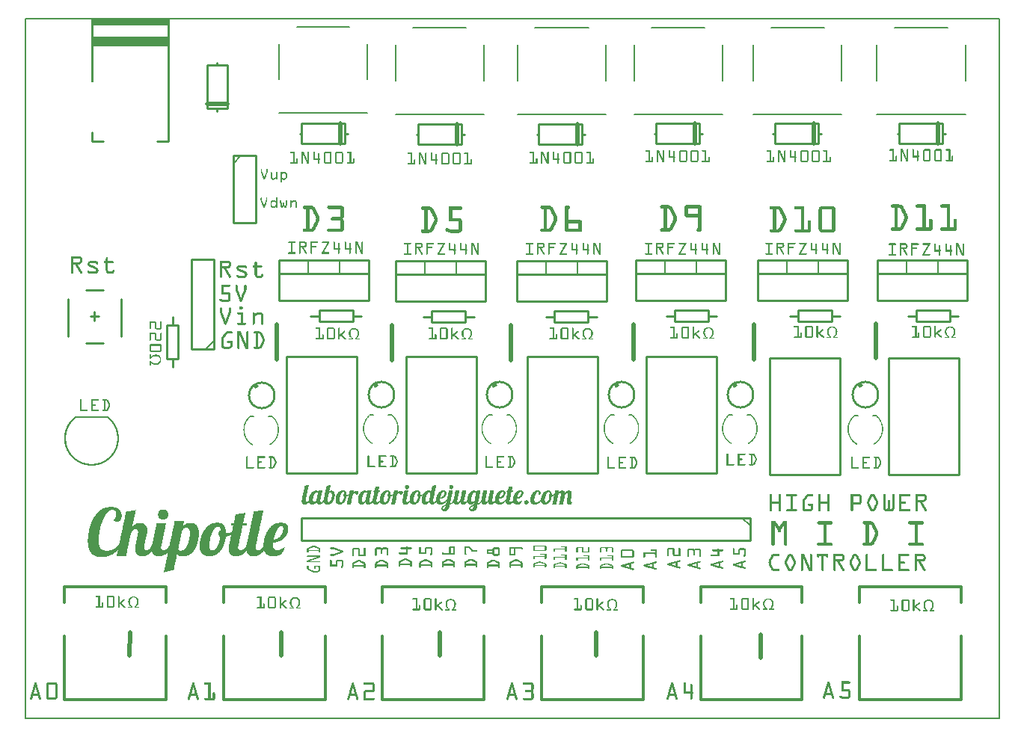
<source format=gto>
G04 MADE WITH FRITZING*
G04 WWW.FRITZING.ORG*
G04 SINGLE SIDED*
G04 HOLES NOT PLATED*
G04 CONTOUR ON CENTER OF CONTOUR VECTOR*
%ASAXBY*%
%FSLAX23Y23*%
%MOIN*%
%OFA0B0*%
%SFA1.0B1.0*%
%ADD10C,0.124000X0.104*%
%ADD11R,4.348120X3.128870X4.332120X3.112870*%
%ADD12C,0.008000*%
%ADD13C,0.010000*%
%ADD14C,0.005000*%
%ADD15C,0.020000*%
%ADD16C,0.010417*%
%ADD17C,0.021000*%
%ADD18C,0.012500*%
%ADD19C,0.005120*%
%ADD20C,0.007874*%
%ADD21R,0.001000X0.001000*%
%LNSILK1*%
G90*
G70*
G54D10*
X1057Y1444D03*
X1590Y1450D03*
X2118Y1450D03*
X2662Y1450D03*
X3190Y1450D03*
X3749Y1447D03*
G54D12*
X4Y3125D02*
X4344Y3125D01*
X4344Y4D01*
X4Y4D01*
X4Y3125D01*
D02*
G54D13*
X3233Y899D02*
X1233Y899D01*
D02*
X1233Y899D02*
X1233Y799D01*
D02*
X1233Y799D02*
X3233Y799D01*
D02*
X3233Y799D02*
X3233Y899D01*
G54D14*
D02*
X3198Y899D02*
X3233Y864D01*
G54D13*
D02*
X858Y2712D02*
X858Y2725D01*
D02*
X858Y2920D02*
X858Y2927D01*
D02*
X813Y2725D02*
X813Y2920D01*
D02*
X813Y2920D02*
X903Y2920D01*
D02*
X903Y2920D02*
X903Y2725D01*
D02*
X903Y2725D02*
X813Y2725D01*
G54D15*
D02*
X903Y2745D02*
X813Y2745D01*
G54D13*
D02*
X931Y2514D02*
X931Y2214D01*
D02*
X931Y2214D02*
X1031Y2214D01*
D02*
X1031Y2214D02*
X1031Y2514D01*
D02*
X1031Y2514D02*
X931Y2514D01*
G54D14*
D02*
X931Y2479D02*
X966Y2514D01*
G54D16*
D02*
X1482Y1097D02*
X1482Y1617D01*
D02*
X1169Y1617D02*
X1482Y1617D01*
D02*
X1169Y1097D02*
X1482Y1097D01*
D02*
X1169Y1097D02*
X1169Y1617D01*
D02*
X2013Y1097D02*
X2013Y1617D01*
D02*
X1701Y1617D02*
X2013Y1617D01*
D02*
X1701Y1097D02*
X2013Y1097D01*
D02*
X1701Y1097D02*
X1701Y1617D01*
D02*
X2553Y1097D02*
X2553Y1617D01*
D02*
X2241Y1617D02*
X2553Y1617D01*
D02*
X2241Y1097D02*
X2553Y1097D01*
D02*
X2241Y1097D02*
X2241Y1617D01*
D02*
X3085Y1097D02*
X3085Y1617D01*
D02*
X2772Y1617D02*
X3085Y1617D01*
D02*
X2772Y1097D02*
X3085Y1097D01*
D02*
X2772Y1097D02*
X2772Y1617D01*
D02*
X3633Y1093D02*
X3633Y1613D01*
D02*
X3320Y1613D02*
X3633Y1613D01*
D02*
X3320Y1093D02*
X3633Y1093D01*
D02*
X3320Y1093D02*
X3320Y1613D01*
D02*
X4164Y1093D02*
X4164Y1613D01*
D02*
X3852Y1613D02*
X4164Y1613D01*
D02*
X3852Y1093D02*
X4164Y1093D01*
D02*
X3852Y1093D02*
X3852Y1613D01*
G54D13*
D02*
X352Y1679D02*
X273Y1679D01*
D02*
X430Y1876D02*
X430Y1708D01*
D02*
X194Y1876D02*
X194Y1708D01*
D02*
X352Y1915D02*
X273Y1915D01*
D02*
X332Y1797D02*
X293Y1797D01*
D02*
X312Y1777D02*
X312Y1817D01*
G54D17*
D02*
X1125Y1606D02*
X1125Y1761D01*
D02*
X1638Y1602D02*
X1638Y1757D01*
D02*
X2167Y1602D02*
X2167Y1757D01*
D02*
X3250Y1606D02*
X3250Y1761D01*
D02*
X3793Y1612D02*
X3795Y1766D01*
D02*
X2715Y1606D02*
X2715Y1761D01*
G54D12*
D02*
X2591Y3007D02*
X2591Y2850D01*
D02*
X2591Y2700D02*
X2198Y2700D01*
D02*
X2198Y3007D02*
X2198Y2850D01*
D02*
X2513Y3086D02*
X2276Y3086D01*
D02*
X3110Y3007D02*
X3110Y2850D01*
D02*
X3110Y2700D02*
X2717Y2700D01*
D02*
X2717Y3007D02*
X2717Y2850D01*
D02*
X3032Y3086D02*
X2795Y3086D01*
D02*
X1528Y3011D02*
X1528Y2854D01*
D02*
X1528Y2704D02*
X1134Y2704D01*
D02*
X1134Y3011D02*
X1134Y2854D01*
D02*
X1449Y3090D02*
X1213Y3090D01*
D02*
X2047Y3007D02*
X2047Y2850D01*
D02*
X2047Y2700D02*
X1654Y2700D01*
D02*
X1654Y3007D02*
X1654Y2850D01*
D02*
X1969Y3086D02*
X1732Y3086D01*
D02*
X4193Y3007D02*
X4193Y2850D01*
D02*
X4193Y2700D02*
X3799Y2700D01*
D02*
X3799Y3007D02*
X3799Y2850D01*
D02*
X4114Y3086D02*
X3878Y3086D01*
D02*
X3642Y3007D02*
X3642Y2850D01*
D02*
X3642Y2700D02*
X3248Y2700D01*
D02*
X3248Y3007D02*
X3248Y2850D01*
D02*
X3563Y3086D02*
X3327Y3086D01*
G54D13*
D02*
X661Y1796D02*
X661Y1759D01*
D02*
X661Y1609D02*
X661Y1571D01*
D02*
X686Y1759D02*
X686Y1609D01*
D02*
X686Y1609D02*
X636Y1609D01*
D02*
X636Y1609D02*
X636Y1759D01*
D02*
X636Y1759D02*
X686Y1759D01*
D02*
X1136Y2047D02*
X1536Y2047D01*
D02*
X1536Y2047D02*
X1536Y1867D01*
D02*
X1536Y1867D02*
X1136Y1867D01*
D02*
X1136Y1867D02*
X1136Y2047D01*
D02*
X1136Y2047D02*
X1536Y2047D01*
D02*
X1536Y2047D02*
X1536Y1987D01*
D02*
X1536Y1987D02*
X1136Y1987D01*
D02*
X1136Y1987D02*
X1136Y2047D01*
G54D14*
D02*
X1266Y2047D02*
X1266Y1987D01*
D02*
X1406Y2047D02*
X1406Y1987D01*
G54D13*
D02*
X1655Y2044D02*
X2055Y2044D01*
D02*
X2055Y2044D02*
X2055Y1864D01*
D02*
X2055Y1864D02*
X1655Y1864D01*
D02*
X1655Y1864D02*
X1655Y2044D01*
D02*
X1655Y2044D02*
X2055Y2044D01*
D02*
X2055Y2044D02*
X2055Y1984D01*
D02*
X2055Y1984D02*
X1655Y1984D01*
D02*
X1655Y1984D02*
X1655Y2044D01*
G54D14*
D02*
X1785Y2044D02*
X1785Y1984D01*
D02*
X1925Y2044D02*
X1925Y1984D01*
G54D13*
D02*
X2195Y2044D02*
X2595Y2044D01*
D02*
X2595Y2044D02*
X2595Y1864D01*
D02*
X2595Y1864D02*
X2195Y1864D01*
D02*
X2195Y1864D02*
X2195Y2044D01*
D02*
X2195Y2044D02*
X2595Y2044D01*
D02*
X2595Y2044D02*
X2595Y1984D01*
D02*
X2595Y1984D02*
X2195Y1984D01*
D02*
X2195Y1984D02*
X2195Y2044D01*
G54D14*
D02*
X2325Y2044D02*
X2325Y1984D01*
D02*
X2465Y2044D02*
X2465Y1984D01*
G54D13*
D02*
X3267Y2047D02*
X3667Y2047D01*
D02*
X3667Y2047D02*
X3667Y1867D01*
D02*
X3667Y1867D02*
X3267Y1867D01*
D02*
X3267Y1867D02*
X3267Y2047D01*
D02*
X3267Y2047D02*
X3667Y2047D01*
D02*
X3667Y2047D02*
X3667Y1987D01*
D02*
X3667Y1987D02*
X3267Y1987D01*
D02*
X3267Y1987D02*
X3267Y2047D01*
G54D14*
D02*
X3397Y2047D02*
X3397Y1987D01*
D02*
X3537Y2047D02*
X3537Y1987D01*
G54D13*
D02*
X3802Y2047D02*
X4202Y2047D01*
D02*
X4202Y2047D02*
X4202Y1867D01*
D02*
X4202Y1867D02*
X3802Y1867D01*
D02*
X3802Y1867D02*
X3802Y2047D01*
D02*
X3802Y2047D02*
X4202Y2047D01*
D02*
X4202Y2047D02*
X4202Y1987D01*
D02*
X4202Y1987D02*
X3802Y1987D01*
D02*
X3802Y1987D02*
X3802Y2047D01*
G54D14*
D02*
X3932Y2047D02*
X3932Y1987D01*
D02*
X4072Y2047D02*
X4072Y1987D01*
G54D13*
D02*
X2726Y2047D02*
X3126Y2047D01*
D02*
X3126Y2047D02*
X3126Y1867D01*
D02*
X3126Y1867D02*
X2726Y1867D01*
D02*
X2726Y1867D02*
X2726Y2047D01*
D02*
X2726Y2047D02*
X3126Y2047D01*
D02*
X3126Y2047D02*
X3126Y1987D01*
D02*
X3126Y1987D02*
X2726Y1987D01*
D02*
X2726Y1987D02*
X2726Y2047D01*
G54D14*
D02*
X2856Y2047D02*
X2856Y1987D01*
D02*
X2996Y2047D02*
X2996Y1987D01*
G54D13*
D02*
X2499Y2609D02*
X2486Y2609D01*
D02*
X2291Y2609D02*
X2284Y2609D01*
D02*
X2486Y2564D02*
X2291Y2564D01*
D02*
X2291Y2564D02*
X2291Y2654D01*
D02*
X2291Y2654D02*
X2486Y2654D01*
D02*
X2486Y2654D02*
X2486Y2564D01*
G54D15*
D02*
X2466Y2654D02*
X2466Y2564D01*
G54D13*
D02*
X1442Y2613D02*
X1429Y2613D01*
D02*
X1234Y2613D02*
X1227Y2613D01*
D02*
X1429Y2568D02*
X1234Y2568D01*
D02*
X1234Y2568D02*
X1234Y2658D01*
D02*
X1234Y2658D02*
X1429Y2658D01*
D02*
X1429Y2658D02*
X1429Y2568D01*
G54D15*
D02*
X1409Y2658D02*
X1409Y2568D01*
G54D13*
D02*
X1962Y2609D02*
X1949Y2609D01*
D02*
X1754Y2609D02*
X1747Y2609D01*
D02*
X1949Y2564D02*
X1754Y2564D01*
D02*
X1754Y2564D02*
X1754Y2654D01*
D02*
X1754Y2654D02*
X1949Y2654D01*
D02*
X1949Y2654D02*
X1949Y2564D01*
G54D15*
D02*
X1929Y2654D02*
X1929Y2564D01*
G54D13*
D02*
X3551Y2613D02*
X3538Y2613D01*
D02*
X3343Y2613D02*
X3336Y2613D01*
D02*
X3538Y2568D02*
X3343Y2568D01*
D02*
X3343Y2568D02*
X3343Y2658D01*
D02*
X3343Y2658D02*
X3538Y2658D01*
D02*
X3538Y2658D02*
X3538Y2568D01*
G54D15*
D02*
X3518Y2658D02*
X3518Y2568D01*
G54D13*
D02*
X4105Y2613D02*
X4092Y2613D01*
D02*
X3897Y2613D02*
X3890Y2613D01*
D02*
X4092Y2568D02*
X3897Y2568D01*
D02*
X3897Y2568D02*
X3897Y2658D01*
D02*
X3897Y2658D02*
X4092Y2658D01*
D02*
X4092Y2658D02*
X4092Y2568D01*
G54D15*
D02*
X4072Y2658D02*
X4072Y2568D01*
G54D13*
D02*
X3022Y2613D02*
X3009Y2613D01*
D02*
X2814Y2613D02*
X2807Y2613D01*
D02*
X3009Y2568D02*
X2814Y2568D01*
D02*
X2814Y2568D02*
X2814Y2658D01*
D02*
X2814Y2658D02*
X3009Y2658D01*
D02*
X3009Y2658D02*
X3009Y2568D01*
G54D15*
D02*
X2989Y2658D02*
X2989Y2568D01*
G54D13*
D02*
X1276Y1800D02*
X1313Y1800D01*
D02*
X1463Y1800D02*
X1501Y1800D01*
D02*
X1313Y1825D02*
X1463Y1825D01*
D02*
X1463Y1825D02*
X1463Y1775D01*
D02*
X1463Y1775D02*
X1313Y1775D01*
D02*
X1313Y1775D02*
X1313Y1825D01*
D02*
X1779Y1796D02*
X1816Y1796D01*
D02*
X1966Y1796D02*
X2004Y1796D01*
D02*
X1816Y1821D02*
X1966Y1821D01*
D02*
X1966Y1821D02*
X1966Y1771D01*
D02*
X1966Y1771D02*
X1816Y1771D01*
D02*
X1816Y1771D02*
X1816Y1821D01*
D02*
X2325Y1796D02*
X2362Y1796D01*
D02*
X2512Y1796D02*
X2550Y1796D01*
D02*
X2362Y1821D02*
X2512Y1821D01*
D02*
X2512Y1821D02*
X2512Y1771D01*
D02*
X2512Y1771D02*
X2362Y1771D01*
D02*
X2362Y1771D02*
X2362Y1821D01*
D02*
X3411Y1800D02*
X3448Y1800D01*
D02*
X3598Y1800D02*
X3636Y1800D01*
D02*
X3448Y1825D02*
X3598Y1825D01*
D02*
X3598Y1825D02*
X3598Y1775D01*
D02*
X3598Y1775D02*
X3448Y1775D01*
D02*
X3448Y1775D02*
X3448Y1825D01*
D02*
X3937Y1800D02*
X3974Y1800D01*
D02*
X4124Y1800D02*
X4162Y1800D01*
D02*
X3974Y1825D02*
X4124Y1825D01*
D02*
X4124Y1825D02*
X4124Y1775D01*
D02*
X4124Y1775D02*
X3974Y1775D01*
D02*
X3974Y1775D02*
X3974Y1825D01*
D02*
X2860Y1800D02*
X2897Y1800D01*
D02*
X3047Y1800D02*
X3085Y1800D01*
D02*
X2897Y1825D02*
X3047Y1825D01*
D02*
X3047Y1825D02*
X3047Y1775D01*
D02*
X3047Y1775D02*
X2897Y1775D01*
D02*
X2897Y1775D02*
X2897Y1825D01*
G54D17*
D02*
X472Y390D02*
X468Y285D01*
D02*
X1143Y390D02*
X1143Y285D01*
D02*
X1851Y390D02*
X1851Y285D01*
D02*
X2549Y390D02*
X2549Y285D01*
D02*
X3280Y379D02*
X3280Y274D01*
G54D13*
D02*
X843Y1652D02*
X843Y2052D01*
D02*
X843Y2052D02*
X743Y2052D01*
D02*
X743Y2052D02*
X743Y1652D01*
D02*
X743Y1652D02*
X843Y1652D01*
G54D14*
D02*
X843Y1687D02*
X808Y1652D01*
G54D13*
D02*
X642Y2577D02*
X592Y2577D01*
D02*
X302Y2617D02*
X302Y2577D01*
D02*
X302Y2577D02*
X352Y2577D01*
D02*
X302Y3122D02*
X642Y3122D01*
D02*
X302Y3117D02*
X642Y3117D01*
D02*
X302Y3112D02*
X642Y3112D01*
D02*
X302Y3107D02*
X642Y3107D01*
D02*
X302Y3102D02*
X642Y3102D01*
D02*
X302Y3007D02*
X642Y3007D01*
D02*
X302Y3012D02*
X642Y3012D01*
D02*
X302Y3017D02*
X642Y3017D01*
D02*
X302Y3022D02*
X642Y3022D01*
D02*
X302Y3027D02*
X642Y3027D01*
D02*
X302Y3032D02*
X642Y3032D01*
D02*
X302Y3037D02*
X642Y3037D01*
D02*
X302Y3042D02*
X642Y3042D01*
G36*
X1046Y1484D02*
X1028Y1474D01*
X1018Y1491D01*
X1036Y1501D01*
X1046Y1484D01*
G37*
D02*
G36*
X1579Y1489D02*
X1562Y1479D01*
X1552Y1497D01*
X1569Y1507D01*
X1579Y1489D01*
G37*
D02*
G36*
X2107Y1489D02*
X2089Y1479D01*
X2079Y1497D01*
X2097Y1507D01*
X2107Y1489D01*
G37*
D02*
G36*
X2651Y1489D02*
X2634Y1479D01*
X2624Y1497D01*
X2641Y1507D01*
X2651Y1489D01*
G37*
D02*
G36*
X3179Y1489D02*
X3162Y1479D01*
X3152Y1497D01*
X3169Y1507D01*
X3179Y1489D01*
G37*
D02*
G36*
X3738Y1487D02*
X3721Y1477D01*
X3711Y1494D01*
X3728Y1504D01*
X3738Y1487D01*
G37*
D02*
G54D18*
X3013Y521D02*
X3013Y593D01*
X3466Y593D01*
X3466Y521D01*
D02*
X3466Y373D02*
X3466Y90D01*
X3013Y90D01*
X3013Y373D01*
D02*
X3722Y521D02*
X3722Y593D01*
X4174Y593D01*
X4174Y521D01*
D02*
X4174Y373D02*
X4174Y90D01*
X3722Y90D01*
X3722Y373D01*
D02*
X2304Y521D02*
X2304Y593D01*
X2757Y593D01*
X2757Y521D01*
D02*
X2757Y373D02*
X2757Y90D01*
X2304Y90D01*
X2304Y373D01*
D02*
X1596Y521D02*
X1596Y593D01*
X2048Y593D01*
X2048Y521D01*
D02*
X2048Y373D02*
X2048Y90D01*
X1596Y90D01*
X1596Y373D01*
D02*
X887Y521D02*
X887Y593D01*
X1340Y593D01*
X1340Y521D01*
D02*
X1340Y373D02*
X1340Y90D01*
X887Y90D01*
X887Y373D01*
D02*
X178Y521D02*
X178Y593D01*
X631Y593D01*
X631Y521D01*
D02*
X631Y373D02*
X631Y90D01*
X178Y90D01*
X178Y373D01*
D02*
G54D19*
X1022Y1353D02*
X1009Y1353D01*
D02*
X1101Y1353D02*
X1089Y1353D01*
D02*
X1555Y1358D02*
X1542Y1358D01*
D02*
X1634Y1358D02*
X1622Y1358D01*
D02*
X2083Y1358D02*
X2070Y1358D01*
D02*
X2162Y1358D02*
X2150Y1358D01*
D02*
X2627Y1358D02*
X2615Y1358D01*
D02*
X2707Y1358D02*
X2695Y1358D01*
D02*
X3155Y1358D02*
X3142Y1358D01*
D02*
X3234Y1358D02*
X3222Y1358D01*
D02*
X3714Y1356D02*
X3701Y1356D01*
D02*
X3794Y1356D02*
X3782Y1356D01*
D02*
G54D20*
X370Y1348D02*
X229Y1348D01*
D02*
G54D21*
X297Y3129D02*
X646Y3129D01*
X297Y3128D02*
X646Y3128D01*
X297Y3127D02*
X646Y3127D01*
X297Y3126D02*
X646Y3126D01*
X297Y3125D02*
X646Y3125D01*
X297Y3124D02*
X646Y3124D01*
X297Y3123D02*
X646Y3123D01*
X297Y3122D02*
X306Y3122D01*
X637Y3122D02*
X646Y3122D01*
X297Y3121D02*
X306Y3121D01*
X637Y3121D02*
X646Y3121D01*
X297Y3120D02*
X306Y3120D01*
X637Y3120D02*
X646Y3120D01*
X297Y3119D02*
X306Y3119D01*
X637Y3119D02*
X646Y3119D01*
X297Y3118D02*
X306Y3118D01*
X637Y3118D02*
X646Y3118D01*
X297Y3117D02*
X306Y3117D01*
X637Y3117D02*
X646Y3117D01*
X297Y3116D02*
X306Y3116D01*
X637Y3116D02*
X646Y3116D01*
X297Y3115D02*
X306Y3115D01*
X637Y3115D02*
X646Y3115D01*
X297Y3114D02*
X306Y3114D01*
X637Y3114D02*
X646Y3114D01*
X297Y3113D02*
X306Y3113D01*
X637Y3113D02*
X646Y3113D01*
X297Y3112D02*
X306Y3112D01*
X637Y3112D02*
X646Y3112D01*
X297Y3111D02*
X306Y3111D01*
X637Y3111D02*
X646Y3111D01*
X297Y3110D02*
X306Y3110D01*
X637Y3110D02*
X646Y3110D01*
X297Y3109D02*
X306Y3109D01*
X637Y3109D02*
X646Y3109D01*
X297Y3108D02*
X306Y3108D01*
X637Y3108D02*
X646Y3108D01*
X297Y3107D02*
X306Y3107D01*
X637Y3107D02*
X646Y3107D01*
X297Y3106D02*
X306Y3106D01*
X637Y3106D02*
X646Y3106D01*
X297Y3105D02*
X306Y3105D01*
X637Y3105D02*
X646Y3105D01*
X297Y3104D02*
X306Y3104D01*
X637Y3104D02*
X646Y3104D01*
X297Y3103D02*
X306Y3103D01*
X637Y3103D02*
X646Y3103D01*
X297Y3102D02*
X306Y3102D01*
X637Y3102D02*
X646Y3102D01*
X297Y3101D02*
X306Y3101D01*
X637Y3101D02*
X646Y3101D01*
X297Y3100D02*
X306Y3100D01*
X637Y3100D02*
X646Y3100D01*
X297Y3099D02*
X306Y3099D01*
X637Y3099D02*
X646Y3099D01*
X297Y3098D02*
X306Y3098D01*
X637Y3098D02*
X646Y3098D01*
X297Y3097D02*
X306Y3097D01*
X637Y3097D02*
X646Y3097D01*
X297Y3096D02*
X306Y3096D01*
X637Y3096D02*
X646Y3096D01*
X297Y3095D02*
X306Y3095D01*
X637Y3095D02*
X646Y3095D01*
X297Y3094D02*
X306Y3094D01*
X637Y3094D02*
X646Y3094D01*
X297Y3093D02*
X306Y3093D01*
X637Y3093D02*
X646Y3093D01*
X297Y3092D02*
X306Y3092D01*
X637Y3092D02*
X646Y3092D01*
X297Y3091D02*
X306Y3091D01*
X637Y3091D02*
X646Y3091D01*
X297Y3090D02*
X306Y3090D01*
X637Y3090D02*
X646Y3090D01*
X297Y3089D02*
X306Y3089D01*
X637Y3089D02*
X646Y3089D01*
X297Y3088D02*
X306Y3088D01*
X637Y3088D02*
X646Y3088D01*
X297Y3087D02*
X306Y3087D01*
X637Y3087D02*
X646Y3087D01*
X297Y3086D02*
X306Y3086D01*
X637Y3086D02*
X646Y3086D01*
X297Y3085D02*
X306Y3085D01*
X637Y3085D02*
X646Y3085D01*
X297Y3084D02*
X306Y3084D01*
X637Y3084D02*
X646Y3084D01*
X297Y3083D02*
X306Y3083D01*
X637Y3083D02*
X646Y3083D01*
X297Y3082D02*
X306Y3082D01*
X637Y3082D02*
X646Y3082D01*
X297Y3081D02*
X306Y3081D01*
X637Y3081D02*
X646Y3081D01*
X297Y3080D02*
X306Y3080D01*
X637Y3080D02*
X646Y3080D01*
X297Y3079D02*
X306Y3079D01*
X637Y3079D02*
X646Y3079D01*
X297Y3078D02*
X306Y3078D01*
X637Y3078D02*
X646Y3078D01*
X297Y3077D02*
X306Y3077D01*
X637Y3077D02*
X646Y3077D01*
X297Y3076D02*
X306Y3076D01*
X637Y3076D02*
X646Y3076D01*
X297Y3075D02*
X306Y3075D01*
X637Y3075D02*
X646Y3075D01*
X297Y3074D02*
X306Y3074D01*
X637Y3074D02*
X646Y3074D01*
X297Y3073D02*
X306Y3073D01*
X637Y3073D02*
X646Y3073D01*
X297Y3072D02*
X306Y3072D01*
X637Y3072D02*
X646Y3072D01*
X297Y3071D02*
X306Y3071D01*
X637Y3071D02*
X646Y3071D01*
X297Y3070D02*
X306Y3070D01*
X637Y3070D02*
X646Y3070D01*
X297Y3069D02*
X306Y3069D01*
X637Y3069D02*
X646Y3069D01*
X297Y3068D02*
X306Y3068D01*
X637Y3068D02*
X646Y3068D01*
X297Y3067D02*
X306Y3067D01*
X637Y3067D02*
X646Y3067D01*
X297Y3066D02*
X306Y3066D01*
X637Y3066D02*
X646Y3066D01*
X297Y3065D02*
X306Y3065D01*
X637Y3065D02*
X646Y3065D01*
X297Y3064D02*
X306Y3064D01*
X637Y3064D02*
X646Y3064D01*
X297Y3063D02*
X306Y3063D01*
X637Y3063D02*
X646Y3063D01*
X297Y3062D02*
X306Y3062D01*
X637Y3062D02*
X646Y3062D01*
X297Y3061D02*
X306Y3061D01*
X637Y3061D02*
X646Y3061D01*
X297Y3060D02*
X306Y3060D01*
X637Y3060D02*
X646Y3060D01*
X297Y3059D02*
X306Y3059D01*
X637Y3059D02*
X646Y3059D01*
X297Y3058D02*
X306Y3058D01*
X637Y3058D02*
X646Y3058D01*
X297Y3057D02*
X306Y3057D01*
X637Y3057D02*
X646Y3057D01*
X297Y3056D02*
X306Y3056D01*
X637Y3056D02*
X646Y3056D01*
X297Y3055D02*
X306Y3055D01*
X637Y3055D02*
X646Y3055D01*
X297Y3054D02*
X306Y3054D01*
X637Y3054D02*
X646Y3054D01*
X297Y3053D02*
X306Y3053D01*
X637Y3053D02*
X646Y3053D01*
X297Y3052D02*
X306Y3052D01*
X637Y3052D02*
X646Y3052D01*
X297Y3051D02*
X306Y3051D01*
X637Y3051D02*
X646Y3051D01*
X297Y3050D02*
X306Y3050D01*
X637Y3050D02*
X646Y3050D01*
X297Y3049D02*
X306Y3049D01*
X637Y3049D02*
X646Y3049D01*
X297Y3048D02*
X306Y3048D01*
X637Y3048D02*
X646Y3048D01*
X297Y3047D02*
X306Y3047D01*
X637Y3047D02*
X646Y3047D01*
X297Y3046D02*
X306Y3046D01*
X637Y3046D02*
X646Y3046D01*
X297Y3045D02*
X306Y3045D01*
X637Y3045D02*
X646Y3045D01*
X297Y3044D02*
X306Y3044D01*
X637Y3044D02*
X646Y3044D01*
X297Y3043D02*
X306Y3043D01*
X637Y3043D02*
X646Y3043D01*
X297Y3042D02*
X306Y3042D01*
X637Y3042D02*
X646Y3042D01*
X297Y3041D02*
X306Y3041D01*
X637Y3041D02*
X646Y3041D01*
X297Y3040D02*
X306Y3040D01*
X637Y3040D02*
X646Y3040D01*
X297Y3039D02*
X306Y3039D01*
X637Y3039D02*
X646Y3039D01*
X297Y3038D02*
X306Y3038D01*
X637Y3038D02*
X646Y3038D01*
X297Y3037D02*
X306Y3037D01*
X637Y3037D02*
X646Y3037D01*
X297Y3036D02*
X306Y3036D01*
X637Y3036D02*
X646Y3036D01*
X297Y3035D02*
X306Y3035D01*
X637Y3035D02*
X646Y3035D01*
X297Y3034D02*
X306Y3034D01*
X637Y3034D02*
X646Y3034D01*
X297Y3033D02*
X306Y3033D01*
X637Y3033D02*
X646Y3033D01*
X297Y3032D02*
X306Y3032D01*
X637Y3032D02*
X646Y3032D01*
X297Y3031D02*
X306Y3031D01*
X637Y3031D02*
X646Y3031D01*
X297Y3030D02*
X306Y3030D01*
X637Y3030D02*
X646Y3030D01*
X297Y3029D02*
X306Y3029D01*
X637Y3029D02*
X646Y3029D01*
X297Y3028D02*
X306Y3028D01*
X637Y3028D02*
X646Y3028D01*
X297Y3027D02*
X306Y3027D01*
X637Y3027D02*
X646Y3027D01*
X297Y3026D02*
X306Y3026D01*
X637Y3026D02*
X646Y3026D01*
X297Y3025D02*
X306Y3025D01*
X637Y3025D02*
X646Y3025D01*
X297Y3024D02*
X306Y3024D01*
X637Y3024D02*
X646Y3024D01*
X297Y3023D02*
X306Y3023D01*
X637Y3023D02*
X646Y3023D01*
X297Y3022D02*
X306Y3022D01*
X637Y3022D02*
X646Y3022D01*
X297Y3021D02*
X306Y3021D01*
X637Y3021D02*
X646Y3021D01*
X297Y3020D02*
X306Y3020D01*
X637Y3020D02*
X646Y3020D01*
X297Y3019D02*
X306Y3019D01*
X637Y3019D02*
X646Y3019D01*
X297Y3018D02*
X306Y3018D01*
X637Y3018D02*
X646Y3018D01*
X297Y3017D02*
X306Y3017D01*
X637Y3017D02*
X646Y3017D01*
X297Y3016D02*
X306Y3016D01*
X637Y3016D02*
X646Y3016D01*
X297Y3015D02*
X306Y3015D01*
X637Y3015D02*
X646Y3015D01*
X297Y3014D02*
X306Y3014D01*
X637Y3014D02*
X646Y3014D01*
X297Y3013D02*
X306Y3013D01*
X637Y3013D02*
X646Y3013D01*
X297Y3012D02*
X306Y3012D01*
X637Y3012D02*
X646Y3012D01*
X297Y3011D02*
X306Y3011D01*
X637Y3011D02*
X646Y3011D01*
X297Y3010D02*
X306Y3010D01*
X637Y3010D02*
X646Y3010D01*
X297Y3009D02*
X306Y3009D01*
X637Y3009D02*
X646Y3009D01*
X297Y3008D02*
X306Y3008D01*
X637Y3008D02*
X646Y3008D01*
X297Y3007D02*
X306Y3007D01*
X637Y3007D02*
X646Y3007D01*
X297Y3006D02*
X306Y3006D01*
X637Y3006D02*
X646Y3006D01*
X297Y3005D02*
X306Y3005D01*
X637Y3005D02*
X646Y3005D01*
X297Y3004D02*
X306Y3004D01*
X637Y3004D02*
X646Y3004D01*
X297Y3003D02*
X306Y3003D01*
X637Y3003D02*
X646Y3003D01*
X297Y3002D02*
X306Y3002D01*
X637Y3002D02*
X646Y3002D01*
X297Y3001D02*
X306Y3001D01*
X637Y3001D02*
X646Y3001D01*
X297Y3000D02*
X306Y3000D01*
X637Y3000D02*
X646Y3000D01*
X297Y2999D02*
X306Y2999D01*
X637Y2999D02*
X646Y2999D01*
X297Y2998D02*
X306Y2998D01*
X637Y2998D02*
X646Y2998D01*
X297Y2997D02*
X306Y2997D01*
X637Y2997D02*
X646Y2997D01*
X297Y2996D02*
X306Y2996D01*
X637Y2996D02*
X646Y2996D01*
X297Y2995D02*
X306Y2995D01*
X637Y2995D02*
X646Y2995D01*
X297Y2994D02*
X306Y2994D01*
X637Y2994D02*
X646Y2994D01*
X297Y2993D02*
X306Y2993D01*
X637Y2993D02*
X646Y2993D01*
X297Y2992D02*
X306Y2992D01*
X637Y2992D02*
X646Y2992D01*
X297Y2991D02*
X306Y2991D01*
X637Y2991D02*
X646Y2991D01*
X297Y2990D02*
X306Y2990D01*
X637Y2990D02*
X646Y2990D01*
X297Y2989D02*
X306Y2989D01*
X637Y2989D02*
X646Y2989D01*
X297Y2988D02*
X306Y2988D01*
X637Y2988D02*
X646Y2988D01*
X297Y2987D02*
X306Y2987D01*
X637Y2987D02*
X646Y2987D01*
X297Y2986D02*
X306Y2986D01*
X637Y2986D02*
X646Y2986D01*
X297Y2985D02*
X306Y2985D01*
X637Y2985D02*
X646Y2985D01*
X297Y2984D02*
X306Y2984D01*
X637Y2984D02*
X646Y2984D01*
X297Y2983D02*
X306Y2983D01*
X637Y2983D02*
X646Y2983D01*
X297Y2982D02*
X306Y2982D01*
X637Y2982D02*
X646Y2982D01*
X297Y2981D02*
X306Y2981D01*
X637Y2981D02*
X646Y2981D01*
X297Y2980D02*
X306Y2980D01*
X637Y2980D02*
X646Y2980D01*
X297Y2979D02*
X306Y2979D01*
X637Y2979D02*
X646Y2979D01*
X297Y2978D02*
X306Y2978D01*
X637Y2978D02*
X646Y2978D01*
X297Y2977D02*
X306Y2977D01*
X637Y2977D02*
X646Y2977D01*
X297Y2976D02*
X306Y2976D01*
X637Y2976D02*
X646Y2976D01*
X297Y2975D02*
X306Y2975D01*
X637Y2975D02*
X646Y2975D01*
X297Y2974D02*
X306Y2974D01*
X637Y2974D02*
X646Y2974D01*
X297Y2973D02*
X306Y2973D01*
X637Y2973D02*
X646Y2973D01*
X297Y2972D02*
X306Y2972D01*
X637Y2972D02*
X646Y2972D01*
X297Y2971D02*
X306Y2971D01*
X637Y2971D02*
X646Y2971D01*
X297Y2970D02*
X306Y2970D01*
X637Y2970D02*
X646Y2970D01*
X297Y2969D02*
X306Y2969D01*
X637Y2969D02*
X646Y2969D01*
X297Y2968D02*
X306Y2968D01*
X637Y2968D02*
X646Y2968D01*
X297Y2967D02*
X306Y2967D01*
X637Y2967D02*
X646Y2967D01*
X297Y2966D02*
X306Y2966D01*
X637Y2966D02*
X646Y2966D01*
X297Y2965D02*
X306Y2965D01*
X637Y2965D02*
X646Y2965D01*
X297Y2964D02*
X306Y2964D01*
X637Y2964D02*
X646Y2964D01*
X297Y2963D02*
X306Y2963D01*
X637Y2963D02*
X646Y2963D01*
X297Y2962D02*
X306Y2962D01*
X637Y2962D02*
X646Y2962D01*
X297Y2961D02*
X306Y2961D01*
X637Y2961D02*
X646Y2961D01*
X297Y2960D02*
X306Y2960D01*
X637Y2960D02*
X646Y2960D01*
X297Y2959D02*
X306Y2959D01*
X637Y2959D02*
X646Y2959D01*
X297Y2958D02*
X306Y2958D01*
X637Y2958D02*
X646Y2958D01*
X297Y2957D02*
X306Y2957D01*
X637Y2957D02*
X646Y2957D01*
X297Y2956D02*
X306Y2956D01*
X637Y2956D02*
X646Y2956D01*
X297Y2955D02*
X306Y2955D01*
X637Y2955D02*
X646Y2955D01*
X297Y2954D02*
X306Y2954D01*
X637Y2954D02*
X646Y2954D01*
X297Y2953D02*
X306Y2953D01*
X637Y2953D02*
X646Y2953D01*
X297Y2952D02*
X306Y2952D01*
X637Y2952D02*
X646Y2952D01*
X297Y2951D02*
X306Y2951D01*
X637Y2951D02*
X646Y2951D01*
X297Y2950D02*
X306Y2950D01*
X637Y2950D02*
X646Y2950D01*
X297Y2949D02*
X306Y2949D01*
X637Y2949D02*
X646Y2949D01*
X297Y2948D02*
X306Y2948D01*
X637Y2948D02*
X646Y2948D01*
X297Y2947D02*
X306Y2947D01*
X637Y2947D02*
X646Y2947D01*
X297Y2946D02*
X306Y2946D01*
X637Y2946D02*
X646Y2946D01*
X297Y2945D02*
X306Y2945D01*
X637Y2945D02*
X646Y2945D01*
X297Y2944D02*
X306Y2944D01*
X637Y2944D02*
X646Y2944D01*
X297Y2943D02*
X306Y2943D01*
X637Y2943D02*
X646Y2943D01*
X297Y2942D02*
X306Y2942D01*
X637Y2942D02*
X646Y2942D01*
X297Y2941D02*
X306Y2941D01*
X637Y2941D02*
X646Y2941D01*
X297Y2940D02*
X306Y2940D01*
X637Y2940D02*
X646Y2940D01*
X297Y2939D02*
X306Y2939D01*
X637Y2939D02*
X646Y2939D01*
X297Y2938D02*
X306Y2938D01*
X637Y2938D02*
X646Y2938D01*
X297Y2937D02*
X306Y2937D01*
X637Y2937D02*
X646Y2937D01*
X297Y2936D02*
X306Y2936D01*
X637Y2936D02*
X646Y2936D01*
X297Y2935D02*
X306Y2935D01*
X637Y2935D02*
X646Y2935D01*
X297Y2934D02*
X306Y2934D01*
X637Y2934D02*
X646Y2934D01*
X297Y2933D02*
X306Y2933D01*
X637Y2933D02*
X646Y2933D01*
X297Y2932D02*
X306Y2932D01*
X637Y2932D02*
X646Y2932D01*
X297Y2931D02*
X306Y2931D01*
X637Y2931D02*
X646Y2931D01*
X297Y2930D02*
X306Y2930D01*
X637Y2930D02*
X646Y2930D01*
X297Y2929D02*
X306Y2929D01*
X637Y2929D02*
X646Y2929D01*
X297Y2928D02*
X306Y2928D01*
X637Y2928D02*
X646Y2928D01*
X297Y2927D02*
X306Y2927D01*
X637Y2927D02*
X646Y2927D01*
X297Y2926D02*
X306Y2926D01*
X637Y2926D02*
X646Y2926D01*
X297Y2925D02*
X306Y2925D01*
X637Y2925D02*
X646Y2925D01*
X297Y2924D02*
X306Y2924D01*
X637Y2924D02*
X646Y2924D01*
X297Y2923D02*
X306Y2923D01*
X637Y2923D02*
X646Y2923D01*
X297Y2922D02*
X306Y2922D01*
X637Y2922D02*
X646Y2922D01*
X297Y2921D02*
X306Y2921D01*
X637Y2921D02*
X646Y2921D01*
X297Y2920D02*
X306Y2920D01*
X637Y2920D02*
X646Y2920D01*
X297Y2919D02*
X306Y2919D01*
X637Y2919D02*
X646Y2919D01*
X297Y2918D02*
X306Y2918D01*
X637Y2918D02*
X646Y2918D01*
X297Y2917D02*
X306Y2917D01*
X637Y2917D02*
X646Y2917D01*
X297Y2916D02*
X306Y2916D01*
X637Y2916D02*
X646Y2916D01*
X297Y2915D02*
X306Y2915D01*
X637Y2915D02*
X646Y2915D01*
X297Y2914D02*
X306Y2914D01*
X637Y2914D02*
X646Y2914D01*
X297Y2913D02*
X306Y2913D01*
X637Y2913D02*
X646Y2913D01*
X297Y2912D02*
X306Y2912D01*
X637Y2912D02*
X646Y2912D01*
X297Y2911D02*
X306Y2911D01*
X637Y2911D02*
X646Y2911D01*
X297Y2910D02*
X306Y2910D01*
X637Y2910D02*
X646Y2910D01*
X297Y2909D02*
X306Y2909D01*
X637Y2909D02*
X646Y2909D01*
X297Y2908D02*
X306Y2908D01*
X637Y2908D02*
X646Y2908D01*
X297Y2907D02*
X306Y2907D01*
X637Y2907D02*
X646Y2907D01*
X297Y2906D02*
X306Y2906D01*
X637Y2906D02*
X646Y2906D01*
X297Y2905D02*
X306Y2905D01*
X637Y2905D02*
X646Y2905D01*
X297Y2904D02*
X306Y2904D01*
X637Y2904D02*
X646Y2904D01*
X297Y2903D02*
X306Y2903D01*
X637Y2903D02*
X646Y2903D01*
X297Y2902D02*
X306Y2902D01*
X637Y2902D02*
X646Y2902D01*
X297Y2901D02*
X306Y2901D01*
X637Y2901D02*
X646Y2901D01*
X297Y2900D02*
X306Y2900D01*
X637Y2900D02*
X646Y2900D01*
X297Y2899D02*
X306Y2899D01*
X637Y2899D02*
X646Y2899D01*
X297Y2898D02*
X306Y2898D01*
X637Y2898D02*
X646Y2898D01*
X297Y2897D02*
X306Y2897D01*
X637Y2897D02*
X646Y2897D01*
X297Y2896D02*
X306Y2896D01*
X637Y2896D02*
X646Y2896D01*
X297Y2895D02*
X306Y2895D01*
X637Y2895D02*
X646Y2895D01*
X297Y2894D02*
X306Y2894D01*
X637Y2894D02*
X646Y2894D01*
X297Y2893D02*
X306Y2893D01*
X637Y2893D02*
X646Y2893D01*
X297Y2892D02*
X306Y2892D01*
X637Y2892D02*
X646Y2892D01*
X297Y2891D02*
X306Y2891D01*
X637Y2891D02*
X646Y2891D01*
X297Y2890D02*
X306Y2890D01*
X637Y2890D02*
X646Y2890D01*
X297Y2889D02*
X306Y2889D01*
X637Y2889D02*
X646Y2889D01*
X297Y2888D02*
X306Y2888D01*
X637Y2888D02*
X646Y2888D01*
X297Y2887D02*
X306Y2887D01*
X637Y2887D02*
X646Y2887D01*
X297Y2886D02*
X306Y2886D01*
X637Y2886D02*
X646Y2886D01*
X297Y2885D02*
X306Y2885D01*
X637Y2885D02*
X646Y2885D01*
X297Y2884D02*
X306Y2884D01*
X637Y2884D02*
X646Y2884D01*
X297Y2883D02*
X306Y2883D01*
X637Y2883D02*
X646Y2883D01*
X297Y2882D02*
X306Y2882D01*
X637Y2882D02*
X646Y2882D01*
X297Y2881D02*
X306Y2881D01*
X637Y2881D02*
X646Y2881D01*
X297Y2880D02*
X306Y2880D01*
X637Y2880D02*
X646Y2880D01*
X297Y2879D02*
X306Y2879D01*
X637Y2879D02*
X646Y2879D01*
X297Y2878D02*
X306Y2878D01*
X637Y2878D02*
X646Y2878D01*
X297Y2877D02*
X306Y2877D01*
X637Y2877D02*
X646Y2877D01*
X297Y2876D02*
X306Y2876D01*
X637Y2876D02*
X646Y2876D01*
X297Y2875D02*
X306Y2875D01*
X637Y2875D02*
X646Y2875D01*
X297Y2874D02*
X306Y2874D01*
X637Y2874D02*
X646Y2874D01*
X297Y2873D02*
X306Y2873D01*
X637Y2873D02*
X646Y2873D01*
X297Y2872D02*
X306Y2872D01*
X637Y2872D02*
X646Y2872D01*
X297Y2871D02*
X306Y2871D01*
X637Y2871D02*
X646Y2871D01*
X297Y2870D02*
X306Y2870D01*
X637Y2870D02*
X646Y2870D01*
X297Y2869D02*
X306Y2869D01*
X637Y2869D02*
X646Y2869D01*
X297Y2868D02*
X306Y2868D01*
X637Y2868D02*
X646Y2868D01*
X297Y2867D02*
X306Y2867D01*
X637Y2867D02*
X646Y2867D01*
X297Y2866D02*
X306Y2866D01*
X637Y2866D02*
X646Y2866D01*
X297Y2865D02*
X306Y2865D01*
X637Y2865D02*
X646Y2865D01*
X297Y2864D02*
X306Y2864D01*
X637Y2864D02*
X646Y2864D01*
X297Y2863D02*
X306Y2863D01*
X637Y2863D02*
X646Y2863D01*
X297Y2862D02*
X306Y2862D01*
X637Y2862D02*
X646Y2862D01*
X297Y2861D02*
X306Y2861D01*
X637Y2861D02*
X646Y2861D01*
X297Y2860D02*
X306Y2860D01*
X637Y2860D02*
X646Y2860D01*
X297Y2859D02*
X306Y2859D01*
X637Y2859D02*
X646Y2859D01*
X297Y2858D02*
X306Y2858D01*
X637Y2858D02*
X646Y2858D01*
X297Y2857D02*
X306Y2857D01*
X637Y2857D02*
X646Y2857D01*
X297Y2856D02*
X306Y2856D01*
X637Y2856D02*
X646Y2856D01*
X297Y2855D02*
X306Y2855D01*
X637Y2855D02*
X646Y2855D01*
X297Y2854D02*
X306Y2854D01*
X637Y2854D02*
X646Y2854D01*
X297Y2853D02*
X306Y2853D01*
X637Y2853D02*
X646Y2853D01*
X297Y2852D02*
X306Y2852D01*
X637Y2852D02*
X646Y2852D01*
X297Y2851D02*
X306Y2851D01*
X637Y2851D02*
X646Y2851D01*
X297Y2850D02*
X306Y2850D01*
X637Y2850D02*
X646Y2850D01*
X297Y2849D02*
X306Y2849D01*
X637Y2849D02*
X646Y2849D01*
X297Y2848D02*
X306Y2848D01*
X637Y2848D02*
X646Y2848D01*
X297Y2847D02*
X306Y2847D01*
X637Y2847D02*
X646Y2847D01*
X297Y2846D02*
X306Y2846D01*
X637Y2846D02*
X646Y2846D01*
X297Y2845D02*
X306Y2845D01*
X637Y2845D02*
X646Y2845D01*
X297Y2844D02*
X306Y2844D01*
X637Y2844D02*
X646Y2844D01*
X297Y2843D02*
X306Y2843D01*
X637Y2843D02*
X646Y2843D01*
X637Y2842D02*
X646Y2842D01*
X637Y2841D02*
X646Y2841D01*
X637Y2840D02*
X646Y2840D01*
X637Y2839D02*
X646Y2839D01*
X637Y2838D02*
X646Y2838D01*
X637Y2837D02*
X646Y2837D01*
X637Y2836D02*
X646Y2836D01*
X637Y2835D02*
X646Y2835D01*
X637Y2834D02*
X646Y2834D01*
X637Y2833D02*
X646Y2833D01*
X637Y2832D02*
X646Y2832D01*
X637Y2831D02*
X646Y2831D01*
X637Y2830D02*
X646Y2830D01*
X637Y2829D02*
X646Y2829D01*
X637Y2828D02*
X646Y2828D01*
X637Y2827D02*
X646Y2827D01*
X637Y2826D02*
X646Y2826D01*
X637Y2825D02*
X646Y2825D01*
X637Y2824D02*
X646Y2824D01*
X637Y2823D02*
X646Y2823D01*
X637Y2822D02*
X646Y2822D01*
X637Y2821D02*
X646Y2821D01*
X637Y2820D02*
X646Y2820D01*
X637Y2819D02*
X646Y2819D01*
X637Y2818D02*
X646Y2818D01*
X637Y2817D02*
X646Y2817D01*
X637Y2816D02*
X646Y2816D01*
X637Y2815D02*
X646Y2815D01*
X637Y2814D02*
X646Y2814D01*
X637Y2813D02*
X646Y2813D01*
X637Y2812D02*
X646Y2812D01*
X637Y2811D02*
X646Y2811D01*
X637Y2810D02*
X646Y2810D01*
X637Y2809D02*
X646Y2809D01*
X637Y2808D02*
X646Y2808D01*
X637Y2807D02*
X646Y2807D01*
X637Y2806D02*
X646Y2806D01*
X637Y2805D02*
X646Y2805D01*
X637Y2804D02*
X646Y2804D01*
X637Y2803D02*
X646Y2803D01*
X637Y2802D02*
X646Y2802D01*
X637Y2801D02*
X646Y2801D01*
X637Y2800D02*
X646Y2800D01*
X637Y2799D02*
X646Y2799D01*
X637Y2798D02*
X646Y2798D01*
X637Y2797D02*
X646Y2797D01*
X637Y2796D02*
X646Y2796D01*
X637Y2795D02*
X646Y2795D01*
X637Y2794D02*
X646Y2794D01*
X637Y2793D02*
X646Y2793D01*
X637Y2792D02*
X646Y2792D01*
X637Y2791D02*
X646Y2791D01*
X637Y2790D02*
X646Y2790D01*
X637Y2789D02*
X646Y2789D01*
X637Y2788D02*
X646Y2788D01*
X637Y2787D02*
X646Y2787D01*
X637Y2786D02*
X646Y2786D01*
X637Y2785D02*
X646Y2785D01*
X637Y2784D02*
X646Y2784D01*
X637Y2783D02*
X646Y2783D01*
X637Y2782D02*
X646Y2782D01*
X637Y2781D02*
X646Y2781D01*
X637Y2780D02*
X646Y2780D01*
X637Y2779D02*
X646Y2779D01*
X637Y2778D02*
X646Y2778D01*
X637Y2777D02*
X646Y2777D01*
X637Y2776D02*
X646Y2776D01*
X637Y2775D02*
X646Y2775D01*
X637Y2774D02*
X646Y2774D01*
X637Y2773D02*
X646Y2773D01*
X637Y2772D02*
X646Y2772D01*
X637Y2771D02*
X646Y2771D01*
X637Y2770D02*
X646Y2770D01*
X637Y2769D02*
X646Y2769D01*
X637Y2768D02*
X646Y2768D01*
X637Y2767D02*
X646Y2767D01*
X637Y2766D02*
X646Y2766D01*
X637Y2765D02*
X646Y2765D01*
X637Y2764D02*
X646Y2764D01*
X637Y2763D02*
X646Y2763D01*
X637Y2762D02*
X646Y2762D01*
X637Y2761D02*
X646Y2761D01*
X637Y2760D02*
X646Y2760D01*
X637Y2759D02*
X646Y2759D01*
X637Y2758D02*
X646Y2758D01*
X637Y2757D02*
X646Y2757D01*
X637Y2756D02*
X646Y2756D01*
X637Y2755D02*
X646Y2755D01*
X637Y2754D02*
X646Y2754D01*
X637Y2753D02*
X646Y2753D01*
X637Y2752D02*
X646Y2752D01*
X637Y2751D02*
X646Y2751D01*
X637Y2750D02*
X646Y2750D01*
X637Y2749D02*
X646Y2749D01*
X637Y2748D02*
X646Y2748D01*
X637Y2747D02*
X646Y2747D01*
X637Y2746D02*
X646Y2746D01*
X637Y2745D02*
X646Y2745D01*
X637Y2744D02*
X646Y2744D01*
X637Y2743D02*
X646Y2743D01*
X637Y2742D02*
X646Y2742D01*
X637Y2741D02*
X646Y2741D01*
X637Y2740D02*
X646Y2740D01*
X637Y2739D02*
X646Y2739D01*
X637Y2738D02*
X646Y2738D01*
X637Y2737D02*
X646Y2737D01*
X637Y2736D02*
X646Y2736D01*
X637Y2735D02*
X646Y2735D01*
X637Y2734D02*
X646Y2734D01*
X637Y2733D02*
X646Y2733D01*
X637Y2732D02*
X646Y2732D01*
X637Y2731D02*
X646Y2731D01*
X637Y2730D02*
X646Y2730D01*
X637Y2729D02*
X646Y2729D01*
X637Y2728D02*
X646Y2728D01*
X637Y2727D02*
X646Y2727D01*
X637Y2726D02*
X646Y2726D01*
X637Y2725D02*
X646Y2725D01*
X637Y2724D02*
X646Y2724D01*
X637Y2723D02*
X646Y2723D01*
X637Y2722D02*
X646Y2722D01*
X637Y2721D02*
X646Y2721D01*
X637Y2720D02*
X646Y2720D01*
X637Y2719D02*
X646Y2719D01*
X637Y2718D02*
X646Y2718D01*
X637Y2717D02*
X646Y2717D01*
X637Y2716D02*
X646Y2716D01*
X637Y2715D02*
X646Y2715D01*
X637Y2714D02*
X646Y2714D01*
X637Y2713D02*
X646Y2713D01*
X637Y2712D02*
X646Y2712D01*
X637Y2711D02*
X646Y2711D01*
X637Y2710D02*
X646Y2710D01*
X637Y2709D02*
X646Y2709D01*
X637Y2708D02*
X646Y2708D01*
X637Y2707D02*
X646Y2707D01*
X637Y2706D02*
X646Y2706D01*
X637Y2705D02*
X646Y2705D01*
X637Y2704D02*
X646Y2704D01*
X637Y2703D02*
X646Y2703D01*
X637Y2702D02*
X646Y2702D01*
X637Y2701D02*
X646Y2701D01*
X637Y2700D02*
X646Y2700D01*
X637Y2699D02*
X646Y2699D01*
X637Y2698D02*
X646Y2698D01*
X637Y2697D02*
X646Y2697D01*
X637Y2696D02*
X646Y2696D01*
X637Y2695D02*
X646Y2695D01*
X637Y2694D02*
X646Y2694D01*
X637Y2693D02*
X646Y2693D01*
X637Y2692D02*
X646Y2692D01*
X637Y2691D02*
X646Y2691D01*
X637Y2690D02*
X646Y2690D01*
X637Y2689D02*
X646Y2689D01*
X637Y2688D02*
X646Y2688D01*
X637Y2687D02*
X646Y2687D01*
X637Y2686D02*
X646Y2686D01*
X637Y2685D02*
X646Y2685D01*
X637Y2684D02*
X646Y2684D01*
X637Y2683D02*
X646Y2683D01*
X637Y2682D02*
X646Y2682D01*
X637Y2681D02*
X646Y2681D01*
X637Y2680D02*
X646Y2680D01*
X637Y2679D02*
X646Y2679D01*
X637Y2678D02*
X646Y2678D01*
X637Y2677D02*
X646Y2677D01*
X637Y2676D02*
X646Y2676D01*
X637Y2675D02*
X646Y2675D01*
X637Y2674D02*
X646Y2674D01*
X637Y2673D02*
X646Y2673D01*
X637Y2672D02*
X646Y2672D01*
X637Y2671D02*
X646Y2671D01*
X637Y2670D02*
X646Y2670D01*
X637Y2669D02*
X646Y2669D01*
X637Y2668D02*
X646Y2668D01*
X637Y2667D02*
X646Y2667D01*
X637Y2666D02*
X646Y2666D01*
X637Y2665D02*
X646Y2665D01*
X637Y2664D02*
X646Y2664D01*
X637Y2663D02*
X646Y2663D01*
X637Y2662D02*
X646Y2662D01*
X637Y2661D02*
X646Y2661D01*
X637Y2660D02*
X646Y2660D01*
X637Y2659D02*
X646Y2659D01*
X637Y2658D02*
X646Y2658D01*
X637Y2657D02*
X646Y2657D01*
X637Y2656D02*
X646Y2656D01*
X637Y2655D02*
X646Y2655D01*
X637Y2654D02*
X646Y2654D01*
X637Y2653D02*
X646Y2653D01*
X637Y2652D02*
X646Y2652D01*
X637Y2651D02*
X646Y2651D01*
X637Y2650D02*
X646Y2650D01*
X637Y2649D02*
X646Y2649D01*
X637Y2648D02*
X646Y2648D01*
X637Y2647D02*
X646Y2647D01*
X637Y2646D02*
X646Y2646D01*
X637Y2645D02*
X646Y2645D01*
X637Y2644D02*
X646Y2644D01*
X637Y2643D02*
X646Y2643D01*
X637Y2642D02*
X646Y2642D01*
X637Y2641D02*
X646Y2641D01*
X637Y2640D02*
X646Y2640D01*
X637Y2639D02*
X646Y2639D01*
X637Y2638D02*
X646Y2638D01*
X637Y2637D02*
X646Y2637D01*
X637Y2636D02*
X646Y2636D01*
X637Y2635D02*
X646Y2635D01*
X637Y2634D02*
X646Y2634D01*
X637Y2633D02*
X646Y2633D01*
X637Y2632D02*
X646Y2632D01*
X637Y2631D02*
X646Y2631D01*
X637Y2630D02*
X646Y2630D01*
X637Y2629D02*
X646Y2629D01*
X637Y2628D02*
X646Y2628D01*
X637Y2627D02*
X646Y2627D01*
X637Y2626D02*
X646Y2626D01*
X637Y2625D02*
X646Y2625D01*
X637Y2624D02*
X646Y2624D01*
X637Y2623D02*
X646Y2623D01*
X637Y2622D02*
X646Y2622D01*
X637Y2621D02*
X646Y2621D01*
X637Y2620D02*
X646Y2620D01*
X637Y2619D02*
X646Y2619D01*
X637Y2618D02*
X646Y2618D01*
X637Y2617D02*
X646Y2617D01*
X637Y2616D02*
X646Y2616D01*
X637Y2615D02*
X646Y2615D01*
X637Y2614D02*
X646Y2614D01*
X637Y2613D02*
X646Y2613D01*
X637Y2612D02*
X646Y2612D01*
X637Y2611D02*
X646Y2611D01*
X637Y2610D02*
X646Y2610D01*
X637Y2609D02*
X646Y2609D01*
X637Y2608D02*
X646Y2608D01*
X637Y2607D02*
X646Y2607D01*
X637Y2606D02*
X646Y2606D01*
X637Y2605D02*
X646Y2605D01*
X637Y2604D02*
X646Y2604D01*
X637Y2603D02*
X646Y2603D01*
X637Y2602D02*
X646Y2602D01*
X637Y2601D02*
X646Y2601D01*
X637Y2600D02*
X646Y2600D01*
X637Y2599D02*
X646Y2599D01*
X637Y2598D02*
X646Y2598D01*
X637Y2597D02*
X646Y2597D01*
X637Y2596D02*
X646Y2596D01*
X637Y2595D02*
X646Y2595D01*
X637Y2594D02*
X646Y2594D01*
X637Y2593D02*
X646Y2593D01*
X637Y2592D02*
X646Y2592D01*
X637Y2591D02*
X646Y2591D01*
X637Y2590D02*
X646Y2590D01*
X637Y2589D02*
X646Y2589D01*
X637Y2588D02*
X646Y2588D01*
X637Y2587D02*
X646Y2587D01*
X637Y2586D02*
X646Y2586D01*
X637Y2585D02*
X646Y2585D01*
X637Y2584D02*
X646Y2584D01*
X637Y2583D02*
X646Y2583D01*
X637Y2582D02*
X646Y2582D01*
X637Y2581D02*
X646Y2581D01*
X637Y2580D02*
X646Y2580D01*
X637Y2579D02*
X646Y2579D01*
X637Y2578D02*
X646Y2578D01*
X3857Y2543D02*
X3874Y2543D01*
X3905Y2543D02*
X3913Y2543D01*
X3935Y2543D02*
X3936Y2543D01*
X3960Y2543D02*
X3960Y2543D01*
X4011Y2543D02*
X4033Y2543D01*
X4061Y2543D02*
X4084Y2543D01*
X4108Y2543D02*
X4125Y2543D01*
X3856Y2542D02*
X3875Y2542D01*
X3905Y2542D02*
X3914Y2542D01*
X3934Y2542D02*
X3938Y2542D01*
X3958Y2542D02*
X3962Y2542D01*
X4009Y2542D02*
X4036Y2542D01*
X4059Y2542D02*
X4086Y2542D01*
X4107Y2542D02*
X4126Y2542D01*
X3855Y2541D02*
X3875Y2541D01*
X3905Y2541D02*
X3914Y2541D01*
X3933Y2541D02*
X3938Y2541D01*
X3957Y2541D02*
X3963Y2541D01*
X4008Y2541D02*
X4037Y2541D01*
X4058Y2541D02*
X4087Y2541D01*
X4106Y2541D02*
X4126Y2541D01*
X3855Y2540D02*
X3875Y2540D01*
X3905Y2540D02*
X3915Y2540D01*
X3933Y2540D02*
X3939Y2540D01*
X3957Y2540D02*
X3963Y2540D01*
X4007Y2540D02*
X4038Y2540D01*
X4057Y2540D02*
X4088Y2540D01*
X4106Y2540D02*
X4126Y2540D01*
X2770Y2539D02*
X2788Y2539D01*
X2819Y2539D02*
X2827Y2539D01*
X2848Y2539D02*
X2850Y2539D01*
X2872Y2539D02*
X2875Y2539D01*
X2924Y2539D02*
X2948Y2539D01*
X2974Y2539D02*
X2998Y2539D01*
X3021Y2539D02*
X3039Y2539D01*
X3310Y2539D02*
X3328Y2539D01*
X3359Y2539D02*
X3367Y2539D01*
X3388Y2539D02*
X3390Y2539D01*
X3413Y2539D02*
X3415Y2539D01*
X3464Y2539D02*
X3488Y2539D01*
X3514Y2539D02*
X3538Y2539D01*
X3561Y2539D02*
X3579Y2539D01*
X3855Y2539D02*
X3875Y2539D01*
X3905Y2539D02*
X3915Y2539D01*
X3933Y2539D02*
X3939Y2539D01*
X3957Y2539D02*
X3963Y2539D01*
X4006Y2539D02*
X4038Y2539D01*
X4056Y2539D02*
X4089Y2539D01*
X4106Y2539D02*
X4126Y2539D01*
X2769Y2538D02*
X2788Y2538D01*
X2819Y2538D02*
X2828Y2538D01*
X2847Y2538D02*
X2852Y2538D01*
X2871Y2538D02*
X2876Y2538D01*
X2922Y2538D02*
X2950Y2538D01*
X2972Y2538D02*
X3000Y2538D01*
X3020Y2538D02*
X3039Y2538D01*
X3309Y2538D02*
X3328Y2538D01*
X3359Y2538D02*
X3368Y2538D01*
X3387Y2538D02*
X3392Y2538D01*
X3411Y2538D02*
X3416Y2538D01*
X3462Y2538D02*
X3490Y2538D01*
X3512Y2538D02*
X3540Y2538D01*
X3560Y2538D02*
X3579Y2538D01*
X3855Y2538D02*
X3875Y2538D01*
X3905Y2538D02*
X3916Y2538D01*
X3933Y2538D02*
X3939Y2538D01*
X3957Y2538D02*
X3963Y2538D01*
X4006Y2538D02*
X4039Y2538D01*
X4056Y2538D02*
X4089Y2538D01*
X4106Y2538D02*
X4126Y2538D01*
X2769Y2537D02*
X2788Y2537D01*
X2819Y2537D02*
X2828Y2537D01*
X2846Y2537D02*
X2852Y2537D01*
X2871Y2537D02*
X2876Y2537D01*
X2921Y2537D02*
X2951Y2537D01*
X2971Y2537D02*
X3001Y2537D01*
X3020Y2537D02*
X3039Y2537D01*
X3309Y2537D02*
X3328Y2537D01*
X3359Y2537D02*
X3368Y2537D01*
X3387Y2537D02*
X3392Y2537D01*
X3411Y2537D02*
X3416Y2537D01*
X3461Y2537D02*
X3491Y2537D01*
X3511Y2537D02*
X3541Y2537D01*
X3560Y2537D02*
X3579Y2537D01*
X3856Y2537D02*
X3875Y2537D01*
X3905Y2537D02*
X3916Y2537D01*
X3933Y2537D02*
X3939Y2537D01*
X3957Y2537D02*
X3963Y2537D01*
X3980Y2537D02*
X3981Y2537D01*
X4006Y2537D02*
X4039Y2537D01*
X4056Y2537D02*
X4089Y2537D01*
X4107Y2537D02*
X4126Y2537D01*
X2769Y2536D02*
X2788Y2536D01*
X2819Y2536D02*
X2828Y2536D01*
X2846Y2536D02*
X2852Y2536D01*
X2871Y2536D02*
X2877Y2536D01*
X2920Y2536D02*
X2952Y2536D01*
X2970Y2536D02*
X3002Y2536D01*
X3020Y2536D02*
X3039Y2536D01*
X3309Y2536D02*
X3328Y2536D01*
X3359Y2536D02*
X3369Y2536D01*
X3386Y2536D02*
X3392Y2536D01*
X3411Y2536D02*
X3417Y2536D01*
X3460Y2536D02*
X3492Y2536D01*
X3510Y2536D02*
X3542Y2536D01*
X3560Y2536D02*
X3579Y2536D01*
X3868Y2536D02*
X3875Y2536D01*
X3905Y2536D02*
X3916Y2536D01*
X3933Y2536D02*
X3939Y2536D01*
X3957Y2536D02*
X3963Y2536D01*
X3978Y2536D02*
X3983Y2536D01*
X4005Y2536D02*
X4012Y2536D01*
X4033Y2536D02*
X4039Y2536D01*
X4056Y2536D02*
X4062Y2536D01*
X4083Y2536D02*
X4089Y2536D01*
X4119Y2536D02*
X4126Y2536D01*
X2769Y2535D02*
X2788Y2535D01*
X2819Y2535D02*
X2829Y2535D01*
X2846Y2535D02*
X2852Y2535D01*
X2871Y2535D02*
X2877Y2535D01*
X2920Y2535D02*
X2952Y2535D01*
X2970Y2535D02*
X3002Y2535D01*
X3020Y2535D02*
X3039Y2535D01*
X3309Y2535D02*
X3328Y2535D01*
X3359Y2535D02*
X3369Y2535D01*
X3386Y2535D02*
X3392Y2535D01*
X3411Y2535D02*
X3417Y2535D01*
X3460Y2535D02*
X3492Y2535D01*
X3510Y2535D02*
X3542Y2535D01*
X3560Y2535D02*
X3579Y2535D01*
X3869Y2535D02*
X3875Y2535D01*
X3905Y2535D02*
X3917Y2535D01*
X3933Y2535D02*
X3939Y2535D01*
X3957Y2535D02*
X3963Y2535D01*
X3978Y2535D02*
X3983Y2535D01*
X4005Y2535D02*
X4011Y2535D01*
X4033Y2535D02*
X4039Y2535D01*
X4056Y2535D02*
X4062Y2535D01*
X4083Y2535D02*
X4089Y2535D01*
X4120Y2535D02*
X4126Y2535D01*
X2769Y2534D02*
X2788Y2534D01*
X2819Y2534D02*
X2829Y2534D01*
X2846Y2534D02*
X2852Y2534D01*
X2871Y2534D02*
X2877Y2534D01*
X2919Y2534D02*
X2953Y2534D01*
X2970Y2534D02*
X3003Y2534D01*
X3020Y2534D02*
X3039Y2534D01*
X3309Y2534D02*
X3328Y2534D01*
X3359Y2534D02*
X3369Y2534D01*
X3386Y2534D02*
X3392Y2534D01*
X3411Y2534D02*
X3417Y2534D01*
X3459Y2534D02*
X3493Y2534D01*
X3510Y2534D02*
X3543Y2534D01*
X3560Y2534D02*
X3579Y2534D01*
X3869Y2534D02*
X3875Y2534D01*
X3905Y2534D02*
X3917Y2534D01*
X3933Y2534D02*
X3939Y2534D01*
X3957Y2534D02*
X3963Y2534D01*
X3978Y2534D02*
X3984Y2534D01*
X4005Y2534D02*
X4011Y2534D01*
X4033Y2534D02*
X4039Y2534D01*
X4056Y2534D02*
X4062Y2534D01*
X4083Y2534D02*
X4089Y2534D01*
X4120Y2534D02*
X4126Y2534D01*
X2770Y2533D02*
X2788Y2533D01*
X2819Y2533D02*
X2830Y2533D01*
X2846Y2533D02*
X2852Y2533D01*
X2871Y2533D02*
X2877Y2533D01*
X2893Y2533D02*
X2896Y2533D01*
X2919Y2533D02*
X2953Y2533D01*
X2969Y2533D02*
X3003Y2533D01*
X3021Y2533D02*
X3039Y2533D01*
X3310Y2533D02*
X3328Y2533D01*
X3359Y2533D02*
X3370Y2533D01*
X3386Y2533D02*
X3392Y2533D01*
X3411Y2533D02*
X3417Y2533D01*
X3433Y2533D02*
X3436Y2533D01*
X3459Y2533D02*
X3493Y2533D01*
X3509Y2533D02*
X3543Y2533D01*
X3561Y2533D02*
X3579Y2533D01*
X3869Y2533D02*
X3875Y2533D01*
X3905Y2533D02*
X3918Y2533D01*
X3933Y2533D02*
X3939Y2533D01*
X3957Y2533D02*
X3963Y2533D01*
X3978Y2533D02*
X3984Y2533D01*
X4005Y2533D02*
X4011Y2533D01*
X4033Y2533D02*
X4039Y2533D01*
X4056Y2533D02*
X4062Y2533D01*
X4083Y2533D02*
X4089Y2533D01*
X4120Y2533D02*
X4126Y2533D01*
X1188Y2532D02*
X1205Y2532D01*
X1236Y2532D02*
X1243Y2532D01*
X1266Y2532D02*
X1266Y2532D01*
X1290Y2532D02*
X1290Y2532D01*
X1342Y2532D02*
X1363Y2532D01*
X1392Y2532D02*
X1413Y2532D01*
X1439Y2532D02*
X1456Y2532D01*
X2782Y2532D02*
X2788Y2532D01*
X2819Y2532D02*
X2830Y2532D01*
X2846Y2532D02*
X2852Y2532D01*
X2871Y2532D02*
X2877Y2532D01*
X2892Y2532D02*
X2897Y2532D01*
X2919Y2532D02*
X2925Y2532D01*
X2947Y2532D02*
X2953Y2532D01*
X2969Y2532D02*
X2975Y2532D01*
X2997Y2532D02*
X3003Y2532D01*
X3033Y2532D02*
X3039Y2532D01*
X3322Y2532D02*
X3328Y2532D01*
X3359Y2532D02*
X3370Y2532D01*
X3386Y2532D02*
X3392Y2532D01*
X3411Y2532D02*
X3417Y2532D01*
X3432Y2532D02*
X3437Y2532D01*
X3459Y2532D02*
X3465Y2532D01*
X3487Y2532D02*
X3493Y2532D01*
X3509Y2532D02*
X3515Y2532D01*
X3537Y2532D02*
X3543Y2532D01*
X3573Y2532D02*
X3579Y2532D01*
X3869Y2532D02*
X3875Y2532D01*
X3905Y2532D02*
X3918Y2532D01*
X3933Y2532D02*
X3939Y2532D01*
X3957Y2532D02*
X3963Y2532D01*
X3978Y2532D02*
X3984Y2532D01*
X4005Y2532D02*
X4011Y2532D01*
X4033Y2532D02*
X4039Y2532D01*
X4056Y2532D02*
X4062Y2532D01*
X4083Y2532D02*
X4089Y2532D01*
X4120Y2532D02*
X4126Y2532D01*
X1186Y2531D02*
X1205Y2531D01*
X1235Y2531D02*
X1244Y2531D01*
X1264Y2531D02*
X1268Y2531D01*
X1288Y2531D02*
X1292Y2531D01*
X1339Y2531D02*
X1366Y2531D01*
X1389Y2531D02*
X1416Y2531D01*
X1437Y2531D02*
X1456Y2531D01*
X2254Y2531D02*
X2272Y2531D01*
X2302Y2531D02*
X2311Y2531D01*
X2331Y2531D02*
X2335Y2531D01*
X2356Y2531D02*
X2359Y2531D01*
X2407Y2531D02*
X2433Y2531D01*
X2457Y2531D02*
X2483Y2531D01*
X2505Y2531D02*
X2523Y2531D01*
X2782Y2531D02*
X2788Y2531D01*
X2819Y2531D02*
X2831Y2531D01*
X2846Y2531D02*
X2852Y2531D01*
X2871Y2531D02*
X2877Y2531D01*
X2891Y2531D02*
X2897Y2531D01*
X2919Y2531D02*
X2925Y2531D01*
X2947Y2531D02*
X2953Y2531D01*
X2969Y2531D02*
X2975Y2531D01*
X2997Y2531D02*
X3003Y2531D01*
X3033Y2531D02*
X3039Y2531D01*
X3322Y2531D02*
X3328Y2531D01*
X3359Y2531D02*
X3371Y2531D01*
X3386Y2531D02*
X3392Y2531D01*
X3411Y2531D02*
X3417Y2531D01*
X3431Y2531D02*
X3437Y2531D01*
X3459Y2531D02*
X3465Y2531D01*
X3487Y2531D02*
X3493Y2531D01*
X3509Y2531D02*
X3515Y2531D01*
X3537Y2531D02*
X3543Y2531D01*
X3573Y2531D02*
X3579Y2531D01*
X3869Y2531D02*
X3875Y2531D01*
X3905Y2531D02*
X3919Y2531D01*
X3933Y2531D02*
X3939Y2531D01*
X3957Y2531D02*
X3963Y2531D01*
X3978Y2531D02*
X3984Y2531D01*
X4005Y2531D02*
X4011Y2531D01*
X4033Y2531D02*
X4039Y2531D01*
X4056Y2531D02*
X4062Y2531D01*
X4083Y2531D02*
X4089Y2531D01*
X4120Y2531D02*
X4126Y2531D01*
X1186Y2530D02*
X1205Y2530D01*
X1235Y2530D02*
X1244Y2530D01*
X1263Y2530D02*
X1269Y2530D01*
X1288Y2530D02*
X1293Y2530D01*
X1338Y2530D02*
X1367Y2530D01*
X1388Y2530D02*
X1417Y2530D01*
X1437Y2530D02*
X1456Y2530D01*
X2253Y2530D02*
X2272Y2530D01*
X2302Y2530D02*
X2312Y2530D01*
X2331Y2530D02*
X2336Y2530D01*
X2355Y2530D02*
X2360Y2530D01*
X2405Y2530D02*
X2434Y2530D01*
X2455Y2530D02*
X2484Y2530D01*
X2504Y2530D02*
X2523Y2530D01*
X2782Y2530D02*
X2788Y2530D01*
X2819Y2530D02*
X2831Y2530D01*
X2846Y2530D02*
X2852Y2530D01*
X2871Y2530D02*
X2877Y2530D01*
X2891Y2530D02*
X2897Y2530D01*
X2919Y2530D02*
X2925Y2530D01*
X2947Y2530D02*
X2953Y2530D01*
X2969Y2530D02*
X2975Y2530D01*
X2997Y2530D02*
X3003Y2530D01*
X3033Y2530D02*
X3039Y2530D01*
X3322Y2530D02*
X3328Y2530D01*
X3359Y2530D02*
X3371Y2530D01*
X3386Y2530D02*
X3392Y2530D01*
X3411Y2530D02*
X3417Y2530D01*
X3431Y2530D02*
X3437Y2530D01*
X3459Y2530D02*
X3465Y2530D01*
X3487Y2530D02*
X3493Y2530D01*
X3509Y2530D02*
X3515Y2530D01*
X3537Y2530D02*
X3543Y2530D01*
X3573Y2530D02*
X3579Y2530D01*
X3869Y2530D02*
X3875Y2530D01*
X3905Y2530D02*
X3919Y2530D01*
X3933Y2530D02*
X3939Y2530D01*
X3957Y2530D02*
X3963Y2530D01*
X3978Y2530D02*
X3984Y2530D01*
X4005Y2530D02*
X4011Y2530D01*
X4033Y2530D02*
X4039Y2530D01*
X4056Y2530D02*
X4062Y2530D01*
X4083Y2530D02*
X4089Y2530D01*
X4120Y2530D02*
X4126Y2530D01*
X1185Y2529D02*
X1205Y2529D01*
X1235Y2529D02*
X1245Y2529D01*
X1263Y2529D02*
X1269Y2529D01*
X1287Y2529D02*
X1293Y2529D01*
X1337Y2529D02*
X1368Y2529D01*
X1387Y2529D02*
X1418Y2529D01*
X1436Y2529D02*
X1456Y2529D01*
X2252Y2529D02*
X2272Y2529D01*
X2302Y2529D02*
X2312Y2529D01*
X2330Y2529D02*
X2336Y2529D01*
X2354Y2529D02*
X2360Y2529D01*
X2404Y2529D02*
X2435Y2529D01*
X2455Y2529D02*
X2485Y2529D01*
X2503Y2529D02*
X2523Y2529D01*
X2782Y2529D02*
X2788Y2529D01*
X2819Y2529D02*
X2832Y2529D01*
X2846Y2529D02*
X2852Y2529D01*
X2871Y2529D02*
X2877Y2529D01*
X2891Y2529D02*
X2897Y2529D01*
X2919Y2529D02*
X2925Y2529D01*
X2947Y2529D02*
X2953Y2529D01*
X2969Y2529D02*
X2975Y2529D01*
X2997Y2529D02*
X3003Y2529D01*
X3033Y2529D02*
X3039Y2529D01*
X3322Y2529D02*
X3328Y2529D01*
X3359Y2529D02*
X3372Y2529D01*
X3386Y2529D02*
X3392Y2529D01*
X3411Y2529D02*
X3417Y2529D01*
X3431Y2529D02*
X3437Y2529D01*
X3459Y2529D02*
X3465Y2529D01*
X3487Y2529D02*
X3493Y2529D01*
X3509Y2529D02*
X3515Y2529D01*
X3537Y2529D02*
X3543Y2529D01*
X3573Y2529D02*
X3579Y2529D01*
X3869Y2529D02*
X3875Y2529D01*
X3905Y2529D02*
X3911Y2529D01*
X3913Y2529D02*
X3920Y2529D01*
X3933Y2529D02*
X3939Y2529D01*
X3957Y2529D02*
X3963Y2529D01*
X3978Y2529D02*
X3984Y2529D01*
X4005Y2529D02*
X4011Y2529D01*
X4033Y2529D02*
X4039Y2529D01*
X4056Y2529D02*
X4062Y2529D01*
X4083Y2529D02*
X4089Y2529D01*
X4120Y2529D02*
X4126Y2529D01*
X1185Y2528D02*
X1205Y2528D01*
X1235Y2528D02*
X1245Y2528D01*
X1263Y2528D02*
X1269Y2528D01*
X1287Y2528D02*
X1293Y2528D01*
X1336Y2528D02*
X1369Y2528D01*
X1387Y2528D02*
X1419Y2528D01*
X1436Y2528D02*
X1456Y2528D01*
X1711Y2528D02*
X1728Y2528D01*
X1759Y2528D02*
X1767Y2528D01*
X1789Y2528D02*
X1789Y2528D01*
X1813Y2528D02*
X1814Y2528D01*
X1865Y2528D02*
X1887Y2528D01*
X1915Y2528D02*
X1937Y2528D01*
X1962Y2528D02*
X1979Y2528D01*
X2252Y2528D02*
X2272Y2528D01*
X2302Y2528D02*
X2312Y2528D01*
X2330Y2528D02*
X2336Y2528D01*
X2354Y2528D02*
X2360Y2528D01*
X2404Y2528D02*
X2436Y2528D01*
X2454Y2528D02*
X2486Y2528D01*
X2503Y2528D02*
X2523Y2528D01*
X2782Y2528D02*
X2788Y2528D01*
X2819Y2528D02*
X2832Y2528D01*
X2846Y2528D02*
X2852Y2528D01*
X2871Y2528D02*
X2877Y2528D01*
X2891Y2528D02*
X2897Y2528D01*
X2919Y2528D02*
X2925Y2528D01*
X2947Y2528D02*
X2953Y2528D01*
X2969Y2528D02*
X2975Y2528D01*
X2997Y2528D02*
X3003Y2528D01*
X3033Y2528D02*
X3039Y2528D01*
X3322Y2528D02*
X3328Y2528D01*
X3359Y2528D02*
X3372Y2528D01*
X3386Y2528D02*
X3392Y2528D01*
X3411Y2528D02*
X3417Y2528D01*
X3431Y2528D02*
X3437Y2528D01*
X3459Y2528D02*
X3465Y2528D01*
X3487Y2528D02*
X3493Y2528D01*
X3509Y2528D02*
X3515Y2528D01*
X3537Y2528D02*
X3543Y2528D01*
X3573Y2528D02*
X3579Y2528D01*
X3869Y2528D02*
X3875Y2528D01*
X3905Y2528D02*
X3911Y2528D01*
X3913Y2528D02*
X3920Y2528D01*
X3933Y2528D02*
X3939Y2528D01*
X3957Y2528D02*
X3963Y2528D01*
X3978Y2528D02*
X3984Y2528D01*
X4005Y2528D02*
X4011Y2528D01*
X4033Y2528D02*
X4039Y2528D01*
X4056Y2528D02*
X4062Y2528D01*
X4083Y2528D02*
X4089Y2528D01*
X4120Y2528D02*
X4126Y2528D01*
X1186Y2527D02*
X1205Y2527D01*
X1235Y2527D02*
X1246Y2527D01*
X1263Y2527D02*
X1269Y2527D01*
X1287Y2527D02*
X1293Y2527D01*
X1336Y2527D02*
X1369Y2527D01*
X1386Y2527D02*
X1419Y2527D01*
X1437Y2527D02*
X1456Y2527D01*
X1710Y2527D02*
X1728Y2527D01*
X1759Y2527D02*
X1767Y2527D01*
X1787Y2527D02*
X1791Y2527D01*
X1812Y2527D02*
X1816Y2527D01*
X1862Y2527D02*
X1889Y2527D01*
X1913Y2527D02*
X1940Y2527D01*
X1961Y2527D02*
X1979Y2527D01*
X2253Y2527D02*
X2272Y2527D01*
X2302Y2527D02*
X2313Y2527D01*
X2330Y2527D02*
X2336Y2527D01*
X2354Y2527D02*
X2360Y2527D01*
X2403Y2527D02*
X2436Y2527D01*
X2453Y2527D02*
X2486Y2527D01*
X2504Y2527D02*
X2523Y2527D01*
X2782Y2527D02*
X2788Y2527D01*
X2819Y2527D02*
X2832Y2527D01*
X2846Y2527D02*
X2852Y2527D01*
X2871Y2527D02*
X2877Y2527D01*
X2891Y2527D02*
X2897Y2527D01*
X2919Y2527D02*
X2925Y2527D01*
X2947Y2527D02*
X2953Y2527D01*
X2969Y2527D02*
X2975Y2527D01*
X2997Y2527D02*
X3003Y2527D01*
X3033Y2527D02*
X3039Y2527D01*
X3322Y2527D02*
X3328Y2527D01*
X3359Y2527D02*
X3372Y2527D01*
X3386Y2527D02*
X3392Y2527D01*
X3411Y2527D02*
X3417Y2527D01*
X3431Y2527D02*
X3437Y2527D01*
X3459Y2527D02*
X3465Y2527D01*
X3487Y2527D02*
X3493Y2527D01*
X3509Y2527D02*
X3515Y2527D01*
X3537Y2527D02*
X3543Y2527D01*
X3573Y2527D02*
X3579Y2527D01*
X3869Y2527D02*
X3875Y2527D01*
X3905Y2527D02*
X3911Y2527D01*
X3914Y2527D02*
X3920Y2527D01*
X3933Y2527D02*
X3939Y2527D01*
X3957Y2527D02*
X3963Y2527D01*
X3978Y2527D02*
X3984Y2527D01*
X4005Y2527D02*
X4011Y2527D01*
X4033Y2527D02*
X4039Y2527D01*
X4056Y2527D02*
X4062Y2527D01*
X4083Y2527D02*
X4089Y2527D01*
X4120Y2527D02*
X4126Y2527D01*
X1186Y2526D02*
X1205Y2526D01*
X1235Y2526D02*
X1246Y2526D01*
X1263Y2526D02*
X1269Y2526D01*
X1287Y2526D02*
X1293Y2526D01*
X1311Y2526D02*
X1311Y2526D01*
X1336Y2526D02*
X1369Y2526D01*
X1386Y2526D02*
X1419Y2526D01*
X1437Y2526D02*
X1456Y2526D01*
X1709Y2526D02*
X1728Y2526D01*
X1759Y2526D02*
X1768Y2526D01*
X1787Y2526D02*
X1792Y2526D01*
X1811Y2526D02*
X1816Y2526D01*
X1861Y2526D02*
X1891Y2526D01*
X1911Y2526D02*
X1941Y2526D01*
X1960Y2526D02*
X1979Y2526D01*
X2253Y2526D02*
X2272Y2526D01*
X2302Y2526D02*
X2313Y2526D01*
X2330Y2526D02*
X2336Y2526D01*
X2354Y2526D02*
X2360Y2526D01*
X2403Y2526D02*
X2436Y2526D01*
X2453Y2526D02*
X2487Y2526D01*
X2504Y2526D02*
X2523Y2526D01*
X2782Y2526D02*
X2788Y2526D01*
X2819Y2526D02*
X2833Y2526D01*
X2846Y2526D02*
X2852Y2526D01*
X2871Y2526D02*
X2877Y2526D01*
X2891Y2526D02*
X2897Y2526D01*
X2919Y2526D02*
X2925Y2526D01*
X2947Y2526D02*
X2953Y2526D01*
X2969Y2526D02*
X2975Y2526D01*
X2997Y2526D02*
X3003Y2526D01*
X3033Y2526D02*
X3039Y2526D01*
X3322Y2526D02*
X3328Y2526D01*
X3359Y2526D02*
X3373Y2526D01*
X3386Y2526D02*
X3392Y2526D01*
X3411Y2526D02*
X3417Y2526D01*
X3431Y2526D02*
X3437Y2526D01*
X3459Y2526D02*
X3465Y2526D01*
X3487Y2526D02*
X3493Y2526D01*
X3509Y2526D02*
X3515Y2526D01*
X3537Y2526D02*
X3543Y2526D01*
X3573Y2526D02*
X3579Y2526D01*
X3869Y2526D02*
X3875Y2526D01*
X3905Y2526D02*
X3911Y2526D01*
X3914Y2526D02*
X3921Y2526D01*
X3933Y2526D02*
X3939Y2526D01*
X3957Y2526D02*
X3963Y2526D01*
X3978Y2526D02*
X3984Y2526D01*
X4005Y2526D02*
X4011Y2526D01*
X4033Y2526D02*
X4039Y2526D01*
X4056Y2526D02*
X4062Y2526D01*
X4083Y2526D02*
X4089Y2526D01*
X4120Y2526D02*
X4126Y2526D01*
X1198Y2525D02*
X1205Y2525D01*
X1235Y2525D02*
X1247Y2525D01*
X1263Y2525D02*
X1269Y2525D01*
X1287Y2525D02*
X1293Y2525D01*
X1309Y2525D02*
X1313Y2525D01*
X1336Y2525D02*
X1342Y2525D01*
X1363Y2525D02*
X1369Y2525D01*
X1386Y2525D02*
X1392Y2525D01*
X1413Y2525D02*
X1420Y2525D01*
X1450Y2525D02*
X1456Y2525D01*
X1709Y2525D02*
X1728Y2525D01*
X1759Y2525D02*
X1768Y2525D01*
X1786Y2525D02*
X1792Y2525D01*
X1811Y2525D02*
X1817Y2525D01*
X1860Y2525D02*
X1891Y2525D01*
X1911Y2525D02*
X1942Y2525D01*
X1960Y2525D02*
X1979Y2525D01*
X2255Y2525D02*
X2272Y2525D01*
X2302Y2525D02*
X2314Y2525D01*
X2330Y2525D02*
X2336Y2525D01*
X2354Y2525D02*
X2360Y2525D01*
X2376Y2525D02*
X2380Y2525D01*
X2403Y2525D02*
X2436Y2525D01*
X2453Y2525D02*
X2487Y2525D01*
X2506Y2525D02*
X2523Y2525D01*
X2782Y2525D02*
X2788Y2525D01*
X2819Y2525D02*
X2825Y2525D01*
X2827Y2525D02*
X2833Y2525D01*
X2846Y2525D02*
X2852Y2525D01*
X2871Y2525D02*
X2877Y2525D01*
X2891Y2525D02*
X2897Y2525D01*
X2919Y2525D02*
X2925Y2525D01*
X2947Y2525D02*
X2953Y2525D01*
X2969Y2525D02*
X2975Y2525D01*
X2997Y2525D02*
X3003Y2525D01*
X3033Y2525D02*
X3039Y2525D01*
X3322Y2525D02*
X3328Y2525D01*
X3359Y2525D02*
X3365Y2525D01*
X3367Y2525D02*
X3373Y2525D01*
X3386Y2525D02*
X3392Y2525D01*
X3411Y2525D02*
X3417Y2525D01*
X3431Y2525D02*
X3437Y2525D01*
X3459Y2525D02*
X3465Y2525D01*
X3487Y2525D02*
X3493Y2525D01*
X3509Y2525D02*
X3515Y2525D01*
X3537Y2525D02*
X3543Y2525D01*
X3573Y2525D02*
X3579Y2525D01*
X3869Y2525D02*
X3875Y2525D01*
X3905Y2525D02*
X3911Y2525D01*
X3915Y2525D02*
X3921Y2525D01*
X3933Y2525D02*
X3939Y2525D01*
X3957Y2525D02*
X3963Y2525D01*
X3978Y2525D02*
X3984Y2525D01*
X4005Y2525D02*
X4011Y2525D01*
X4033Y2525D02*
X4039Y2525D01*
X4056Y2525D02*
X4062Y2525D01*
X4083Y2525D02*
X4089Y2525D01*
X4120Y2525D02*
X4126Y2525D01*
X1199Y2524D02*
X1205Y2524D01*
X1235Y2524D02*
X1247Y2524D01*
X1263Y2524D02*
X1269Y2524D01*
X1287Y2524D02*
X1293Y2524D01*
X1308Y2524D02*
X1314Y2524D01*
X1336Y2524D02*
X1342Y2524D01*
X1363Y2524D02*
X1369Y2524D01*
X1386Y2524D02*
X1392Y2524D01*
X1414Y2524D02*
X1420Y2524D01*
X1450Y2524D02*
X1456Y2524D01*
X1709Y2524D02*
X1728Y2524D01*
X1759Y2524D02*
X1769Y2524D01*
X1786Y2524D02*
X1792Y2524D01*
X1811Y2524D02*
X1817Y2524D01*
X1860Y2524D02*
X1892Y2524D01*
X1910Y2524D02*
X1942Y2524D01*
X1960Y2524D02*
X1979Y2524D01*
X2266Y2524D02*
X2272Y2524D01*
X2302Y2524D02*
X2314Y2524D01*
X2330Y2524D02*
X2336Y2524D01*
X2354Y2524D02*
X2360Y2524D01*
X2375Y2524D02*
X2381Y2524D01*
X2403Y2524D02*
X2409Y2524D01*
X2430Y2524D02*
X2436Y2524D01*
X2453Y2524D02*
X2459Y2524D01*
X2481Y2524D02*
X2487Y2524D01*
X2517Y2524D02*
X2523Y2524D01*
X2782Y2524D02*
X2788Y2524D01*
X2819Y2524D02*
X2825Y2524D01*
X2827Y2524D02*
X2834Y2524D01*
X2846Y2524D02*
X2852Y2524D01*
X2871Y2524D02*
X2877Y2524D01*
X2891Y2524D02*
X2897Y2524D01*
X2919Y2524D02*
X2925Y2524D01*
X2947Y2524D02*
X2953Y2524D01*
X2969Y2524D02*
X2975Y2524D01*
X2997Y2524D02*
X3003Y2524D01*
X3033Y2524D02*
X3039Y2524D01*
X3322Y2524D02*
X3328Y2524D01*
X3359Y2524D02*
X3365Y2524D01*
X3367Y2524D02*
X3374Y2524D01*
X3386Y2524D02*
X3392Y2524D01*
X3411Y2524D02*
X3417Y2524D01*
X3431Y2524D02*
X3437Y2524D01*
X3459Y2524D02*
X3465Y2524D01*
X3487Y2524D02*
X3493Y2524D01*
X3509Y2524D02*
X3515Y2524D01*
X3537Y2524D02*
X3543Y2524D01*
X3573Y2524D02*
X3579Y2524D01*
X3869Y2524D02*
X3875Y2524D01*
X3905Y2524D02*
X3911Y2524D01*
X3915Y2524D02*
X3922Y2524D01*
X3933Y2524D02*
X3939Y2524D01*
X3957Y2524D02*
X3963Y2524D01*
X3978Y2524D02*
X3984Y2524D01*
X4005Y2524D02*
X4011Y2524D01*
X4033Y2524D02*
X4039Y2524D01*
X4056Y2524D02*
X4062Y2524D01*
X4083Y2524D02*
X4089Y2524D01*
X4120Y2524D02*
X4126Y2524D01*
X1199Y2523D02*
X1205Y2523D01*
X1235Y2523D02*
X1248Y2523D01*
X1263Y2523D02*
X1269Y2523D01*
X1287Y2523D02*
X1293Y2523D01*
X1308Y2523D02*
X1314Y2523D01*
X1336Y2523D02*
X1342Y2523D01*
X1363Y2523D02*
X1369Y2523D01*
X1386Y2523D02*
X1392Y2523D01*
X1414Y2523D02*
X1420Y2523D01*
X1450Y2523D02*
X1456Y2523D01*
X1709Y2523D02*
X1728Y2523D01*
X1759Y2523D02*
X1769Y2523D01*
X1786Y2523D02*
X1792Y2523D01*
X1811Y2523D02*
X1817Y2523D01*
X1859Y2523D02*
X1892Y2523D01*
X1910Y2523D02*
X1943Y2523D01*
X1960Y2523D02*
X1979Y2523D01*
X2266Y2523D02*
X2272Y2523D01*
X2302Y2523D02*
X2315Y2523D01*
X2330Y2523D02*
X2336Y2523D01*
X2354Y2523D02*
X2360Y2523D01*
X2375Y2523D02*
X2381Y2523D01*
X2403Y2523D02*
X2409Y2523D01*
X2430Y2523D02*
X2436Y2523D01*
X2453Y2523D02*
X2459Y2523D01*
X2481Y2523D02*
X2487Y2523D01*
X2517Y2523D02*
X2523Y2523D01*
X2782Y2523D02*
X2788Y2523D01*
X2819Y2523D02*
X2825Y2523D01*
X2827Y2523D02*
X2834Y2523D01*
X2846Y2523D02*
X2852Y2523D01*
X2871Y2523D02*
X2877Y2523D01*
X2891Y2523D02*
X2897Y2523D01*
X2919Y2523D02*
X2925Y2523D01*
X2947Y2523D02*
X2953Y2523D01*
X2969Y2523D02*
X2975Y2523D01*
X2997Y2523D02*
X3003Y2523D01*
X3033Y2523D02*
X3039Y2523D01*
X3322Y2523D02*
X3328Y2523D01*
X3359Y2523D02*
X3365Y2523D01*
X3368Y2523D02*
X3374Y2523D01*
X3386Y2523D02*
X3392Y2523D01*
X3411Y2523D02*
X3417Y2523D01*
X3431Y2523D02*
X3437Y2523D01*
X3459Y2523D02*
X3465Y2523D01*
X3487Y2523D02*
X3493Y2523D01*
X3509Y2523D02*
X3515Y2523D01*
X3537Y2523D02*
X3543Y2523D01*
X3573Y2523D02*
X3579Y2523D01*
X3869Y2523D02*
X3875Y2523D01*
X3905Y2523D02*
X3911Y2523D01*
X3915Y2523D02*
X3922Y2523D01*
X3933Y2523D02*
X3939Y2523D01*
X3957Y2523D02*
X3963Y2523D01*
X3978Y2523D02*
X3984Y2523D01*
X4005Y2523D02*
X4011Y2523D01*
X4033Y2523D02*
X4039Y2523D01*
X4056Y2523D02*
X4062Y2523D01*
X4083Y2523D02*
X4089Y2523D01*
X4120Y2523D02*
X4126Y2523D01*
X1199Y2522D02*
X1205Y2522D01*
X1235Y2522D02*
X1248Y2522D01*
X1263Y2522D02*
X1269Y2522D01*
X1287Y2522D02*
X1293Y2522D01*
X1308Y2522D02*
X1314Y2522D01*
X1336Y2522D02*
X1342Y2522D01*
X1363Y2522D02*
X1369Y2522D01*
X1386Y2522D02*
X1392Y2522D01*
X1414Y2522D02*
X1420Y2522D01*
X1450Y2522D02*
X1456Y2522D01*
X1710Y2522D02*
X1728Y2522D01*
X1759Y2522D02*
X1770Y2522D01*
X1786Y2522D02*
X1792Y2522D01*
X1811Y2522D02*
X1817Y2522D01*
X1834Y2522D02*
X1835Y2522D01*
X1859Y2522D02*
X1893Y2522D01*
X1909Y2522D02*
X1943Y2522D01*
X1961Y2522D02*
X1979Y2522D01*
X2266Y2522D02*
X2272Y2522D01*
X2302Y2522D02*
X2315Y2522D01*
X2330Y2522D02*
X2336Y2522D01*
X2354Y2522D02*
X2360Y2522D01*
X2375Y2522D02*
X2381Y2522D01*
X2403Y2522D02*
X2409Y2522D01*
X2430Y2522D02*
X2436Y2522D01*
X2453Y2522D02*
X2459Y2522D01*
X2481Y2522D02*
X2487Y2522D01*
X2517Y2522D02*
X2523Y2522D01*
X2782Y2522D02*
X2788Y2522D01*
X2819Y2522D02*
X2825Y2522D01*
X2828Y2522D02*
X2835Y2522D01*
X2846Y2522D02*
X2852Y2522D01*
X2871Y2522D02*
X2877Y2522D01*
X2891Y2522D02*
X2897Y2522D01*
X2919Y2522D02*
X2925Y2522D01*
X2947Y2522D02*
X2953Y2522D01*
X2969Y2522D02*
X2975Y2522D01*
X2997Y2522D02*
X3003Y2522D01*
X3033Y2522D02*
X3039Y2522D01*
X3322Y2522D02*
X3328Y2522D01*
X3359Y2522D02*
X3365Y2522D01*
X3368Y2522D02*
X3375Y2522D01*
X3386Y2522D02*
X3392Y2522D01*
X3411Y2522D02*
X3417Y2522D01*
X3431Y2522D02*
X3437Y2522D01*
X3459Y2522D02*
X3465Y2522D01*
X3487Y2522D02*
X3493Y2522D01*
X3509Y2522D02*
X3515Y2522D01*
X3537Y2522D02*
X3543Y2522D01*
X3573Y2522D02*
X3579Y2522D01*
X3869Y2522D02*
X3875Y2522D01*
X3905Y2522D02*
X3911Y2522D01*
X3916Y2522D02*
X3923Y2522D01*
X3933Y2522D02*
X3939Y2522D01*
X3957Y2522D02*
X3963Y2522D01*
X3978Y2522D02*
X3984Y2522D01*
X4005Y2522D02*
X4011Y2522D01*
X4033Y2522D02*
X4039Y2522D01*
X4056Y2522D02*
X4062Y2522D01*
X4083Y2522D02*
X4089Y2522D01*
X4120Y2522D02*
X4126Y2522D01*
X1199Y2521D02*
X1205Y2521D01*
X1235Y2521D02*
X1248Y2521D01*
X1263Y2521D02*
X1269Y2521D01*
X1287Y2521D02*
X1293Y2521D01*
X1308Y2521D02*
X1314Y2521D01*
X1336Y2521D02*
X1342Y2521D01*
X1363Y2521D02*
X1369Y2521D01*
X1386Y2521D02*
X1392Y2521D01*
X1414Y2521D02*
X1420Y2521D01*
X1450Y2521D02*
X1456Y2521D01*
X1722Y2521D02*
X1728Y2521D01*
X1759Y2521D02*
X1770Y2521D01*
X1786Y2521D02*
X1792Y2521D01*
X1811Y2521D02*
X1817Y2521D01*
X1832Y2521D02*
X1836Y2521D01*
X1859Y2521D02*
X1865Y2521D01*
X1886Y2521D02*
X1893Y2521D01*
X1909Y2521D02*
X1916Y2521D01*
X1937Y2521D02*
X1943Y2521D01*
X1973Y2521D02*
X1979Y2521D01*
X2266Y2521D02*
X2272Y2521D01*
X2302Y2521D02*
X2315Y2521D01*
X2330Y2521D02*
X2336Y2521D01*
X2354Y2521D02*
X2360Y2521D01*
X2375Y2521D02*
X2381Y2521D01*
X2403Y2521D02*
X2409Y2521D01*
X2430Y2521D02*
X2436Y2521D01*
X2453Y2521D02*
X2459Y2521D01*
X2481Y2521D02*
X2487Y2521D01*
X2517Y2521D02*
X2523Y2521D01*
X2782Y2521D02*
X2788Y2521D01*
X2819Y2521D02*
X2825Y2521D01*
X2828Y2521D02*
X2835Y2521D01*
X2846Y2521D02*
X2852Y2521D01*
X2871Y2521D02*
X2877Y2521D01*
X2891Y2521D02*
X2897Y2521D01*
X2919Y2521D02*
X2925Y2521D01*
X2947Y2521D02*
X2953Y2521D01*
X2969Y2521D02*
X2975Y2521D01*
X2997Y2521D02*
X3003Y2521D01*
X3033Y2521D02*
X3039Y2521D01*
X3322Y2521D02*
X3328Y2521D01*
X3359Y2521D02*
X3365Y2521D01*
X3368Y2521D02*
X3375Y2521D01*
X3386Y2521D02*
X3392Y2521D01*
X3411Y2521D02*
X3417Y2521D01*
X3431Y2521D02*
X3437Y2521D01*
X3459Y2521D02*
X3465Y2521D01*
X3487Y2521D02*
X3493Y2521D01*
X3509Y2521D02*
X3515Y2521D01*
X3537Y2521D02*
X3543Y2521D01*
X3573Y2521D02*
X3579Y2521D01*
X3869Y2521D02*
X3875Y2521D01*
X3905Y2521D02*
X3911Y2521D01*
X3916Y2521D02*
X3923Y2521D01*
X3933Y2521D02*
X3939Y2521D01*
X3957Y2521D02*
X3963Y2521D01*
X3978Y2521D02*
X3984Y2521D01*
X4005Y2521D02*
X4011Y2521D01*
X4033Y2521D02*
X4039Y2521D01*
X4056Y2521D02*
X4062Y2521D01*
X4083Y2521D02*
X4089Y2521D01*
X4120Y2521D02*
X4126Y2521D01*
X1199Y2520D02*
X1205Y2520D01*
X1235Y2520D02*
X1249Y2520D01*
X1263Y2520D02*
X1269Y2520D01*
X1287Y2520D02*
X1293Y2520D01*
X1308Y2520D02*
X1314Y2520D01*
X1336Y2520D02*
X1342Y2520D01*
X1363Y2520D02*
X1369Y2520D01*
X1386Y2520D02*
X1392Y2520D01*
X1414Y2520D02*
X1420Y2520D01*
X1450Y2520D02*
X1456Y2520D01*
X1722Y2520D02*
X1728Y2520D01*
X1759Y2520D02*
X1771Y2520D01*
X1786Y2520D02*
X1792Y2520D01*
X1811Y2520D02*
X1817Y2520D01*
X1832Y2520D02*
X1837Y2520D01*
X1859Y2520D02*
X1865Y2520D01*
X1887Y2520D02*
X1893Y2520D01*
X1909Y2520D02*
X1915Y2520D01*
X1937Y2520D02*
X1943Y2520D01*
X1973Y2520D02*
X1979Y2520D01*
X2266Y2520D02*
X2272Y2520D01*
X2302Y2520D02*
X2316Y2520D01*
X2330Y2520D02*
X2336Y2520D01*
X2354Y2520D02*
X2360Y2520D01*
X2375Y2520D02*
X2381Y2520D01*
X2403Y2520D02*
X2409Y2520D01*
X2430Y2520D02*
X2436Y2520D01*
X2453Y2520D02*
X2459Y2520D01*
X2481Y2520D02*
X2487Y2520D01*
X2517Y2520D02*
X2523Y2520D01*
X2782Y2520D02*
X2788Y2520D01*
X2819Y2520D02*
X2825Y2520D01*
X2829Y2520D02*
X2835Y2520D01*
X2846Y2520D02*
X2852Y2520D01*
X2871Y2520D02*
X2877Y2520D01*
X2891Y2520D02*
X2897Y2520D01*
X2919Y2520D02*
X2925Y2520D01*
X2947Y2520D02*
X2953Y2520D01*
X2969Y2520D02*
X2975Y2520D01*
X2997Y2520D02*
X3003Y2520D01*
X3033Y2520D02*
X3039Y2520D01*
X3322Y2520D02*
X3328Y2520D01*
X3359Y2520D02*
X3365Y2520D01*
X3369Y2520D02*
X3376Y2520D01*
X3386Y2520D02*
X3392Y2520D01*
X3411Y2520D02*
X3417Y2520D01*
X3431Y2520D02*
X3437Y2520D01*
X3459Y2520D02*
X3465Y2520D01*
X3487Y2520D02*
X3493Y2520D01*
X3509Y2520D02*
X3515Y2520D01*
X3537Y2520D02*
X3543Y2520D01*
X3573Y2520D02*
X3579Y2520D01*
X3869Y2520D02*
X3875Y2520D01*
X3905Y2520D02*
X3911Y2520D01*
X3917Y2520D02*
X3923Y2520D01*
X3933Y2520D02*
X3939Y2520D01*
X3957Y2520D02*
X3963Y2520D01*
X3978Y2520D02*
X3984Y2520D01*
X4005Y2520D02*
X4011Y2520D01*
X4033Y2520D02*
X4039Y2520D01*
X4056Y2520D02*
X4062Y2520D01*
X4083Y2520D02*
X4089Y2520D01*
X4120Y2520D02*
X4126Y2520D01*
X1199Y2519D02*
X1205Y2519D01*
X1235Y2519D02*
X1249Y2519D01*
X1263Y2519D02*
X1269Y2519D01*
X1287Y2519D02*
X1293Y2519D01*
X1308Y2519D02*
X1314Y2519D01*
X1336Y2519D02*
X1342Y2519D01*
X1363Y2519D02*
X1369Y2519D01*
X1386Y2519D02*
X1392Y2519D01*
X1414Y2519D02*
X1420Y2519D01*
X1450Y2519D02*
X1456Y2519D01*
X1722Y2519D02*
X1728Y2519D01*
X1759Y2519D02*
X1771Y2519D01*
X1786Y2519D02*
X1792Y2519D01*
X1811Y2519D02*
X1817Y2519D01*
X1831Y2519D02*
X1837Y2519D01*
X1859Y2519D02*
X1865Y2519D01*
X1887Y2519D02*
X1893Y2519D01*
X1909Y2519D02*
X1915Y2519D01*
X1937Y2519D02*
X1943Y2519D01*
X1973Y2519D02*
X1979Y2519D01*
X2266Y2519D02*
X2272Y2519D01*
X2302Y2519D02*
X2316Y2519D01*
X2330Y2519D02*
X2336Y2519D01*
X2354Y2519D02*
X2360Y2519D01*
X2375Y2519D02*
X2381Y2519D01*
X2403Y2519D02*
X2409Y2519D01*
X2430Y2519D02*
X2436Y2519D01*
X2453Y2519D02*
X2459Y2519D01*
X2481Y2519D02*
X2487Y2519D01*
X2517Y2519D02*
X2523Y2519D01*
X2782Y2519D02*
X2788Y2519D01*
X2819Y2519D02*
X2825Y2519D01*
X2829Y2519D02*
X2836Y2519D01*
X2846Y2519D02*
X2852Y2519D01*
X2871Y2519D02*
X2877Y2519D01*
X2891Y2519D02*
X2897Y2519D01*
X2919Y2519D02*
X2925Y2519D01*
X2947Y2519D02*
X2953Y2519D01*
X2969Y2519D02*
X2975Y2519D01*
X2997Y2519D02*
X3003Y2519D01*
X3033Y2519D02*
X3039Y2519D01*
X3322Y2519D02*
X3328Y2519D01*
X3359Y2519D02*
X3365Y2519D01*
X3369Y2519D02*
X3376Y2519D01*
X3386Y2519D02*
X3392Y2519D01*
X3411Y2519D02*
X3417Y2519D01*
X3431Y2519D02*
X3437Y2519D01*
X3459Y2519D02*
X3465Y2519D01*
X3487Y2519D02*
X3493Y2519D01*
X3509Y2519D02*
X3515Y2519D01*
X3537Y2519D02*
X3543Y2519D01*
X3573Y2519D02*
X3579Y2519D01*
X3869Y2519D02*
X3875Y2519D01*
X3905Y2519D02*
X3911Y2519D01*
X3917Y2519D02*
X3924Y2519D01*
X3933Y2519D02*
X3939Y2519D01*
X3957Y2519D02*
X3963Y2519D01*
X3978Y2519D02*
X3984Y2519D01*
X4005Y2519D02*
X4011Y2519D01*
X4033Y2519D02*
X4039Y2519D01*
X4056Y2519D02*
X4062Y2519D01*
X4083Y2519D02*
X4089Y2519D01*
X4120Y2519D02*
X4126Y2519D01*
X1199Y2518D02*
X1205Y2518D01*
X1235Y2518D02*
X1241Y2518D01*
X1243Y2518D02*
X1250Y2518D01*
X1263Y2518D02*
X1269Y2518D01*
X1287Y2518D02*
X1293Y2518D01*
X1308Y2518D02*
X1314Y2518D01*
X1336Y2518D02*
X1342Y2518D01*
X1363Y2518D02*
X1369Y2518D01*
X1386Y2518D02*
X1392Y2518D01*
X1414Y2518D02*
X1420Y2518D01*
X1450Y2518D02*
X1456Y2518D01*
X1722Y2518D02*
X1728Y2518D01*
X1759Y2518D02*
X1771Y2518D01*
X1786Y2518D02*
X1792Y2518D01*
X1811Y2518D02*
X1817Y2518D01*
X1831Y2518D02*
X1837Y2518D01*
X1859Y2518D02*
X1865Y2518D01*
X1887Y2518D02*
X1893Y2518D01*
X1909Y2518D02*
X1915Y2518D01*
X1937Y2518D02*
X1943Y2518D01*
X1973Y2518D02*
X1979Y2518D01*
X2266Y2518D02*
X2272Y2518D01*
X2302Y2518D02*
X2317Y2518D01*
X2330Y2518D02*
X2336Y2518D01*
X2354Y2518D02*
X2360Y2518D01*
X2375Y2518D02*
X2381Y2518D01*
X2403Y2518D02*
X2409Y2518D01*
X2430Y2518D02*
X2436Y2518D01*
X2453Y2518D02*
X2459Y2518D01*
X2481Y2518D02*
X2487Y2518D01*
X2517Y2518D02*
X2523Y2518D01*
X2782Y2518D02*
X2788Y2518D01*
X2819Y2518D02*
X2825Y2518D01*
X2830Y2518D02*
X2836Y2518D01*
X2846Y2518D02*
X2852Y2518D01*
X2871Y2518D02*
X2877Y2518D01*
X2891Y2518D02*
X2897Y2518D01*
X2919Y2518D02*
X2925Y2518D01*
X2947Y2518D02*
X2953Y2518D01*
X2969Y2518D02*
X2975Y2518D01*
X2997Y2518D02*
X3003Y2518D01*
X3033Y2518D02*
X3039Y2518D01*
X3322Y2518D02*
X3328Y2518D01*
X3359Y2518D02*
X3365Y2518D01*
X3370Y2518D02*
X3376Y2518D01*
X3386Y2518D02*
X3392Y2518D01*
X3411Y2518D02*
X3417Y2518D01*
X3431Y2518D02*
X3437Y2518D01*
X3459Y2518D02*
X3465Y2518D01*
X3487Y2518D02*
X3493Y2518D01*
X3509Y2518D02*
X3515Y2518D01*
X3537Y2518D02*
X3543Y2518D01*
X3573Y2518D02*
X3579Y2518D01*
X3869Y2518D02*
X3875Y2518D01*
X3905Y2518D02*
X3911Y2518D01*
X3918Y2518D02*
X3924Y2518D01*
X3933Y2518D02*
X3939Y2518D01*
X3957Y2518D02*
X3963Y2518D01*
X3978Y2518D02*
X3984Y2518D01*
X4005Y2518D02*
X4011Y2518D01*
X4033Y2518D02*
X4039Y2518D01*
X4056Y2518D02*
X4062Y2518D01*
X4083Y2518D02*
X4089Y2518D01*
X4120Y2518D02*
X4126Y2518D01*
X1199Y2517D02*
X1205Y2517D01*
X1235Y2517D02*
X1241Y2517D01*
X1243Y2517D02*
X1250Y2517D01*
X1263Y2517D02*
X1269Y2517D01*
X1287Y2517D02*
X1293Y2517D01*
X1308Y2517D02*
X1314Y2517D01*
X1336Y2517D02*
X1342Y2517D01*
X1363Y2517D02*
X1369Y2517D01*
X1386Y2517D02*
X1392Y2517D01*
X1414Y2517D02*
X1420Y2517D01*
X1450Y2517D02*
X1456Y2517D01*
X1722Y2517D02*
X1728Y2517D01*
X1759Y2517D02*
X1772Y2517D01*
X1786Y2517D02*
X1792Y2517D01*
X1811Y2517D02*
X1817Y2517D01*
X1831Y2517D02*
X1837Y2517D01*
X1859Y2517D02*
X1865Y2517D01*
X1887Y2517D02*
X1893Y2517D01*
X1909Y2517D02*
X1915Y2517D01*
X1937Y2517D02*
X1943Y2517D01*
X1973Y2517D02*
X1979Y2517D01*
X2266Y2517D02*
X2272Y2517D01*
X2302Y2517D02*
X2309Y2517D01*
X2311Y2517D02*
X2317Y2517D01*
X2330Y2517D02*
X2336Y2517D01*
X2354Y2517D02*
X2360Y2517D01*
X2375Y2517D02*
X2381Y2517D01*
X2403Y2517D02*
X2409Y2517D01*
X2430Y2517D02*
X2436Y2517D01*
X2453Y2517D02*
X2459Y2517D01*
X2481Y2517D02*
X2487Y2517D01*
X2517Y2517D02*
X2523Y2517D01*
X2782Y2517D02*
X2788Y2517D01*
X2819Y2517D02*
X2825Y2517D01*
X2830Y2517D02*
X2837Y2517D01*
X2846Y2517D02*
X2852Y2517D01*
X2871Y2517D02*
X2877Y2517D01*
X2891Y2517D02*
X2897Y2517D01*
X2919Y2517D02*
X2925Y2517D01*
X2947Y2517D02*
X2953Y2517D01*
X2969Y2517D02*
X2975Y2517D01*
X2997Y2517D02*
X3003Y2517D01*
X3033Y2517D02*
X3039Y2517D01*
X3322Y2517D02*
X3328Y2517D01*
X3359Y2517D02*
X3365Y2517D01*
X3370Y2517D02*
X3377Y2517D01*
X3386Y2517D02*
X3392Y2517D01*
X3411Y2517D02*
X3417Y2517D01*
X3431Y2517D02*
X3437Y2517D01*
X3459Y2517D02*
X3465Y2517D01*
X3487Y2517D02*
X3493Y2517D01*
X3509Y2517D02*
X3515Y2517D01*
X3537Y2517D02*
X3543Y2517D01*
X3573Y2517D02*
X3579Y2517D01*
X3869Y2517D02*
X3875Y2517D01*
X3905Y2517D02*
X3911Y2517D01*
X3918Y2517D02*
X3925Y2517D01*
X3933Y2517D02*
X3939Y2517D01*
X3957Y2517D02*
X3963Y2517D01*
X3978Y2517D02*
X3984Y2517D01*
X4005Y2517D02*
X4011Y2517D01*
X4033Y2517D02*
X4039Y2517D01*
X4056Y2517D02*
X4062Y2517D01*
X4083Y2517D02*
X4089Y2517D01*
X4120Y2517D02*
X4126Y2517D01*
X1199Y2516D02*
X1205Y2516D01*
X1235Y2516D02*
X1241Y2516D01*
X1244Y2516D02*
X1251Y2516D01*
X1263Y2516D02*
X1269Y2516D01*
X1287Y2516D02*
X1293Y2516D01*
X1308Y2516D02*
X1314Y2516D01*
X1336Y2516D02*
X1342Y2516D01*
X1363Y2516D02*
X1369Y2516D01*
X1386Y2516D02*
X1392Y2516D01*
X1414Y2516D02*
X1420Y2516D01*
X1450Y2516D02*
X1456Y2516D01*
X1722Y2516D02*
X1728Y2516D01*
X1759Y2516D02*
X1772Y2516D01*
X1786Y2516D02*
X1792Y2516D01*
X1811Y2516D02*
X1817Y2516D01*
X1831Y2516D02*
X1837Y2516D01*
X1859Y2516D02*
X1865Y2516D01*
X1887Y2516D02*
X1893Y2516D01*
X1909Y2516D02*
X1915Y2516D01*
X1937Y2516D02*
X1943Y2516D01*
X1973Y2516D02*
X1979Y2516D01*
X2266Y2516D02*
X2272Y2516D01*
X2302Y2516D02*
X2309Y2516D01*
X2311Y2516D02*
X2318Y2516D01*
X2330Y2516D02*
X2336Y2516D01*
X2354Y2516D02*
X2360Y2516D01*
X2375Y2516D02*
X2381Y2516D01*
X2403Y2516D02*
X2409Y2516D01*
X2430Y2516D02*
X2436Y2516D01*
X2453Y2516D02*
X2459Y2516D01*
X2481Y2516D02*
X2487Y2516D01*
X2517Y2516D02*
X2523Y2516D01*
X2782Y2516D02*
X2788Y2516D01*
X2819Y2516D02*
X2825Y2516D01*
X2831Y2516D02*
X2837Y2516D01*
X2846Y2516D02*
X2852Y2516D01*
X2871Y2516D02*
X2877Y2516D01*
X2891Y2516D02*
X2897Y2516D01*
X2919Y2516D02*
X2925Y2516D01*
X2947Y2516D02*
X2953Y2516D01*
X2969Y2516D02*
X2975Y2516D01*
X2997Y2516D02*
X3003Y2516D01*
X3033Y2516D02*
X3039Y2516D01*
X3322Y2516D02*
X3328Y2516D01*
X3359Y2516D02*
X3365Y2516D01*
X3371Y2516D02*
X3377Y2516D01*
X3386Y2516D02*
X3392Y2516D01*
X3411Y2516D02*
X3417Y2516D01*
X3431Y2516D02*
X3437Y2516D01*
X3459Y2516D02*
X3465Y2516D01*
X3487Y2516D02*
X3493Y2516D01*
X3509Y2516D02*
X3515Y2516D01*
X3537Y2516D02*
X3543Y2516D01*
X3573Y2516D02*
X3579Y2516D01*
X3869Y2516D02*
X3875Y2516D01*
X3905Y2516D02*
X3911Y2516D01*
X3918Y2516D02*
X3925Y2516D01*
X3933Y2516D02*
X3939Y2516D01*
X3957Y2516D02*
X3963Y2516D01*
X3978Y2516D02*
X3984Y2516D01*
X4005Y2516D02*
X4011Y2516D01*
X4033Y2516D02*
X4039Y2516D01*
X4056Y2516D02*
X4062Y2516D01*
X4083Y2516D02*
X4089Y2516D01*
X4120Y2516D02*
X4126Y2516D01*
X1199Y2515D02*
X1205Y2515D01*
X1235Y2515D02*
X1241Y2515D01*
X1244Y2515D02*
X1251Y2515D01*
X1263Y2515D02*
X1269Y2515D01*
X1287Y2515D02*
X1293Y2515D01*
X1308Y2515D02*
X1314Y2515D01*
X1336Y2515D02*
X1342Y2515D01*
X1363Y2515D02*
X1369Y2515D01*
X1386Y2515D02*
X1392Y2515D01*
X1414Y2515D02*
X1420Y2515D01*
X1450Y2515D02*
X1456Y2515D01*
X1722Y2515D02*
X1728Y2515D01*
X1759Y2515D02*
X1773Y2515D01*
X1786Y2515D02*
X1792Y2515D01*
X1811Y2515D02*
X1817Y2515D01*
X1831Y2515D02*
X1837Y2515D01*
X1859Y2515D02*
X1865Y2515D01*
X1887Y2515D02*
X1893Y2515D01*
X1909Y2515D02*
X1915Y2515D01*
X1937Y2515D02*
X1943Y2515D01*
X1973Y2515D02*
X1979Y2515D01*
X2266Y2515D02*
X2272Y2515D01*
X2302Y2515D02*
X2309Y2515D01*
X2311Y2515D02*
X2318Y2515D01*
X2330Y2515D02*
X2336Y2515D01*
X2354Y2515D02*
X2360Y2515D01*
X2375Y2515D02*
X2381Y2515D01*
X2403Y2515D02*
X2409Y2515D01*
X2430Y2515D02*
X2436Y2515D01*
X2453Y2515D02*
X2459Y2515D01*
X2481Y2515D02*
X2487Y2515D01*
X2517Y2515D02*
X2523Y2515D01*
X2782Y2515D02*
X2788Y2515D01*
X2819Y2515D02*
X2825Y2515D01*
X2831Y2515D02*
X2838Y2515D01*
X2846Y2515D02*
X2852Y2515D01*
X2871Y2515D02*
X2877Y2515D01*
X2891Y2515D02*
X2897Y2515D01*
X2919Y2515D02*
X2925Y2515D01*
X2947Y2515D02*
X2953Y2515D01*
X2969Y2515D02*
X2975Y2515D01*
X2997Y2515D02*
X3003Y2515D01*
X3033Y2515D02*
X3039Y2515D01*
X3322Y2515D02*
X3328Y2515D01*
X3359Y2515D02*
X3365Y2515D01*
X3371Y2515D02*
X3378Y2515D01*
X3386Y2515D02*
X3392Y2515D01*
X3411Y2515D02*
X3417Y2515D01*
X3431Y2515D02*
X3437Y2515D01*
X3459Y2515D02*
X3465Y2515D01*
X3487Y2515D02*
X3493Y2515D01*
X3509Y2515D02*
X3515Y2515D01*
X3537Y2515D02*
X3543Y2515D01*
X3573Y2515D02*
X3579Y2515D01*
X3869Y2515D02*
X3875Y2515D01*
X3905Y2515D02*
X3911Y2515D01*
X3919Y2515D02*
X3926Y2515D01*
X3933Y2515D02*
X3939Y2515D01*
X3957Y2515D02*
X3963Y2515D01*
X3978Y2515D02*
X3984Y2515D01*
X4005Y2515D02*
X4011Y2515D01*
X4033Y2515D02*
X4039Y2515D01*
X4056Y2515D02*
X4062Y2515D01*
X4083Y2515D02*
X4089Y2515D01*
X4120Y2515D02*
X4126Y2515D01*
X1199Y2514D02*
X1205Y2514D01*
X1235Y2514D02*
X1241Y2514D01*
X1245Y2514D02*
X1252Y2514D01*
X1263Y2514D02*
X1269Y2514D01*
X1287Y2514D02*
X1293Y2514D01*
X1308Y2514D02*
X1314Y2514D01*
X1336Y2514D02*
X1342Y2514D01*
X1363Y2514D02*
X1369Y2514D01*
X1386Y2514D02*
X1392Y2514D01*
X1414Y2514D02*
X1420Y2514D01*
X1450Y2514D02*
X1456Y2514D01*
X1722Y2514D02*
X1728Y2514D01*
X1759Y2514D02*
X1773Y2514D01*
X1786Y2514D02*
X1792Y2514D01*
X1811Y2514D02*
X1817Y2514D01*
X1831Y2514D02*
X1837Y2514D01*
X1859Y2514D02*
X1865Y2514D01*
X1887Y2514D02*
X1893Y2514D01*
X1909Y2514D02*
X1915Y2514D01*
X1937Y2514D02*
X1943Y2514D01*
X1973Y2514D02*
X1979Y2514D01*
X2266Y2514D02*
X2272Y2514D01*
X2302Y2514D02*
X2309Y2514D01*
X2312Y2514D02*
X2319Y2514D01*
X2330Y2514D02*
X2336Y2514D01*
X2354Y2514D02*
X2360Y2514D01*
X2375Y2514D02*
X2381Y2514D01*
X2403Y2514D02*
X2409Y2514D01*
X2430Y2514D02*
X2436Y2514D01*
X2453Y2514D02*
X2459Y2514D01*
X2481Y2514D02*
X2487Y2514D01*
X2517Y2514D02*
X2523Y2514D01*
X2782Y2514D02*
X2788Y2514D01*
X2819Y2514D02*
X2825Y2514D01*
X2831Y2514D02*
X2838Y2514D01*
X2846Y2514D02*
X2852Y2514D01*
X2871Y2514D02*
X2877Y2514D01*
X2891Y2514D02*
X2897Y2514D01*
X2919Y2514D02*
X2925Y2514D01*
X2947Y2514D02*
X2953Y2514D01*
X2969Y2514D02*
X2975Y2514D01*
X2997Y2514D02*
X3003Y2514D01*
X3033Y2514D02*
X3039Y2514D01*
X3322Y2514D02*
X3328Y2514D01*
X3359Y2514D02*
X3365Y2514D01*
X3371Y2514D02*
X3378Y2514D01*
X3386Y2514D02*
X3392Y2514D01*
X3411Y2514D02*
X3417Y2514D01*
X3431Y2514D02*
X3437Y2514D01*
X3459Y2514D02*
X3465Y2514D01*
X3487Y2514D02*
X3493Y2514D01*
X3509Y2514D02*
X3515Y2514D01*
X3537Y2514D02*
X3543Y2514D01*
X3573Y2514D02*
X3579Y2514D01*
X3869Y2514D02*
X3875Y2514D01*
X3905Y2514D02*
X3911Y2514D01*
X3919Y2514D02*
X3926Y2514D01*
X3933Y2514D02*
X3939Y2514D01*
X3957Y2514D02*
X3963Y2514D01*
X3977Y2514D02*
X3984Y2514D01*
X4005Y2514D02*
X4011Y2514D01*
X4033Y2514D02*
X4039Y2514D01*
X4056Y2514D02*
X4062Y2514D01*
X4083Y2514D02*
X4089Y2514D01*
X4120Y2514D02*
X4126Y2514D01*
X1199Y2513D02*
X1205Y2513D01*
X1235Y2513D02*
X1241Y2513D01*
X1245Y2513D02*
X1252Y2513D01*
X1263Y2513D02*
X1269Y2513D01*
X1287Y2513D02*
X1293Y2513D01*
X1308Y2513D02*
X1314Y2513D01*
X1336Y2513D02*
X1342Y2513D01*
X1363Y2513D02*
X1369Y2513D01*
X1386Y2513D02*
X1392Y2513D01*
X1414Y2513D02*
X1420Y2513D01*
X1450Y2513D02*
X1456Y2513D01*
X1722Y2513D02*
X1728Y2513D01*
X1759Y2513D02*
X1765Y2513D01*
X1767Y2513D02*
X1774Y2513D01*
X1786Y2513D02*
X1792Y2513D01*
X1811Y2513D02*
X1817Y2513D01*
X1831Y2513D02*
X1837Y2513D01*
X1859Y2513D02*
X1865Y2513D01*
X1887Y2513D02*
X1893Y2513D01*
X1909Y2513D02*
X1915Y2513D01*
X1937Y2513D02*
X1943Y2513D01*
X1973Y2513D02*
X1979Y2513D01*
X2266Y2513D02*
X2272Y2513D01*
X2302Y2513D02*
X2309Y2513D01*
X2312Y2513D02*
X2319Y2513D01*
X2330Y2513D02*
X2336Y2513D01*
X2354Y2513D02*
X2360Y2513D01*
X2375Y2513D02*
X2381Y2513D01*
X2403Y2513D02*
X2409Y2513D01*
X2430Y2513D02*
X2436Y2513D01*
X2453Y2513D02*
X2459Y2513D01*
X2481Y2513D02*
X2487Y2513D01*
X2517Y2513D02*
X2523Y2513D01*
X2782Y2513D02*
X2788Y2513D01*
X2819Y2513D02*
X2825Y2513D01*
X2832Y2513D02*
X2839Y2513D01*
X2846Y2513D02*
X2852Y2513D01*
X2871Y2513D02*
X2877Y2513D01*
X2891Y2513D02*
X2897Y2513D01*
X2919Y2513D02*
X2925Y2513D01*
X2947Y2513D02*
X2953Y2513D01*
X2969Y2513D02*
X2975Y2513D01*
X2997Y2513D02*
X3003Y2513D01*
X3033Y2513D02*
X3039Y2513D01*
X3322Y2513D02*
X3328Y2513D01*
X3359Y2513D02*
X3365Y2513D01*
X3372Y2513D02*
X3379Y2513D01*
X3386Y2513D02*
X3392Y2513D01*
X3411Y2513D02*
X3417Y2513D01*
X3431Y2513D02*
X3437Y2513D01*
X3459Y2513D02*
X3465Y2513D01*
X3487Y2513D02*
X3493Y2513D01*
X3509Y2513D02*
X3515Y2513D01*
X3537Y2513D02*
X3543Y2513D01*
X3573Y2513D02*
X3579Y2513D01*
X3869Y2513D02*
X3875Y2513D01*
X3884Y2513D02*
X3887Y2513D01*
X3905Y2513D02*
X3911Y2513D01*
X3920Y2513D02*
X3927Y2513D01*
X3933Y2513D02*
X3939Y2513D01*
X3957Y2513D02*
X3986Y2513D01*
X4005Y2513D02*
X4011Y2513D01*
X4033Y2513D02*
X4039Y2513D01*
X4056Y2513D02*
X4062Y2513D01*
X4083Y2513D02*
X4089Y2513D01*
X4120Y2513D02*
X4126Y2513D01*
X4135Y2513D02*
X4138Y2513D01*
X1199Y2512D02*
X1205Y2512D01*
X1235Y2512D02*
X1241Y2512D01*
X1246Y2512D02*
X1252Y2512D01*
X1263Y2512D02*
X1269Y2512D01*
X1287Y2512D02*
X1293Y2512D01*
X1308Y2512D02*
X1314Y2512D01*
X1336Y2512D02*
X1342Y2512D01*
X1363Y2512D02*
X1369Y2512D01*
X1386Y2512D02*
X1392Y2512D01*
X1414Y2512D02*
X1420Y2512D01*
X1450Y2512D02*
X1456Y2512D01*
X1722Y2512D02*
X1728Y2512D01*
X1759Y2512D02*
X1765Y2512D01*
X1767Y2512D02*
X1774Y2512D01*
X1786Y2512D02*
X1792Y2512D01*
X1811Y2512D02*
X1817Y2512D01*
X1831Y2512D02*
X1837Y2512D01*
X1859Y2512D02*
X1865Y2512D01*
X1887Y2512D02*
X1893Y2512D01*
X1909Y2512D02*
X1915Y2512D01*
X1937Y2512D02*
X1943Y2512D01*
X1973Y2512D02*
X1979Y2512D01*
X2266Y2512D02*
X2272Y2512D01*
X2302Y2512D02*
X2309Y2512D01*
X2313Y2512D02*
X2319Y2512D01*
X2330Y2512D02*
X2336Y2512D01*
X2354Y2512D02*
X2360Y2512D01*
X2375Y2512D02*
X2381Y2512D01*
X2403Y2512D02*
X2409Y2512D01*
X2430Y2512D02*
X2436Y2512D01*
X2453Y2512D02*
X2459Y2512D01*
X2481Y2512D02*
X2487Y2512D01*
X2517Y2512D02*
X2523Y2512D01*
X2782Y2512D02*
X2788Y2512D01*
X2819Y2512D02*
X2825Y2512D01*
X2832Y2512D02*
X2839Y2512D01*
X2846Y2512D02*
X2852Y2512D01*
X2871Y2512D02*
X2877Y2512D01*
X2891Y2512D02*
X2897Y2512D01*
X2919Y2512D02*
X2925Y2512D01*
X2947Y2512D02*
X2953Y2512D01*
X2969Y2512D02*
X2975Y2512D01*
X2997Y2512D02*
X3003Y2512D01*
X3033Y2512D02*
X3039Y2512D01*
X3322Y2512D02*
X3328Y2512D01*
X3359Y2512D02*
X3365Y2512D01*
X3372Y2512D02*
X3379Y2512D01*
X3386Y2512D02*
X3392Y2512D01*
X3411Y2512D02*
X3417Y2512D01*
X3431Y2512D02*
X3437Y2512D01*
X3459Y2512D02*
X3465Y2512D01*
X3487Y2512D02*
X3493Y2512D01*
X3509Y2512D02*
X3515Y2512D01*
X3537Y2512D02*
X3543Y2512D01*
X3573Y2512D02*
X3579Y2512D01*
X3869Y2512D02*
X3875Y2512D01*
X3883Y2512D02*
X3888Y2512D01*
X3905Y2512D02*
X3911Y2512D01*
X3920Y2512D02*
X3927Y2512D01*
X3933Y2512D02*
X3939Y2512D01*
X3957Y2512D02*
X3987Y2512D01*
X4005Y2512D02*
X4011Y2512D01*
X4033Y2512D02*
X4039Y2512D01*
X4056Y2512D02*
X4062Y2512D01*
X4083Y2512D02*
X4089Y2512D01*
X4120Y2512D02*
X4126Y2512D01*
X4134Y2512D02*
X4139Y2512D01*
X1199Y2511D02*
X1205Y2511D01*
X1235Y2511D02*
X1241Y2511D01*
X1246Y2511D02*
X1253Y2511D01*
X1263Y2511D02*
X1269Y2511D01*
X1287Y2511D02*
X1293Y2511D01*
X1308Y2511D02*
X1314Y2511D01*
X1336Y2511D02*
X1342Y2511D01*
X1363Y2511D02*
X1369Y2511D01*
X1386Y2511D02*
X1392Y2511D01*
X1414Y2511D02*
X1420Y2511D01*
X1450Y2511D02*
X1456Y2511D01*
X1722Y2511D02*
X1728Y2511D01*
X1759Y2511D02*
X1765Y2511D01*
X1768Y2511D02*
X1774Y2511D01*
X1786Y2511D02*
X1792Y2511D01*
X1811Y2511D02*
X1817Y2511D01*
X1831Y2511D02*
X1837Y2511D01*
X1859Y2511D02*
X1865Y2511D01*
X1887Y2511D02*
X1893Y2511D01*
X1909Y2511D02*
X1915Y2511D01*
X1937Y2511D02*
X1943Y2511D01*
X1973Y2511D02*
X1979Y2511D01*
X2266Y2511D02*
X2272Y2511D01*
X2302Y2511D02*
X2309Y2511D01*
X2313Y2511D02*
X2320Y2511D01*
X2330Y2511D02*
X2336Y2511D01*
X2354Y2511D02*
X2360Y2511D01*
X2375Y2511D02*
X2381Y2511D01*
X2403Y2511D02*
X2409Y2511D01*
X2430Y2511D02*
X2436Y2511D01*
X2453Y2511D02*
X2459Y2511D01*
X2481Y2511D02*
X2487Y2511D01*
X2517Y2511D02*
X2523Y2511D01*
X2782Y2511D02*
X2788Y2511D01*
X2819Y2511D02*
X2825Y2511D01*
X2833Y2511D02*
X2839Y2511D01*
X2846Y2511D02*
X2852Y2511D01*
X2871Y2511D02*
X2877Y2511D01*
X2891Y2511D02*
X2897Y2511D01*
X2919Y2511D02*
X2925Y2511D01*
X2947Y2511D02*
X2953Y2511D01*
X2969Y2511D02*
X2975Y2511D01*
X2997Y2511D02*
X3003Y2511D01*
X3033Y2511D02*
X3039Y2511D01*
X3322Y2511D02*
X3328Y2511D01*
X3359Y2511D02*
X3365Y2511D01*
X3373Y2511D02*
X3379Y2511D01*
X3386Y2511D02*
X3392Y2511D01*
X3411Y2511D02*
X3417Y2511D01*
X3431Y2511D02*
X3437Y2511D01*
X3459Y2511D02*
X3465Y2511D01*
X3487Y2511D02*
X3493Y2511D01*
X3509Y2511D02*
X3515Y2511D01*
X3537Y2511D02*
X3543Y2511D01*
X3573Y2511D02*
X3579Y2511D01*
X3869Y2511D02*
X3875Y2511D01*
X3883Y2511D02*
X3888Y2511D01*
X3905Y2511D02*
X3911Y2511D01*
X3921Y2511D02*
X3927Y2511D01*
X3933Y2511D02*
X3939Y2511D01*
X3957Y2511D02*
X3987Y2511D01*
X4005Y2511D02*
X4011Y2511D01*
X4033Y2511D02*
X4039Y2511D01*
X4056Y2511D02*
X4062Y2511D01*
X4083Y2511D02*
X4089Y2511D01*
X4120Y2511D02*
X4126Y2511D01*
X4134Y2511D02*
X4139Y2511D01*
X1199Y2510D02*
X1205Y2510D01*
X1235Y2510D02*
X1241Y2510D01*
X1247Y2510D02*
X1253Y2510D01*
X1263Y2510D02*
X1269Y2510D01*
X1287Y2510D02*
X1293Y2510D01*
X1308Y2510D02*
X1314Y2510D01*
X1336Y2510D02*
X1342Y2510D01*
X1363Y2510D02*
X1369Y2510D01*
X1386Y2510D02*
X1392Y2510D01*
X1414Y2510D02*
X1420Y2510D01*
X1450Y2510D02*
X1456Y2510D01*
X1722Y2510D02*
X1728Y2510D01*
X1759Y2510D02*
X1765Y2510D01*
X1768Y2510D02*
X1775Y2510D01*
X1786Y2510D02*
X1792Y2510D01*
X1811Y2510D02*
X1817Y2510D01*
X1831Y2510D02*
X1837Y2510D01*
X1859Y2510D02*
X1865Y2510D01*
X1887Y2510D02*
X1893Y2510D01*
X1909Y2510D02*
X1915Y2510D01*
X1937Y2510D02*
X1943Y2510D01*
X1973Y2510D02*
X1979Y2510D01*
X2266Y2510D02*
X2272Y2510D01*
X2302Y2510D02*
X2309Y2510D01*
X2314Y2510D02*
X2320Y2510D01*
X2330Y2510D02*
X2336Y2510D01*
X2354Y2510D02*
X2360Y2510D01*
X2375Y2510D02*
X2381Y2510D01*
X2403Y2510D02*
X2409Y2510D01*
X2430Y2510D02*
X2436Y2510D01*
X2453Y2510D02*
X2459Y2510D01*
X2481Y2510D02*
X2487Y2510D01*
X2517Y2510D02*
X2523Y2510D01*
X2782Y2510D02*
X2788Y2510D01*
X2819Y2510D02*
X2825Y2510D01*
X2833Y2510D02*
X2840Y2510D01*
X2846Y2510D02*
X2852Y2510D01*
X2871Y2510D02*
X2898Y2510D01*
X2919Y2510D02*
X2925Y2510D01*
X2947Y2510D02*
X2953Y2510D01*
X2969Y2510D02*
X2975Y2510D01*
X2997Y2510D02*
X3003Y2510D01*
X3033Y2510D02*
X3039Y2510D01*
X3322Y2510D02*
X3328Y2510D01*
X3359Y2510D02*
X3365Y2510D01*
X3373Y2510D02*
X3380Y2510D01*
X3386Y2510D02*
X3392Y2510D01*
X3411Y2510D02*
X3438Y2510D01*
X3459Y2510D02*
X3465Y2510D01*
X3487Y2510D02*
X3493Y2510D01*
X3509Y2510D02*
X3515Y2510D01*
X3537Y2510D02*
X3543Y2510D01*
X3573Y2510D02*
X3579Y2510D01*
X3869Y2510D02*
X3875Y2510D01*
X3882Y2510D02*
X3888Y2510D01*
X3905Y2510D02*
X3911Y2510D01*
X3921Y2510D02*
X3928Y2510D01*
X3933Y2510D02*
X3939Y2510D01*
X3957Y2510D02*
X3987Y2510D01*
X4005Y2510D02*
X4011Y2510D01*
X4033Y2510D02*
X4039Y2510D01*
X4056Y2510D02*
X4062Y2510D01*
X4083Y2510D02*
X4089Y2510D01*
X4120Y2510D02*
X4126Y2510D01*
X4133Y2510D02*
X4139Y2510D01*
X1199Y2509D02*
X1205Y2509D01*
X1235Y2509D02*
X1241Y2509D01*
X1247Y2509D02*
X1254Y2509D01*
X1263Y2509D02*
X1269Y2509D01*
X1287Y2509D02*
X1293Y2509D01*
X1308Y2509D02*
X1314Y2509D01*
X1336Y2509D02*
X1342Y2509D01*
X1363Y2509D02*
X1369Y2509D01*
X1386Y2509D02*
X1392Y2509D01*
X1414Y2509D02*
X1420Y2509D01*
X1450Y2509D02*
X1456Y2509D01*
X1722Y2509D02*
X1728Y2509D01*
X1759Y2509D02*
X1765Y2509D01*
X1769Y2509D02*
X1775Y2509D01*
X1786Y2509D02*
X1792Y2509D01*
X1811Y2509D02*
X1817Y2509D01*
X1831Y2509D02*
X1837Y2509D01*
X1859Y2509D02*
X1865Y2509D01*
X1887Y2509D02*
X1893Y2509D01*
X1909Y2509D02*
X1915Y2509D01*
X1937Y2509D02*
X1943Y2509D01*
X1973Y2509D02*
X1979Y2509D01*
X2266Y2509D02*
X2272Y2509D01*
X2302Y2509D02*
X2309Y2509D01*
X2314Y2509D02*
X2321Y2509D01*
X2330Y2509D02*
X2336Y2509D01*
X2354Y2509D02*
X2360Y2509D01*
X2375Y2509D02*
X2381Y2509D01*
X2403Y2509D02*
X2409Y2509D01*
X2430Y2509D02*
X2436Y2509D01*
X2453Y2509D02*
X2459Y2509D01*
X2481Y2509D02*
X2487Y2509D01*
X2517Y2509D02*
X2523Y2509D01*
X2782Y2509D02*
X2788Y2509D01*
X2797Y2509D02*
X2801Y2509D01*
X2819Y2509D02*
X2825Y2509D01*
X2834Y2509D02*
X2840Y2509D01*
X2846Y2509D02*
X2852Y2509D01*
X2871Y2509D02*
X2900Y2509D01*
X2919Y2509D02*
X2925Y2509D01*
X2947Y2509D02*
X2953Y2509D01*
X2969Y2509D02*
X2975Y2509D01*
X2997Y2509D02*
X3003Y2509D01*
X3033Y2509D02*
X3039Y2509D01*
X3048Y2509D02*
X3052Y2509D01*
X3322Y2509D02*
X3328Y2509D01*
X3337Y2509D02*
X3341Y2509D01*
X3359Y2509D02*
X3365Y2509D01*
X3374Y2509D02*
X3380Y2509D01*
X3386Y2509D02*
X3392Y2509D01*
X3411Y2509D02*
X3440Y2509D01*
X3459Y2509D02*
X3465Y2509D01*
X3487Y2509D02*
X3493Y2509D01*
X3509Y2509D02*
X3515Y2509D01*
X3537Y2509D02*
X3543Y2509D01*
X3573Y2509D02*
X3579Y2509D01*
X3588Y2509D02*
X3592Y2509D01*
X3869Y2509D02*
X3875Y2509D01*
X3882Y2509D02*
X3888Y2509D01*
X3905Y2509D02*
X3911Y2509D01*
X3922Y2509D02*
X3928Y2509D01*
X3933Y2509D02*
X3939Y2509D01*
X3957Y2509D02*
X3987Y2509D01*
X4005Y2509D02*
X4011Y2509D01*
X4033Y2509D02*
X4039Y2509D01*
X4056Y2509D02*
X4062Y2509D01*
X4083Y2509D02*
X4089Y2509D01*
X4120Y2509D02*
X4126Y2509D01*
X4133Y2509D02*
X4139Y2509D01*
X1199Y2508D02*
X1205Y2508D01*
X1235Y2508D02*
X1241Y2508D01*
X1247Y2508D02*
X1254Y2508D01*
X1263Y2508D02*
X1269Y2508D01*
X1287Y2508D02*
X1293Y2508D01*
X1308Y2508D02*
X1314Y2508D01*
X1336Y2508D02*
X1342Y2508D01*
X1363Y2508D02*
X1369Y2508D01*
X1386Y2508D02*
X1392Y2508D01*
X1414Y2508D02*
X1420Y2508D01*
X1450Y2508D02*
X1456Y2508D01*
X1722Y2508D02*
X1728Y2508D01*
X1759Y2508D02*
X1765Y2508D01*
X1769Y2508D02*
X1776Y2508D01*
X1786Y2508D02*
X1792Y2508D01*
X1811Y2508D02*
X1817Y2508D01*
X1831Y2508D02*
X1837Y2508D01*
X1859Y2508D02*
X1865Y2508D01*
X1887Y2508D02*
X1893Y2508D01*
X1909Y2508D02*
X1915Y2508D01*
X1937Y2508D02*
X1943Y2508D01*
X1973Y2508D02*
X1979Y2508D01*
X2266Y2508D02*
X2272Y2508D01*
X2302Y2508D02*
X2309Y2508D01*
X2314Y2508D02*
X2321Y2508D01*
X2330Y2508D02*
X2336Y2508D01*
X2354Y2508D02*
X2360Y2508D01*
X2375Y2508D02*
X2381Y2508D01*
X2403Y2508D02*
X2409Y2508D01*
X2430Y2508D02*
X2436Y2508D01*
X2453Y2508D02*
X2459Y2508D01*
X2481Y2508D02*
X2487Y2508D01*
X2517Y2508D02*
X2523Y2508D01*
X2782Y2508D02*
X2788Y2508D01*
X2796Y2508D02*
X2802Y2508D01*
X2819Y2508D02*
X2825Y2508D01*
X2834Y2508D02*
X2841Y2508D01*
X2846Y2508D02*
X2852Y2508D01*
X2871Y2508D02*
X2900Y2508D01*
X2919Y2508D02*
X2925Y2508D01*
X2947Y2508D02*
X2953Y2508D01*
X2969Y2508D02*
X2975Y2508D01*
X2997Y2508D02*
X3003Y2508D01*
X3033Y2508D02*
X3039Y2508D01*
X3047Y2508D02*
X3053Y2508D01*
X3322Y2508D02*
X3328Y2508D01*
X3337Y2508D02*
X3342Y2508D01*
X3359Y2508D02*
X3365Y2508D01*
X3374Y2508D02*
X3381Y2508D01*
X3386Y2508D02*
X3392Y2508D01*
X3411Y2508D02*
X3440Y2508D01*
X3459Y2508D02*
X3465Y2508D01*
X3487Y2508D02*
X3493Y2508D01*
X3509Y2508D02*
X3515Y2508D01*
X3537Y2508D02*
X3543Y2508D01*
X3573Y2508D02*
X3579Y2508D01*
X3588Y2508D02*
X3593Y2508D01*
X3869Y2508D02*
X3875Y2508D01*
X3882Y2508D02*
X3888Y2508D01*
X3905Y2508D02*
X3911Y2508D01*
X3922Y2508D02*
X3929Y2508D01*
X3933Y2508D02*
X3939Y2508D01*
X3957Y2508D02*
X3986Y2508D01*
X4005Y2508D02*
X4011Y2508D01*
X4033Y2508D02*
X4039Y2508D01*
X4056Y2508D02*
X4062Y2508D01*
X4083Y2508D02*
X4089Y2508D01*
X4120Y2508D02*
X4126Y2508D01*
X4133Y2508D02*
X4139Y2508D01*
X1199Y2507D02*
X1205Y2507D01*
X1235Y2507D02*
X1241Y2507D01*
X1248Y2507D02*
X1255Y2507D01*
X1263Y2507D02*
X1269Y2507D01*
X1287Y2507D02*
X1293Y2507D01*
X1308Y2507D02*
X1314Y2507D01*
X1336Y2507D02*
X1342Y2507D01*
X1363Y2507D02*
X1369Y2507D01*
X1386Y2507D02*
X1392Y2507D01*
X1414Y2507D02*
X1420Y2507D01*
X1450Y2507D02*
X1456Y2507D01*
X1722Y2507D02*
X1728Y2507D01*
X1759Y2507D02*
X1765Y2507D01*
X1770Y2507D02*
X1776Y2507D01*
X1786Y2507D02*
X1792Y2507D01*
X1811Y2507D02*
X1817Y2507D01*
X1831Y2507D02*
X1837Y2507D01*
X1859Y2507D02*
X1865Y2507D01*
X1887Y2507D02*
X1893Y2507D01*
X1909Y2507D02*
X1915Y2507D01*
X1937Y2507D02*
X1943Y2507D01*
X1973Y2507D02*
X1979Y2507D01*
X2266Y2507D02*
X2272Y2507D01*
X2302Y2507D02*
X2309Y2507D01*
X2315Y2507D02*
X2322Y2507D01*
X2330Y2507D02*
X2336Y2507D01*
X2354Y2507D02*
X2360Y2507D01*
X2375Y2507D02*
X2381Y2507D01*
X2403Y2507D02*
X2409Y2507D01*
X2430Y2507D02*
X2436Y2507D01*
X2453Y2507D02*
X2459Y2507D01*
X2481Y2507D02*
X2487Y2507D01*
X2517Y2507D02*
X2523Y2507D01*
X2782Y2507D02*
X2788Y2507D01*
X2796Y2507D02*
X2802Y2507D01*
X2819Y2507D02*
X2825Y2507D01*
X2834Y2507D02*
X2841Y2507D01*
X2846Y2507D02*
X2852Y2507D01*
X2871Y2507D02*
X2901Y2507D01*
X2919Y2507D02*
X2925Y2507D01*
X2947Y2507D02*
X2953Y2507D01*
X2969Y2507D02*
X2975Y2507D01*
X2997Y2507D02*
X3003Y2507D01*
X3033Y2507D02*
X3039Y2507D01*
X3047Y2507D02*
X3053Y2507D01*
X3322Y2507D02*
X3328Y2507D01*
X3336Y2507D02*
X3342Y2507D01*
X3359Y2507D02*
X3365Y2507D01*
X3375Y2507D02*
X3381Y2507D01*
X3386Y2507D02*
X3392Y2507D01*
X3411Y2507D02*
X3441Y2507D01*
X3459Y2507D02*
X3465Y2507D01*
X3487Y2507D02*
X3493Y2507D01*
X3509Y2507D02*
X3515Y2507D01*
X3537Y2507D02*
X3543Y2507D01*
X3573Y2507D02*
X3579Y2507D01*
X3587Y2507D02*
X3593Y2507D01*
X3869Y2507D02*
X3875Y2507D01*
X3882Y2507D02*
X3888Y2507D01*
X3905Y2507D02*
X3911Y2507D01*
X3922Y2507D02*
X3929Y2507D01*
X3933Y2507D02*
X3939Y2507D01*
X3957Y2507D02*
X3985Y2507D01*
X4005Y2507D02*
X4011Y2507D01*
X4033Y2507D02*
X4039Y2507D01*
X4056Y2507D02*
X4062Y2507D01*
X4083Y2507D02*
X4089Y2507D01*
X4120Y2507D02*
X4126Y2507D01*
X4133Y2507D02*
X4139Y2507D01*
X1199Y2506D02*
X1205Y2506D01*
X1235Y2506D02*
X1241Y2506D01*
X1248Y2506D02*
X1255Y2506D01*
X1263Y2506D02*
X1269Y2506D01*
X1287Y2506D02*
X1293Y2506D01*
X1308Y2506D02*
X1314Y2506D01*
X1336Y2506D02*
X1342Y2506D01*
X1363Y2506D02*
X1369Y2506D01*
X1386Y2506D02*
X1392Y2506D01*
X1414Y2506D02*
X1420Y2506D01*
X1450Y2506D02*
X1456Y2506D01*
X1722Y2506D02*
X1728Y2506D01*
X1759Y2506D02*
X1765Y2506D01*
X1770Y2506D02*
X1777Y2506D01*
X1786Y2506D02*
X1792Y2506D01*
X1811Y2506D02*
X1817Y2506D01*
X1831Y2506D02*
X1837Y2506D01*
X1859Y2506D02*
X1865Y2506D01*
X1887Y2506D02*
X1893Y2506D01*
X1909Y2506D02*
X1915Y2506D01*
X1937Y2506D02*
X1943Y2506D01*
X1973Y2506D02*
X1979Y2506D01*
X2266Y2506D02*
X2272Y2506D01*
X2302Y2506D02*
X2309Y2506D01*
X2315Y2506D02*
X2322Y2506D01*
X2330Y2506D02*
X2336Y2506D01*
X2354Y2506D02*
X2360Y2506D01*
X2375Y2506D02*
X2381Y2506D01*
X2403Y2506D02*
X2409Y2506D01*
X2430Y2506D02*
X2436Y2506D01*
X2453Y2506D02*
X2459Y2506D01*
X2481Y2506D02*
X2487Y2506D01*
X2517Y2506D02*
X2523Y2506D01*
X2782Y2506D02*
X2788Y2506D01*
X2796Y2506D02*
X2802Y2506D01*
X2819Y2506D02*
X2825Y2506D01*
X2835Y2506D02*
X2842Y2506D01*
X2846Y2506D02*
X2852Y2506D01*
X2871Y2506D02*
X2901Y2506D01*
X2919Y2506D02*
X2925Y2506D01*
X2947Y2506D02*
X2953Y2506D01*
X2969Y2506D02*
X2975Y2506D01*
X2997Y2506D02*
X3003Y2506D01*
X3033Y2506D02*
X3039Y2506D01*
X3047Y2506D02*
X3053Y2506D01*
X3322Y2506D02*
X3328Y2506D01*
X3336Y2506D02*
X3342Y2506D01*
X3359Y2506D02*
X3365Y2506D01*
X3375Y2506D02*
X3382Y2506D01*
X3386Y2506D02*
X3392Y2506D01*
X3411Y2506D02*
X3441Y2506D01*
X3459Y2506D02*
X3465Y2506D01*
X3487Y2506D02*
X3493Y2506D01*
X3509Y2506D02*
X3515Y2506D01*
X3537Y2506D02*
X3543Y2506D01*
X3573Y2506D02*
X3579Y2506D01*
X3587Y2506D02*
X3593Y2506D01*
X3869Y2506D02*
X3875Y2506D01*
X3882Y2506D02*
X3888Y2506D01*
X3905Y2506D02*
X3911Y2506D01*
X3923Y2506D02*
X3930Y2506D01*
X3933Y2506D02*
X3939Y2506D01*
X3978Y2506D02*
X3984Y2506D01*
X4005Y2506D02*
X4011Y2506D01*
X4033Y2506D02*
X4039Y2506D01*
X4056Y2506D02*
X4062Y2506D01*
X4083Y2506D02*
X4089Y2506D01*
X4120Y2506D02*
X4126Y2506D01*
X4133Y2506D02*
X4139Y2506D01*
X1199Y2505D02*
X1205Y2505D01*
X1235Y2505D02*
X1241Y2505D01*
X1249Y2505D02*
X1255Y2505D01*
X1263Y2505D02*
X1269Y2505D01*
X1287Y2505D02*
X1293Y2505D01*
X1308Y2505D02*
X1314Y2505D01*
X1336Y2505D02*
X1342Y2505D01*
X1363Y2505D02*
X1369Y2505D01*
X1386Y2505D02*
X1392Y2505D01*
X1414Y2505D02*
X1420Y2505D01*
X1450Y2505D02*
X1456Y2505D01*
X1722Y2505D02*
X1728Y2505D01*
X1759Y2505D02*
X1765Y2505D01*
X1770Y2505D02*
X1777Y2505D01*
X1786Y2505D02*
X1792Y2505D01*
X1811Y2505D02*
X1817Y2505D01*
X1831Y2505D02*
X1837Y2505D01*
X1859Y2505D02*
X1865Y2505D01*
X1887Y2505D02*
X1893Y2505D01*
X1909Y2505D02*
X1915Y2505D01*
X1937Y2505D02*
X1943Y2505D01*
X1973Y2505D02*
X1979Y2505D01*
X2266Y2505D02*
X2272Y2505D01*
X2302Y2505D02*
X2309Y2505D01*
X2316Y2505D02*
X2322Y2505D01*
X2330Y2505D02*
X2336Y2505D01*
X2354Y2505D02*
X2360Y2505D01*
X2375Y2505D02*
X2381Y2505D01*
X2403Y2505D02*
X2409Y2505D01*
X2430Y2505D02*
X2436Y2505D01*
X2453Y2505D02*
X2459Y2505D01*
X2481Y2505D02*
X2487Y2505D01*
X2517Y2505D02*
X2523Y2505D01*
X2782Y2505D02*
X2788Y2505D01*
X2796Y2505D02*
X2802Y2505D01*
X2819Y2505D02*
X2825Y2505D01*
X2835Y2505D02*
X2842Y2505D01*
X2846Y2505D02*
X2852Y2505D01*
X2871Y2505D02*
X2900Y2505D01*
X2919Y2505D02*
X2925Y2505D01*
X2947Y2505D02*
X2953Y2505D01*
X2969Y2505D02*
X2975Y2505D01*
X2997Y2505D02*
X3003Y2505D01*
X3033Y2505D02*
X3039Y2505D01*
X3047Y2505D02*
X3053Y2505D01*
X3322Y2505D02*
X3328Y2505D01*
X3336Y2505D02*
X3342Y2505D01*
X3359Y2505D02*
X3365Y2505D01*
X3375Y2505D02*
X3382Y2505D01*
X3386Y2505D02*
X3392Y2505D01*
X3411Y2505D02*
X3440Y2505D01*
X3459Y2505D02*
X3465Y2505D01*
X3487Y2505D02*
X3493Y2505D01*
X3509Y2505D02*
X3515Y2505D01*
X3537Y2505D02*
X3543Y2505D01*
X3573Y2505D02*
X3579Y2505D01*
X3587Y2505D02*
X3593Y2505D01*
X3869Y2505D02*
X3875Y2505D01*
X3882Y2505D02*
X3888Y2505D01*
X3905Y2505D02*
X3911Y2505D01*
X3923Y2505D02*
X3930Y2505D01*
X3933Y2505D02*
X3939Y2505D01*
X3978Y2505D02*
X3984Y2505D01*
X4005Y2505D02*
X4011Y2505D01*
X4033Y2505D02*
X4039Y2505D01*
X4056Y2505D02*
X4062Y2505D01*
X4083Y2505D02*
X4089Y2505D01*
X4120Y2505D02*
X4126Y2505D01*
X4133Y2505D02*
X4139Y2505D01*
X1199Y2504D02*
X1205Y2504D01*
X1235Y2504D02*
X1241Y2504D01*
X1249Y2504D02*
X1256Y2504D01*
X1263Y2504D02*
X1269Y2504D01*
X1287Y2504D02*
X1293Y2504D01*
X1308Y2504D02*
X1314Y2504D01*
X1336Y2504D02*
X1342Y2504D01*
X1363Y2504D02*
X1369Y2504D01*
X1386Y2504D02*
X1392Y2504D01*
X1414Y2504D02*
X1420Y2504D01*
X1450Y2504D02*
X1456Y2504D01*
X1722Y2504D02*
X1728Y2504D01*
X1759Y2504D02*
X1765Y2504D01*
X1771Y2504D02*
X1778Y2504D01*
X1786Y2504D02*
X1792Y2504D01*
X1811Y2504D02*
X1817Y2504D01*
X1831Y2504D02*
X1837Y2504D01*
X1859Y2504D02*
X1865Y2504D01*
X1887Y2504D02*
X1893Y2504D01*
X1909Y2504D02*
X1915Y2504D01*
X1937Y2504D02*
X1943Y2504D01*
X1973Y2504D02*
X1979Y2504D01*
X2266Y2504D02*
X2272Y2504D01*
X2302Y2504D02*
X2309Y2504D01*
X2316Y2504D02*
X2323Y2504D01*
X2330Y2504D02*
X2336Y2504D01*
X2354Y2504D02*
X2360Y2504D01*
X2375Y2504D02*
X2381Y2504D01*
X2403Y2504D02*
X2409Y2504D01*
X2430Y2504D02*
X2436Y2504D01*
X2453Y2504D02*
X2459Y2504D01*
X2481Y2504D02*
X2487Y2504D01*
X2517Y2504D02*
X2523Y2504D01*
X2782Y2504D02*
X2788Y2504D01*
X2796Y2504D02*
X2802Y2504D01*
X2819Y2504D02*
X2825Y2504D01*
X2836Y2504D02*
X2842Y2504D01*
X2846Y2504D02*
X2852Y2504D01*
X2871Y2504D02*
X2900Y2504D01*
X2919Y2504D02*
X2925Y2504D01*
X2947Y2504D02*
X2953Y2504D01*
X2969Y2504D02*
X2975Y2504D01*
X2997Y2504D02*
X3003Y2504D01*
X3033Y2504D02*
X3039Y2504D01*
X3047Y2504D02*
X3053Y2504D01*
X3322Y2504D02*
X3328Y2504D01*
X3336Y2504D02*
X3342Y2504D01*
X3359Y2504D02*
X3365Y2504D01*
X3376Y2504D02*
X3383Y2504D01*
X3386Y2504D02*
X3392Y2504D01*
X3411Y2504D02*
X3440Y2504D01*
X3459Y2504D02*
X3465Y2504D01*
X3487Y2504D02*
X3493Y2504D01*
X3509Y2504D02*
X3515Y2504D01*
X3537Y2504D02*
X3543Y2504D01*
X3573Y2504D02*
X3579Y2504D01*
X3587Y2504D02*
X3593Y2504D01*
X3869Y2504D02*
X3875Y2504D01*
X3882Y2504D02*
X3888Y2504D01*
X3905Y2504D02*
X3911Y2504D01*
X3924Y2504D02*
X3930Y2504D01*
X3933Y2504D02*
X3939Y2504D01*
X3978Y2504D02*
X3984Y2504D01*
X4005Y2504D02*
X4011Y2504D01*
X4033Y2504D02*
X4039Y2504D01*
X4056Y2504D02*
X4062Y2504D01*
X4083Y2504D02*
X4089Y2504D01*
X4120Y2504D02*
X4126Y2504D01*
X4133Y2504D02*
X4139Y2504D01*
X1199Y2503D02*
X1205Y2503D01*
X1235Y2503D02*
X1241Y2503D01*
X1250Y2503D02*
X1256Y2503D01*
X1263Y2503D02*
X1269Y2503D01*
X1287Y2503D02*
X1293Y2503D01*
X1308Y2503D02*
X1314Y2503D01*
X1336Y2503D02*
X1342Y2503D01*
X1363Y2503D02*
X1369Y2503D01*
X1386Y2503D02*
X1392Y2503D01*
X1414Y2503D02*
X1420Y2503D01*
X1450Y2503D02*
X1456Y2503D01*
X1722Y2503D02*
X1728Y2503D01*
X1759Y2503D02*
X1765Y2503D01*
X1771Y2503D02*
X1778Y2503D01*
X1786Y2503D02*
X1792Y2503D01*
X1811Y2503D02*
X1817Y2503D01*
X1831Y2503D02*
X1837Y2503D01*
X1859Y2503D02*
X1865Y2503D01*
X1887Y2503D02*
X1893Y2503D01*
X1909Y2503D02*
X1915Y2503D01*
X1937Y2503D02*
X1943Y2503D01*
X1973Y2503D02*
X1979Y2503D01*
X2266Y2503D02*
X2272Y2503D01*
X2302Y2503D02*
X2309Y2503D01*
X2317Y2503D02*
X2323Y2503D01*
X2330Y2503D02*
X2336Y2503D01*
X2354Y2503D02*
X2360Y2503D01*
X2375Y2503D02*
X2381Y2503D01*
X2403Y2503D02*
X2409Y2503D01*
X2430Y2503D02*
X2436Y2503D01*
X2453Y2503D02*
X2459Y2503D01*
X2481Y2503D02*
X2487Y2503D01*
X2517Y2503D02*
X2523Y2503D01*
X2782Y2503D02*
X2788Y2503D01*
X2796Y2503D02*
X2802Y2503D01*
X2819Y2503D02*
X2825Y2503D01*
X2836Y2503D02*
X2843Y2503D01*
X2846Y2503D02*
X2852Y2503D01*
X2891Y2503D02*
X2898Y2503D01*
X2919Y2503D02*
X2925Y2503D01*
X2947Y2503D02*
X2953Y2503D01*
X2969Y2503D02*
X2975Y2503D01*
X2997Y2503D02*
X3003Y2503D01*
X3033Y2503D02*
X3039Y2503D01*
X3047Y2503D02*
X3053Y2503D01*
X3322Y2503D02*
X3328Y2503D01*
X3336Y2503D02*
X3342Y2503D01*
X3359Y2503D02*
X3365Y2503D01*
X3376Y2503D02*
X3383Y2503D01*
X3386Y2503D02*
X3392Y2503D01*
X3431Y2503D02*
X3438Y2503D01*
X3459Y2503D02*
X3465Y2503D01*
X3487Y2503D02*
X3493Y2503D01*
X3509Y2503D02*
X3515Y2503D01*
X3537Y2503D02*
X3543Y2503D01*
X3573Y2503D02*
X3579Y2503D01*
X3587Y2503D02*
X3593Y2503D01*
X3869Y2503D02*
X3875Y2503D01*
X3882Y2503D02*
X3888Y2503D01*
X3905Y2503D02*
X3911Y2503D01*
X3924Y2503D02*
X3931Y2503D01*
X3933Y2503D02*
X3939Y2503D01*
X3978Y2503D02*
X3984Y2503D01*
X4005Y2503D02*
X4011Y2503D01*
X4033Y2503D02*
X4039Y2503D01*
X4056Y2503D02*
X4062Y2503D01*
X4083Y2503D02*
X4089Y2503D01*
X4120Y2503D02*
X4126Y2503D01*
X4133Y2503D02*
X4139Y2503D01*
X1199Y2502D02*
X1205Y2502D01*
X1214Y2502D02*
X1217Y2502D01*
X1235Y2502D02*
X1241Y2502D01*
X1250Y2502D02*
X1257Y2502D01*
X1263Y2502D02*
X1269Y2502D01*
X1287Y2502D02*
X1316Y2502D01*
X1336Y2502D02*
X1342Y2502D01*
X1363Y2502D02*
X1369Y2502D01*
X1386Y2502D02*
X1392Y2502D01*
X1414Y2502D02*
X1420Y2502D01*
X1450Y2502D02*
X1456Y2502D01*
X1465Y2502D02*
X1468Y2502D01*
X1722Y2502D02*
X1728Y2502D01*
X1759Y2502D02*
X1765Y2502D01*
X1772Y2502D02*
X1778Y2502D01*
X1786Y2502D02*
X1792Y2502D01*
X1811Y2502D02*
X1817Y2502D01*
X1831Y2502D02*
X1837Y2502D01*
X1859Y2502D02*
X1865Y2502D01*
X1887Y2502D02*
X1893Y2502D01*
X1909Y2502D02*
X1915Y2502D01*
X1937Y2502D02*
X1943Y2502D01*
X1973Y2502D02*
X1979Y2502D01*
X2266Y2502D02*
X2272Y2502D01*
X2282Y2502D02*
X2284Y2502D01*
X2302Y2502D02*
X2309Y2502D01*
X2317Y2502D02*
X2324Y2502D01*
X2330Y2502D02*
X2336Y2502D01*
X2354Y2502D02*
X2383Y2502D01*
X2403Y2502D02*
X2409Y2502D01*
X2430Y2502D02*
X2436Y2502D01*
X2453Y2502D02*
X2459Y2502D01*
X2481Y2502D02*
X2487Y2502D01*
X2517Y2502D02*
X2523Y2502D01*
X2533Y2502D02*
X2535Y2502D01*
X2782Y2502D02*
X2788Y2502D01*
X2796Y2502D02*
X2802Y2502D01*
X2819Y2502D02*
X2825Y2502D01*
X2837Y2502D02*
X2843Y2502D01*
X2846Y2502D02*
X2852Y2502D01*
X2891Y2502D02*
X2897Y2502D01*
X2919Y2502D02*
X2925Y2502D01*
X2947Y2502D02*
X2953Y2502D01*
X2969Y2502D02*
X2975Y2502D01*
X2997Y2502D02*
X3003Y2502D01*
X3033Y2502D02*
X3039Y2502D01*
X3047Y2502D02*
X3053Y2502D01*
X3322Y2502D02*
X3328Y2502D01*
X3336Y2502D02*
X3342Y2502D01*
X3359Y2502D02*
X3365Y2502D01*
X3377Y2502D02*
X3383Y2502D01*
X3386Y2502D02*
X3392Y2502D01*
X3431Y2502D02*
X3437Y2502D01*
X3459Y2502D02*
X3465Y2502D01*
X3487Y2502D02*
X3493Y2502D01*
X3509Y2502D02*
X3515Y2502D01*
X3537Y2502D02*
X3543Y2502D01*
X3573Y2502D02*
X3579Y2502D01*
X3587Y2502D02*
X3593Y2502D01*
X3869Y2502D02*
X3875Y2502D01*
X3882Y2502D02*
X3888Y2502D01*
X3905Y2502D02*
X3911Y2502D01*
X3925Y2502D02*
X3939Y2502D01*
X3978Y2502D02*
X3984Y2502D01*
X4005Y2502D02*
X4011Y2502D01*
X4033Y2502D02*
X4039Y2502D01*
X4056Y2502D02*
X4062Y2502D01*
X4083Y2502D02*
X4089Y2502D01*
X4120Y2502D02*
X4126Y2502D01*
X4133Y2502D02*
X4139Y2502D01*
X1199Y2501D02*
X1205Y2501D01*
X1213Y2501D02*
X1218Y2501D01*
X1235Y2501D02*
X1241Y2501D01*
X1251Y2501D02*
X1257Y2501D01*
X1263Y2501D02*
X1269Y2501D01*
X1287Y2501D02*
X1317Y2501D01*
X1336Y2501D02*
X1342Y2501D01*
X1363Y2501D02*
X1369Y2501D01*
X1386Y2501D02*
X1392Y2501D01*
X1414Y2501D02*
X1420Y2501D01*
X1450Y2501D02*
X1456Y2501D01*
X1464Y2501D02*
X1469Y2501D01*
X1722Y2501D02*
X1728Y2501D01*
X1759Y2501D02*
X1765Y2501D01*
X1772Y2501D02*
X1779Y2501D01*
X1786Y2501D02*
X1792Y2501D01*
X1811Y2501D02*
X1817Y2501D01*
X1831Y2501D02*
X1837Y2501D01*
X1859Y2501D02*
X1865Y2501D01*
X1887Y2501D02*
X1893Y2501D01*
X1909Y2501D02*
X1915Y2501D01*
X1937Y2501D02*
X1943Y2501D01*
X1973Y2501D02*
X1979Y2501D01*
X2266Y2501D02*
X2272Y2501D01*
X2281Y2501D02*
X2285Y2501D01*
X2302Y2501D02*
X2309Y2501D01*
X2318Y2501D02*
X2324Y2501D01*
X2330Y2501D02*
X2336Y2501D01*
X2354Y2501D02*
X2384Y2501D01*
X2403Y2501D02*
X2409Y2501D01*
X2430Y2501D02*
X2436Y2501D01*
X2453Y2501D02*
X2459Y2501D01*
X2481Y2501D02*
X2487Y2501D01*
X2517Y2501D02*
X2523Y2501D01*
X2532Y2501D02*
X2536Y2501D01*
X2782Y2501D02*
X2788Y2501D01*
X2796Y2501D02*
X2802Y2501D01*
X2819Y2501D02*
X2825Y2501D01*
X2837Y2501D02*
X2844Y2501D01*
X2846Y2501D02*
X2852Y2501D01*
X2891Y2501D02*
X2897Y2501D01*
X2919Y2501D02*
X2925Y2501D01*
X2947Y2501D02*
X2953Y2501D01*
X2969Y2501D02*
X2975Y2501D01*
X2997Y2501D02*
X3003Y2501D01*
X3033Y2501D02*
X3039Y2501D01*
X3047Y2501D02*
X3053Y2501D01*
X3322Y2501D02*
X3328Y2501D01*
X3336Y2501D02*
X3342Y2501D01*
X3359Y2501D02*
X3365Y2501D01*
X3377Y2501D02*
X3384Y2501D01*
X3386Y2501D02*
X3392Y2501D01*
X3431Y2501D02*
X3437Y2501D01*
X3459Y2501D02*
X3465Y2501D01*
X3487Y2501D02*
X3493Y2501D01*
X3509Y2501D02*
X3515Y2501D01*
X3537Y2501D02*
X3543Y2501D01*
X3573Y2501D02*
X3579Y2501D01*
X3587Y2501D02*
X3593Y2501D01*
X3869Y2501D02*
X3875Y2501D01*
X3882Y2501D02*
X3888Y2501D01*
X3905Y2501D02*
X3911Y2501D01*
X3925Y2501D02*
X3939Y2501D01*
X3978Y2501D02*
X3984Y2501D01*
X4005Y2501D02*
X4011Y2501D01*
X4033Y2501D02*
X4039Y2501D01*
X4056Y2501D02*
X4062Y2501D01*
X4083Y2501D02*
X4089Y2501D01*
X4120Y2501D02*
X4126Y2501D01*
X4133Y2501D02*
X4139Y2501D01*
X1199Y2500D02*
X1205Y2500D01*
X1213Y2500D02*
X1219Y2500D01*
X1235Y2500D02*
X1241Y2500D01*
X1251Y2500D02*
X1258Y2500D01*
X1263Y2500D02*
X1269Y2500D01*
X1287Y2500D02*
X1317Y2500D01*
X1336Y2500D02*
X1342Y2500D01*
X1363Y2500D02*
X1369Y2500D01*
X1386Y2500D02*
X1392Y2500D01*
X1414Y2500D02*
X1420Y2500D01*
X1450Y2500D02*
X1456Y2500D01*
X1464Y2500D02*
X1470Y2500D01*
X1722Y2500D02*
X1728Y2500D01*
X1759Y2500D02*
X1765Y2500D01*
X1773Y2500D02*
X1779Y2500D01*
X1786Y2500D02*
X1792Y2500D01*
X1811Y2500D02*
X1817Y2500D01*
X1831Y2500D02*
X1837Y2500D01*
X1859Y2500D02*
X1865Y2500D01*
X1887Y2500D02*
X1893Y2500D01*
X1909Y2500D02*
X1915Y2500D01*
X1937Y2500D02*
X1943Y2500D01*
X1973Y2500D02*
X1979Y2500D01*
X2266Y2500D02*
X2272Y2500D01*
X2280Y2500D02*
X2286Y2500D01*
X2302Y2500D02*
X2309Y2500D01*
X2318Y2500D02*
X2325Y2500D01*
X2330Y2500D02*
X2336Y2500D01*
X2354Y2500D02*
X2384Y2500D01*
X2403Y2500D02*
X2409Y2500D01*
X2430Y2500D02*
X2436Y2500D01*
X2453Y2500D02*
X2459Y2500D01*
X2481Y2500D02*
X2487Y2500D01*
X2517Y2500D02*
X2523Y2500D01*
X2531Y2500D02*
X2537Y2500D01*
X2782Y2500D02*
X2788Y2500D01*
X2796Y2500D02*
X2802Y2500D01*
X2819Y2500D02*
X2825Y2500D01*
X2838Y2500D02*
X2844Y2500D01*
X2846Y2500D02*
X2852Y2500D01*
X2891Y2500D02*
X2897Y2500D01*
X2919Y2500D02*
X2925Y2500D01*
X2947Y2500D02*
X2953Y2500D01*
X2969Y2500D02*
X2975Y2500D01*
X2997Y2500D02*
X3003Y2500D01*
X3033Y2500D02*
X3039Y2500D01*
X3047Y2500D02*
X3053Y2500D01*
X3322Y2500D02*
X3328Y2500D01*
X3336Y2500D02*
X3342Y2500D01*
X3359Y2500D02*
X3365Y2500D01*
X3378Y2500D02*
X3384Y2500D01*
X3386Y2500D02*
X3392Y2500D01*
X3431Y2500D02*
X3437Y2500D01*
X3459Y2500D02*
X3465Y2500D01*
X3487Y2500D02*
X3493Y2500D01*
X3509Y2500D02*
X3515Y2500D01*
X3537Y2500D02*
X3543Y2500D01*
X3573Y2500D02*
X3579Y2500D01*
X3587Y2500D02*
X3593Y2500D01*
X3869Y2500D02*
X3875Y2500D01*
X3882Y2500D02*
X3888Y2500D01*
X3905Y2500D02*
X3911Y2500D01*
X3926Y2500D02*
X3939Y2500D01*
X3978Y2500D02*
X3984Y2500D01*
X4005Y2500D02*
X4011Y2500D01*
X4033Y2500D02*
X4039Y2500D01*
X4056Y2500D02*
X4062Y2500D01*
X4083Y2500D02*
X4089Y2500D01*
X4120Y2500D02*
X4126Y2500D01*
X4133Y2500D02*
X4139Y2500D01*
X1199Y2499D02*
X1205Y2499D01*
X1213Y2499D02*
X1219Y2499D01*
X1235Y2499D02*
X1241Y2499D01*
X1251Y2499D02*
X1258Y2499D01*
X1263Y2499D02*
X1269Y2499D01*
X1287Y2499D02*
X1317Y2499D01*
X1336Y2499D02*
X1342Y2499D01*
X1363Y2499D02*
X1369Y2499D01*
X1386Y2499D02*
X1392Y2499D01*
X1414Y2499D02*
X1420Y2499D01*
X1450Y2499D02*
X1456Y2499D01*
X1464Y2499D02*
X1470Y2499D01*
X1722Y2499D02*
X1728Y2499D01*
X1759Y2499D02*
X1765Y2499D01*
X1773Y2499D02*
X1780Y2499D01*
X1786Y2499D02*
X1792Y2499D01*
X1811Y2499D02*
X1817Y2499D01*
X1831Y2499D02*
X1837Y2499D01*
X1859Y2499D02*
X1865Y2499D01*
X1887Y2499D02*
X1893Y2499D01*
X1909Y2499D02*
X1915Y2499D01*
X1937Y2499D02*
X1943Y2499D01*
X1973Y2499D02*
X1979Y2499D01*
X2266Y2499D02*
X2272Y2499D01*
X2280Y2499D02*
X2286Y2499D01*
X2302Y2499D02*
X2309Y2499D01*
X2318Y2499D02*
X2325Y2499D01*
X2330Y2499D02*
X2336Y2499D01*
X2354Y2499D02*
X2384Y2499D01*
X2403Y2499D02*
X2409Y2499D01*
X2430Y2499D02*
X2436Y2499D01*
X2453Y2499D02*
X2459Y2499D01*
X2481Y2499D02*
X2487Y2499D01*
X2517Y2499D02*
X2523Y2499D01*
X2531Y2499D02*
X2537Y2499D01*
X2782Y2499D02*
X2788Y2499D01*
X2796Y2499D02*
X2802Y2499D01*
X2819Y2499D02*
X2825Y2499D01*
X2838Y2499D02*
X2852Y2499D01*
X2891Y2499D02*
X2897Y2499D01*
X2919Y2499D02*
X2925Y2499D01*
X2947Y2499D02*
X2953Y2499D01*
X2969Y2499D02*
X2975Y2499D01*
X2997Y2499D02*
X3003Y2499D01*
X3033Y2499D02*
X3039Y2499D01*
X3047Y2499D02*
X3053Y2499D01*
X3322Y2499D02*
X3328Y2499D01*
X3336Y2499D02*
X3342Y2499D01*
X3359Y2499D02*
X3365Y2499D01*
X3378Y2499D02*
X3392Y2499D01*
X3431Y2499D02*
X3437Y2499D01*
X3459Y2499D02*
X3465Y2499D01*
X3487Y2499D02*
X3493Y2499D01*
X3509Y2499D02*
X3515Y2499D01*
X3537Y2499D02*
X3543Y2499D01*
X3573Y2499D02*
X3579Y2499D01*
X3587Y2499D02*
X3593Y2499D01*
X3869Y2499D02*
X3875Y2499D01*
X3882Y2499D02*
X3888Y2499D01*
X3905Y2499D02*
X3911Y2499D01*
X3926Y2499D02*
X3939Y2499D01*
X3978Y2499D02*
X3984Y2499D01*
X4005Y2499D02*
X4011Y2499D01*
X4033Y2499D02*
X4039Y2499D01*
X4056Y2499D02*
X4062Y2499D01*
X4083Y2499D02*
X4089Y2499D01*
X4120Y2499D02*
X4126Y2499D01*
X4133Y2499D02*
X4139Y2499D01*
X1199Y2498D02*
X1205Y2498D01*
X1213Y2498D02*
X1219Y2498D01*
X1235Y2498D02*
X1241Y2498D01*
X1252Y2498D02*
X1259Y2498D01*
X1263Y2498D02*
X1269Y2498D01*
X1287Y2498D02*
X1317Y2498D01*
X1336Y2498D02*
X1342Y2498D01*
X1363Y2498D02*
X1369Y2498D01*
X1386Y2498D02*
X1392Y2498D01*
X1414Y2498D02*
X1420Y2498D01*
X1450Y2498D02*
X1456Y2498D01*
X1464Y2498D02*
X1470Y2498D01*
X1722Y2498D02*
X1728Y2498D01*
X1738Y2498D02*
X1741Y2498D01*
X1759Y2498D02*
X1765Y2498D01*
X1773Y2498D02*
X1780Y2498D01*
X1786Y2498D02*
X1792Y2498D01*
X1811Y2498D02*
X1839Y2498D01*
X1859Y2498D02*
X1865Y2498D01*
X1887Y2498D02*
X1893Y2498D01*
X1909Y2498D02*
X1915Y2498D01*
X1937Y2498D02*
X1943Y2498D01*
X1973Y2498D02*
X1979Y2498D01*
X1989Y2498D02*
X1992Y2498D01*
X2266Y2498D02*
X2272Y2498D01*
X2280Y2498D02*
X2286Y2498D01*
X2302Y2498D02*
X2309Y2498D01*
X2319Y2498D02*
X2326Y2498D01*
X2330Y2498D02*
X2336Y2498D01*
X2354Y2498D02*
X2384Y2498D01*
X2403Y2498D02*
X2409Y2498D01*
X2430Y2498D02*
X2436Y2498D01*
X2453Y2498D02*
X2459Y2498D01*
X2481Y2498D02*
X2487Y2498D01*
X2517Y2498D02*
X2523Y2498D01*
X2531Y2498D02*
X2537Y2498D01*
X2782Y2498D02*
X2788Y2498D01*
X2796Y2498D02*
X2802Y2498D01*
X2819Y2498D02*
X2825Y2498D01*
X2838Y2498D02*
X2852Y2498D01*
X2891Y2498D02*
X2897Y2498D01*
X2919Y2498D02*
X2925Y2498D01*
X2947Y2498D02*
X2953Y2498D01*
X2969Y2498D02*
X2975Y2498D01*
X2997Y2498D02*
X3003Y2498D01*
X3033Y2498D02*
X3039Y2498D01*
X3047Y2498D02*
X3053Y2498D01*
X3322Y2498D02*
X3328Y2498D01*
X3336Y2498D02*
X3342Y2498D01*
X3359Y2498D02*
X3365Y2498D01*
X3378Y2498D02*
X3392Y2498D01*
X3431Y2498D02*
X3437Y2498D01*
X3459Y2498D02*
X3465Y2498D01*
X3487Y2498D02*
X3493Y2498D01*
X3509Y2498D02*
X3515Y2498D01*
X3537Y2498D02*
X3543Y2498D01*
X3573Y2498D02*
X3579Y2498D01*
X3587Y2498D02*
X3593Y2498D01*
X3869Y2498D02*
X3875Y2498D01*
X3882Y2498D02*
X3888Y2498D01*
X3905Y2498D02*
X3911Y2498D01*
X3926Y2498D02*
X3939Y2498D01*
X3978Y2498D02*
X3984Y2498D01*
X4005Y2498D02*
X4011Y2498D01*
X4033Y2498D02*
X4039Y2498D01*
X4056Y2498D02*
X4062Y2498D01*
X4083Y2498D02*
X4089Y2498D01*
X4120Y2498D02*
X4126Y2498D01*
X4133Y2498D02*
X4139Y2498D01*
X1199Y2497D02*
X1205Y2497D01*
X1213Y2497D02*
X1219Y2497D01*
X1235Y2497D02*
X1241Y2497D01*
X1252Y2497D02*
X1259Y2497D01*
X1263Y2497D02*
X1269Y2497D01*
X1287Y2497D02*
X1317Y2497D01*
X1336Y2497D02*
X1342Y2497D01*
X1363Y2497D02*
X1369Y2497D01*
X1386Y2497D02*
X1392Y2497D01*
X1414Y2497D02*
X1420Y2497D01*
X1450Y2497D02*
X1456Y2497D01*
X1464Y2497D02*
X1470Y2497D01*
X1722Y2497D02*
X1728Y2497D01*
X1737Y2497D02*
X1742Y2497D01*
X1759Y2497D02*
X1765Y2497D01*
X1774Y2497D02*
X1781Y2497D01*
X1786Y2497D02*
X1792Y2497D01*
X1811Y2497D02*
X1840Y2497D01*
X1859Y2497D02*
X1865Y2497D01*
X1887Y2497D02*
X1893Y2497D01*
X1909Y2497D02*
X1915Y2497D01*
X1937Y2497D02*
X1943Y2497D01*
X1973Y2497D02*
X1979Y2497D01*
X1988Y2497D02*
X1993Y2497D01*
X2266Y2497D02*
X2272Y2497D01*
X2280Y2497D02*
X2286Y2497D01*
X2302Y2497D02*
X2309Y2497D01*
X2319Y2497D02*
X2326Y2497D01*
X2330Y2497D02*
X2336Y2497D01*
X2354Y2497D02*
X2384Y2497D01*
X2403Y2497D02*
X2409Y2497D01*
X2430Y2497D02*
X2436Y2497D01*
X2453Y2497D02*
X2459Y2497D01*
X2481Y2497D02*
X2487Y2497D01*
X2517Y2497D02*
X2523Y2497D01*
X2531Y2497D02*
X2537Y2497D01*
X2782Y2497D02*
X2788Y2497D01*
X2796Y2497D02*
X2802Y2497D01*
X2819Y2497D02*
X2825Y2497D01*
X2839Y2497D02*
X2852Y2497D01*
X2891Y2497D02*
X2897Y2497D01*
X2919Y2497D02*
X2925Y2497D01*
X2947Y2497D02*
X2953Y2497D01*
X2969Y2497D02*
X2975Y2497D01*
X2997Y2497D02*
X3003Y2497D01*
X3033Y2497D02*
X3039Y2497D01*
X3047Y2497D02*
X3053Y2497D01*
X3322Y2497D02*
X3328Y2497D01*
X3336Y2497D02*
X3342Y2497D01*
X3359Y2497D02*
X3365Y2497D01*
X3379Y2497D02*
X3392Y2497D01*
X3431Y2497D02*
X3437Y2497D01*
X3459Y2497D02*
X3465Y2497D01*
X3487Y2497D02*
X3493Y2497D01*
X3509Y2497D02*
X3515Y2497D01*
X3537Y2497D02*
X3543Y2497D01*
X3573Y2497D02*
X3579Y2497D01*
X3587Y2497D02*
X3593Y2497D01*
X3869Y2497D02*
X3875Y2497D01*
X3882Y2497D02*
X3888Y2497D01*
X3905Y2497D02*
X3911Y2497D01*
X3927Y2497D02*
X3939Y2497D01*
X3978Y2497D02*
X3984Y2497D01*
X4005Y2497D02*
X4011Y2497D01*
X4033Y2497D02*
X4039Y2497D01*
X4056Y2497D02*
X4062Y2497D01*
X4083Y2497D02*
X4089Y2497D01*
X4120Y2497D02*
X4126Y2497D01*
X4133Y2497D02*
X4139Y2497D01*
X1199Y2496D02*
X1205Y2496D01*
X1213Y2496D02*
X1219Y2496D01*
X1235Y2496D02*
X1241Y2496D01*
X1253Y2496D02*
X1259Y2496D01*
X1263Y2496D02*
X1269Y2496D01*
X1287Y2496D02*
X1315Y2496D01*
X1336Y2496D02*
X1342Y2496D01*
X1363Y2496D02*
X1369Y2496D01*
X1386Y2496D02*
X1392Y2496D01*
X1414Y2496D02*
X1420Y2496D01*
X1450Y2496D02*
X1456Y2496D01*
X1464Y2496D02*
X1470Y2496D01*
X1722Y2496D02*
X1728Y2496D01*
X1736Y2496D02*
X1742Y2496D01*
X1759Y2496D02*
X1765Y2496D01*
X1774Y2496D02*
X1781Y2496D01*
X1786Y2496D02*
X1792Y2496D01*
X1811Y2496D02*
X1841Y2496D01*
X1859Y2496D02*
X1865Y2496D01*
X1887Y2496D02*
X1893Y2496D01*
X1909Y2496D02*
X1915Y2496D01*
X1937Y2496D02*
X1943Y2496D01*
X1973Y2496D02*
X1979Y2496D01*
X1987Y2496D02*
X1993Y2496D01*
X2266Y2496D02*
X2272Y2496D01*
X2280Y2496D02*
X2286Y2496D01*
X2302Y2496D02*
X2309Y2496D01*
X2320Y2496D02*
X2326Y2496D01*
X2330Y2496D02*
X2336Y2496D01*
X2354Y2496D02*
X2383Y2496D01*
X2403Y2496D02*
X2409Y2496D01*
X2430Y2496D02*
X2436Y2496D01*
X2453Y2496D02*
X2459Y2496D01*
X2481Y2496D02*
X2487Y2496D01*
X2517Y2496D02*
X2523Y2496D01*
X2531Y2496D02*
X2537Y2496D01*
X2782Y2496D02*
X2788Y2496D01*
X2796Y2496D02*
X2802Y2496D01*
X2819Y2496D02*
X2825Y2496D01*
X2839Y2496D02*
X2852Y2496D01*
X2891Y2496D02*
X2897Y2496D01*
X2919Y2496D02*
X2925Y2496D01*
X2947Y2496D02*
X2953Y2496D01*
X2969Y2496D02*
X2975Y2496D01*
X2997Y2496D02*
X3003Y2496D01*
X3033Y2496D02*
X3039Y2496D01*
X3047Y2496D02*
X3053Y2496D01*
X3322Y2496D02*
X3328Y2496D01*
X3336Y2496D02*
X3342Y2496D01*
X3359Y2496D02*
X3365Y2496D01*
X3379Y2496D02*
X3392Y2496D01*
X3431Y2496D02*
X3437Y2496D01*
X3459Y2496D02*
X3465Y2496D01*
X3487Y2496D02*
X3493Y2496D01*
X3509Y2496D02*
X3515Y2496D01*
X3537Y2496D02*
X3543Y2496D01*
X3573Y2496D02*
X3579Y2496D01*
X3587Y2496D02*
X3593Y2496D01*
X3858Y2496D02*
X3888Y2496D01*
X3905Y2496D02*
X3911Y2496D01*
X3927Y2496D02*
X3939Y2496D01*
X3978Y2496D02*
X3984Y2496D01*
X4005Y2496D02*
X4039Y2496D01*
X4056Y2496D02*
X4089Y2496D01*
X4109Y2496D02*
X4139Y2496D01*
X1199Y2495D02*
X1205Y2495D01*
X1213Y2495D02*
X1219Y2495D01*
X1235Y2495D02*
X1241Y2495D01*
X1253Y2495D02*
X1260Y2495D01*
X1263Y2495D02*
X1269Y2495D01*
X1308Y2495D02*
X1314Y2495D01*
X1336Y2495D02*
X1342Y2495D01*
X1363Y2495D02*
X1369Y2495D01*
X1386Y2495D02*
X1392Y2495D01*
X1414Y2495D02*
X1420Y2495D01*
X1450Y2495D02*
X1456Y2495D01*
X1464Y2495D02*
X1470Y2495D01*
X1722Y2495D02*
X1728Y2495D01*
X1736Y2495D02*
X1742Y2495D01*
X1759Y2495D02*
X1765Y2495D01*
X1775Y2495D02*
X1781Y2495D01*
X1786Y2495D02*
X1792Y2495D01*
X1811Y2495D02*
X1841Y2495D01*
X1859Y2495D02*
X1865Y2495D01*
X1887Y2495D02*
X1893Y2495D01*
X1909Y2495D02*
X1915Y2495D01*
X1937Y2495D02*
X1943Y2495D01*
X1973Y2495D02*
X1979Y2495D01*
X1987Y2495D02*
X1993Y2495D01*
X2266Y2495D02*
X2272Y2495D01*
X2280Y2495D02*
X2286Y2495D01*
X2302Y2495D02*
X2309Y2495D01*
X2320Y2495D02*
X2327Y2495D01*
X2330Y2495D02*
X2336Y2495D01*
X2375Y2495D02*
X2381Y2495D01*
X2403Y2495D02*
X2409Y2495D01*
X2430Y2495D02*
X2436Y2495D01*
X2453Y2495D02*
X2459Y2495D01*
X2481Y2495D02*
X2487Y2495D01*
X2517Y2495D02*
X2523Y2495D01*
X2531Y2495D02*
X2537Y2495D01*
X2782Y2495D02*
X2788Y2495D01*
X2796Y2495D02*
X2802Y2495D01*
X2819Y2495D02*
X2825Y2495D01*
X2840Y2495D02*
X2852Y2495D01*
X2891Y2495D02*
X2897Y2495D01*
X2919Y2495D02*
X2925Y2495D01*
X2947Y2495D02*
X2953Y2495D01*
X2969Y2495D02*
X2975Y2495D01*
X2997Y2495D02*
X3003Y2495D01*
X3033Y2495D02*
X3039Y2495D01*
X3047Y2495D02*
X3053Y2495D01*
X3322Y2495D02*
X3328Y2495D01*
X3336Y2495D02*
X3342Y2495D01*
X3359Y2495D02*
X3365Y2495D01*
X3380Y2495D02*
X3392Y2495D01*
X3431Y2495D02*
X3437Y2495D01*
X3459Y2495D02*
X3465Y2495D01*
X3487Y2495D02*
X3493Y2495D01*
X3509Y2495D02*
X3515Y2495D01*
X3537Y2495D02*
X3543Y2495D01*
X3573Y2495D02*
X3579Y2495D01*
X3587Y2495D02*
X3593Y2495D01*
X3856Y2495D02*
X3888Y2495D01*
X3905Y2495D02*
X3911Y2495D01*
X3928Y2495D02*
X3939Y2495D01*
X3978Y2495D02*
X3984Y2495D01*
X4006Y2495D02*
X4039Y2495D01*
X4056Y2495D02*
X4089Y2495D01*
X4107Y2495D02*
X4139Y2495D01*
X1199Y2494D02*
X1205Y2494D01*
X1213Y2494D02*
X1219Y2494D01*
X1235Y2494D02*
X1241Y2494D01*
X1254Y2494D02*
X1260Y2494D01*
X1263Y2494D02*
X1269Y2494D01*
X1308Y2494D02*
X1314Y2494D01*
X1336Y2494D02*
X1342Y2494D01*
X1363Y2494D02*
X1369Y2494D01*
X1386Y2494D02*
X1392Y2494D01*
X1414Y2494D02*
X1420Y2494D01*
X1450Y2494D02*
X1456Y2494D01*
X1464Y2494D02*
X1470Y2494D01*
X1722Y2494D02*
X1728Y2494D01*
X1736Y2494D02*
X1742Y2494D01*
X1759Y2494D02*
X1765Y2494D01*
X1775Y2494D02*
X1782Y2494D01*
X1786Y2494D02*
X1792Y2494D01*
X1811Y2494D02*
X1841Y2494D01*
X1859Y2494D02*
X1865Y2494D01*
X1887Y2494D02*
X1893Y2494D01*
X1909Y2494D02*
X1915Y2494D01*
X1937Y2494D02*
X1943Y2494D01*
X1973Y2494D02*
X1979Y2494D01*
X1987Y2494D02*
X1993Y2494D01*
X2266Y2494D02*
X2272Y2494D01*
X2280Y2494D02*
X2286Y2494D01*
X2302Y2494D02*
X2309Y2494D01*
X2321Y2494D02*
X2327Y2494D01*
X2330Y2494D02*
X2336Y2494D01*
X2375Y2494D02*
X2381Y2494D01*
X2403Y2494D02*
X2409Y2494D01*
X2430Y2494D02*
X2436Y2494D01*
X2453Y2494D02*
X2459Y2494D01*
X2481Y2494D02*
X2487Y2494D01*
X2517Y2494D02*
X2523Y2494D01*
X2531Y2494D02*
X2537Y2494D01*
X2782Y2494D02*
X2788Y2494D01*
X2796Y2494D02*
X2802Y2494D01*
X2819Y2494D02*
X2825Y2494D01*
X2840Y2494D02*
X2852Y2494D01*
X2891Y2494D02*
X2897Y2494D01*
X2919Y2494D02*
X2925Y2494D01*
X2947Y2494D02*
X2953Y2494D01*
X2969Y2494D02*
X2975Y2494D01*
X2997Y2494D02*
X3003Y2494D01*
X3033Y2494D02*
X3039Y2494D01*
X3047Y2494D02*
X3053Y2494D01*
X3322Y2494D02*
X3328Y2494D01*
X3336Y2494D02*
X3342Y2494D01*
X3359Y2494D02*
X3365Y2494D01*
X3380Y2494D02*
X3392Y2494D01*
X3431Y2494D02*
X3437Y2494D01*
X3459Y2494D02*
X3465Y2494D01*
X3487Y2494D02*
X3493Y2494D01*
X3509Y2494D02*
X3515Y2494D01*
X3537Y2494D02*
X3543Y2494D01*
X3573Y2494D02*
X3579Y2494D01*
X3587Y2494D02*
X3593Y2494D01*
X3855Y2494D02*
X3888Y2494D01*
X3905Y2494D02*
X3911Y2494D01*
X3928Y2494D02*
X3939Y2494D01*
X3978Y2494D02*
X3984Y2494D01*
X4006Y2494D02*
X4039Y2494D01*
X4056Y2494D02*
X4089Y2494D01*
X4106Y2494D02*
X4139Y2494D01*
X1199Y2493D02*
X1205Y2493D01*
X1213Y2493D02*
X1219Y2493D01*
X1235Y2493D02*
X1241Y2493D01*
X1254Y2493D02*
X1261Y2493D01*
X1263Y2493D02*
X1269Y2493D01*
X1308Y2493D02*
X1314Y2493D01*
X1336Y2493D02*
X1342Y2493D01*
X1363Y2493D02*
X1369Y2493D01*
X1386Y2493D02*
X1392Y2493D01*
X1414Y2493D02*
X1420Y2493D01*
X1450Y2493D02*
X1456Y2493D01*
X1464Y2493D02*
X1470Y2493D01*
X1722Y2493D02*
X1728Y2493D01*
X1736Y2493D02*
X1742Y2493D01*
X1759Y2493D02*
X1765Y2493D01*
X1776Y2493D02*
X1782Y2493D01*
X1786Y2493D02*
X1792Y2493D01*
X1811Y2493D02*
X1840Y2493D01*
X1859Y2493D02*
X1865Y2493D01*
X1887Y2493D02*
X1893Y2493D01*
X1909Y2493D02*
X1915Y2493D01*
X1937Y2493D02*
X1943Y2493D01*
X1973Y2493D02*
X1979Y2493D01*
X1987Y2493D02*
X1993Y2493D01*
X2266Y2493D02*
X2272Y2493D01*
X2280Y2493D02*
X2286Y2493D01*
X2302Y2493D02*
X2309Y2493D01*
X2321Y2493D02*
X2328Y2493D01*
X2330Y2493D02*
X2336Y2493D01*
X2375Y2493D02*
X2381Y2493D01*
X2403Y2493D02*
X2409Y2493D01*
X2430Y2493D02*
X2436Y2493D01*
X2453Y2493D02*
X2459Y2493D01*
X2481Y2493D02*
X2487Y2493D01*
X2517Y2493D02*
X2523Y2493D01*
X2531Y2493D02*
X2537Y2493D01*
X2782Y2493D02*
X2788Y2493D01*
X2796Y2493D02*
X2802Y2493D01*
X2819Y2493D02*
X2825Y2493D01*
X2841Y2493D02*
X2852Y2493D01*
X2891Y2493D02*
X2897Y2493D01*
X2919Y2493D02*
X2925Y2493D01*
X2947Y2493D02*
X2953Y2493D01*
X2969Y2493D02*
X2975Y2493D01*
X2997Y2493D02*
X3003Y2493D01*
X3033Y2493D02*
X3039Y2493D01*
X3047Y2493D02*
X3053Y2493D01*
X3322Y2493D02*
X3328Y2493D01*
X3336Y2493D02*
X3342Y2493D01*
X3359Y2493D02*
X3365Y2493D01*
X3381Y2493D02*
X3392Y2493D01*
X3431Y2493D02*
X3437Y2493D01*
X3459Y2493D02*
X3465Y2493D01*
X3487Y2493D02*
X3493Y2493D01*
X3509Y2493D02*
X3515Y2493D01*
X3537Y2493D02*
X3543Y2493D01*
X3573Y2493D02*
X3579Y2493D01*
X3587Y2493D02*
X3593Y2493D01*
X3855Y2493D02*
X3888Y2493D01*
X3905Y2493D02*
X3911Y2493D01*
X3929Y2493D02*
X3939Y2493D01*
X3978Y2493D02*
X3984Y2493D01*
X4006Y2493D02*
X4038Y2493D01*
X4056Y2493D02*
X4089Y2493D01*
X4106Y2493D02*
X4139Y2493D01*
X1199Y2492D02*
X1205Y2492D01*
X1213Y2492D02*
X1219Y2492D01*
X1235Y2492D02*
X1241Y2492D01*
X1254Y2492D02*
X1261Y2492D01*
X1263Y2492D02*
X1269Y2492D01*
X1308Y2492D02*
X1314Y2492D01*
X1336Y2492D02*
X1342Y2492D01*
X1363Y2492D02*
X1369Y2492D01*
X1386Y2492D02*
X1392Y2492D01*
X1414Y2492D02*
X1420Y2492D01*
X1450Y2492D02*
X1456Y2492D01*
X1464Y2492D02*
X1470Y2492D01*
X1722Y2492D02*
X1728Y2492D01*
X1736Y2492D02*
X1742Y2492D01*
X1759Y2492D02*
X1765Y2492D01*
X1776Y2492D02*
X1783Y2492D01*
X1786Y2492D02*
X1792Y2492D01*
X1811Y2492D02*
X1839Y2492D01*
X1859Y2492D02*
X1865Y2492D01*
X1887Y2492D02*
X1893Y2492D01*
X1909Y2492D02*
X1915Y2492D01*
X1937Y2492D02*
X1943Y2492D01*
X1973Y2492D02*
X1979Y2492D01*
X1987Y2492D02*
X1993Y2492D01*
X2266Y2492D02*
X2272Y2492D01*
X2280Y2492D02*
X2286Y2492D01*
X2302Y2492D02*
X2309Y2492D01*
X2321Y2492D02*
X2328Y2492D01*
X2330Y2492D02*
X2336Y2492D01*
X2375Y2492D02*
X2381Y2492D01*
X2403Y2492D02*
X2409Y2492D01*
X2430Y2492D02*
X2436Y2492D01*
X2453Y2492D02*
X2459Y2492D01*
X2481Y2492D02*
X2487Y2492D01*
X2517Y2492D02*
X2523Y2492D01*
X2531Y2492D02*
X2537Y2492D01*
X2771Y2492D02*
X2802Y2492D01*
X2819Y2492D02*
X2825Y2492D01*
X2841Y2492D02*
X2852Y2492D01*
X2891Y2492D02*
X2897Y2492D01*
X2919Y2492D02*
X2953Y2492D01*
X2969Y2492D02*
X3003Y2492D01*
X3022Y2492D02*
X3053Y2492D01*
X3311Y2492D02*
X3342Y2492D01*
X3359Y2492D02*
X3365Y2492D01*
X3381Y2492D02*
X3392Y2492D01*
X3431Y2492D02*
X3437Y2492D01*
X3459Y2492D02*
X3493Y2492D01*
X3509Y2492D02*
X3543Y2492D01*
X3562Y2492D02*
X3593Y2492D01*
X3855Y2492D02*
X3888Y2492D01*
X3905Y2492D02*
X3911Y2492D01*
X3929Y2492D02*
X3939Y2492D01*
X3978Y2492D02*
X3984Y2492D01*
X4007Y2492D02*
X4038Y2492D01*
X4057Y2492D02*
X4088Y2492D01*
X4106Y2492D02*
X4139Y2492D01*
X1199Y2491D02*
X1205Y2491D01*
X1213Y2491D02*
X1219Y2491D01*
X1235Y2491D02*
X1241Y2491D01*
X1255Y2491D02*
X1269Y2491D01*
X1308Y2491D02*
X1314Y2491D01*
X1336Y2491D02*
X1342Y2491D01*
X1363Y2491D02*
X1369Y2491D01*
X1386Y2491D02*
X1392Y2491D01*
X1414Y2491D02*
X1420Y2491D01*
X1450Y2491D02*
X1456Y2491D01*
X1464Y2491D02*
X1470Y2491D01*
X1722Y2491D02*
X1728Y2491D01*
X1736Y2491D02*
X1742Y2491D01*
X1759Y2491D02*
X1765Y2491D01*
X1777Y2491D02*
X1783Y2491D01*
X1786Y2491D02*
X1792Y2491D01*
X1831Y2491D02*
X1837Y2491D01*
X1859Y2491D02*
X1865Y2491D01*
X1887Y2491D02*
X1893Y2491D01*
X1909Y2491D02*
X1915Y2491D01*
X1937Y2491D02*
X1943Y2491D01*
X1973Y2491D02*
X1979Y2491D01*
X1987Y2491D02*
X1993Y2491D01*
X2266Y2491D02*
X2272Y2491D01*
X2280Y2491D02*
X2286Y2491D01*
X2302Y2491D02*
X2309Y2491D01*
X2322Y2491D02*
X2336Y2491D01*
X2375Y2491D02*
X2381Y2491D01*
X2403Y2491D02*
X2409Y2491D01*
X2430Y2491D02*
X2436Y2491D01*
X2453Y2491D02*
X2459Y2491D01*
X2481Y2491D02*
X2487Y2491D01*
X2517Y2491D02*
X2523Y2491D01*
X2531Y2491D02*
X2537Y2491D01*
X2769Y2491D02*
X2802Y2491D01*
X2819Y2491D02*
X2825Y2491D01*
X2841Y2491D02*
X2852Y2491D01*
X2891Y2491D02*
X2897Y2491D01*
X2919Y2491D02*
X2953Y2491D01*
X2969Y2491D02*
X3003Y2491D01*
X3020Y2491D02*
X3053Y2491D01*
X3309Y2491D02*
X3342Y2491D01*
X3359Y2491D02*
X3365Y2491D01*
X3382Y2491D02*
X3392Y2491D01*
X3431Y2491D02*
X3437Y2491D01*
X3459Y2491D02*
X3493Y2491D01*
X3510Y2491D02*
X3543Y2491D01*
X3560Y2491D02*
X3593Y2491D01*
X3855Y2491D02*
X3888Y2491D01*
X3905Y2491D02*
X3911Y2491D01*
X3929Y2491D02*
X3939Y2491D01*
X3978Y2491D02*
X3983Y2491D01*
X4008Y2491D02*
X4037Y2491D01*
X4058Y2491D02*
X4087Y2491D01*
X4106Y2491D02*
X4139Y2491D01*
X1199Y2490D02*
X1205Y2490D01*
X1213Y2490D02*
X1219Y2490D01*
X1235Y2490D02*
X1241Y2490D01*
X1255Y2490D02*
X1269Y2490D01*
X1308Y2490D02*
X1314Y2490D01*
X1336Y2490D02*
X1342Y2490D01*
X1363Y2490D02*
X1369Y2490D01*
X1386Y2490D02*
X1392Y2490D01*
X1414Y2490D02*
X1420Y2490D01*
X1450Y2490D02*
X1456Y2490D01*
X1464Y2490D02*
X1470Y2490D01*
X1722Y2490D02*
X1728Y2490D01*
X1736Y2490D02*
X1742Y2490D01*
X1759Y2490D02*
X1765Y2490D01*
X1777Y2490D02*
X1784Y2490D01*
X1786Y2490D02*
X1792Y2490D01*
X1831Y2490D02*
X1837Y2490D01*
X1859Y2490D02*
X1865Y2490D01*
X1887Y2490D02*
X1893Y2490D01*
X1909Y2490D02*
X1915Y2490D01*
X1937Y2490D02*
X1943Y2490D01*
X1973Y2490D02*
X1979Y2490D01*
X1987Y2490D02*
X1993Y2490D01*
X2266Y2490D02*
X2272Y2490D01*
X2280Y2490D02*
X2286Y2490D01*
X2302Y2490D02*
X2309Y2490D01*
X2322Y2490D02*
X2336Y2490D01*
X2375Y2490D02*
X2381Y2490D01*
X2403Y2490D02*
X2409Y2490D01*
X2430Y2490D02*
X2436Y2490D01*
X2453Y2490D02*
X2459Y2490D01*
X2481Y2490D02*
X2487Y2490D01*
X2517Y2490D02*
X2523Y2490D01*
X2531Y2490D02*
X2537Y2490D01*
X2769Y2490D02*
X2802Y2490D01*
X2819Y2490D02*
X2825Y2490D01*
X2842Y2490D02*
X2852Y2490D01*
X2891Y2490D02*
X2897Y2490D01*
X2920Y2490D02*
X2952Y2490D01*
X2970Y2490D02*
X3002Y2490D01*
X3020Y2490D02*
X3053Y2490D01*
X3309Y2490D02*
X3342Y2490D01*
X3359Y2490D02*
X3365Y2490D01*
X3382Y2490D02*
X3392Y2490D01*
X3431Y2490D02*
X3437Y2490D01*
X3460Y2490D02*
X3492Y2490D01*
X3510Y2490D02*
X3543Y2490D01*
X3560Y2490D02*
X3593Y2490D01*
X3856Y2490D02*
X3887Y2490D01*
X3906Y2490D02*
X3910Y2490D01*
X3930Y2490D02*
X3939Y2490D01*
X3979Y2490D02*
X3982Y2490D01*
X4009Y2490D02*
X4035Y2490D01*
X4059Y2490D02*
X4086Y2490D01*
X4107Y2490D02*
X4138Y2490D01*
X1199Y2489D02*
X1205Y2489D01*
X1213Y2489D02*
X1219Y2489D01*
X1235Y2489D02*
X1241Y2489D01*
X1256Y2489D02*
X1269Y2489D01*
X1308Y2489D02*
X1314Y2489D01*
X1336Y2489D02*
X1342Y2489D01*
X1363Y2489D02*
X1369Y2489D01*
X1386Y2489D02*
X1392Y2489D01*
X1414Y2489D02*
X1420Y2489D01*
X1450Y2489D02*
X1456Y2489D01*
X1464Y2489D02*
X1470Y2489D01*
X1722Y2489D02*
X1728Y2489D01*
X1736Y2489D02*
X1742Y2489D01*
X1759Y2489D02*
X1765Y2489D01*
X1777Y2489D02*
X1784Y2489D01*
X1786Y2489D02*
X1792Y2489D01*
X1831Y2489D02*
X1837Y2489D01*
X1859Y2489D02*
X1865Y2489D01*
X1887Y2489D02*
X1893Y2489D01*
X1909Y2489D02*
X1915Y2489D01*
X1937Y2489D02*
X1943Y2489D01*
X1973Y2489D02*
X1979Y2489D01*
X1987Y2489D02*
X1993Y2489D01*
X2266Y2489D02*
X2272Y2489D01*
X2280Y2489D02*
X2286Y2489D01*
X2302Y2489D02*
X2309Y2489D01*
X2323Y2489D02*
X2336Y2489D01*
X2375Y2489D02*
X2381Y2489D01*
X2403Y2489D02*
X2409Y2489D01*
X2430Y2489D02*
X2436Y2489D01*
X2453Y2489D02*
X2459Y2489D01*
X2481Y2489D02*
X2487Y2489D01*
X2517Y2489D02*
X2523Y2489D01*
X2531Y2489D02*
X2537Y2489D01*
X2769Y2489D02*
X2802Y2489D01*
X2819Y2489D02*
X2825Y2489D01*
X2842Y2489D02*
X2852Y2489D01*
X2891Y2489D02*
X2897Y2489D01*
X2920Y2489D02*
X2952Y2489D01*
X2970Y2489D02*
X3002Y2489D01*
X3020Y2489D02*
X3053Y2489D01*
X3309Y2489D02*
X3342Y2489D01*
X3359Y2489D02*
X3365Y2489D01*
X3382Y2489D02*
X3392Y2489D01*
X3431Y2489D02*
X3437Y2489D01*
X3460Y2489D02*
X3492Y2489D01*
X3510Y2489D02*
X3542Y2489D01*
X3560Y2489D02*
X3593Y2489D01*
X1199Y2488D02*
X1205Y2488D01*
X1213Y2488D02*
X1219Y2488D01*
X1235Y2488D02*
X1241Y2488D01*
X1256Y2488D02*
X1269Y2488D01*
X1308Y2488D02*
X1314Y2488D01*
X1336Y2488D02*
X1342Y2488D01*
X1363Y2488D02*
X1369Y2488D01*
X1386Y2488D02*
X1392Y2488D01*
X1414Y2488D02*
X1420Y2488D01*
X1450Y2488D02*
X1456Y2488D01*
X1464Y2488D02*
X1470Y2488D01*
X1722Y2488D02*
X1728Y2488D01*
X1736Y2488D02*
X1742Y2488D01*
X1759Y2488D02*
X1765Y2488D01*
X1778Y2488D02*
X1792Y2488D01*
X1831Y2488D02*
X1837Y2488D01*
X1859Y2488D02*
X1865Y2488D01*
X1887Y2488D02*
X1893Y2488D01*
X1909Y2488D02*
X1915Y2488D01*
X1937Y2488D02*
X1943Y2488D01*
X1973Y2488D02*
X1979Y2488D01*
X1987Y2488D02*
X1993Y2488D01*
X2266Y2488D02*
X2272Y2488D01*
X2280Y2488D02*
X2286Y2488D01*
X2302Y2488D02*
X2309Y2488D01*
X2323Y2488D02*
X2336Y2488D01*
X2375Y2488D02*
X2381Y2488D01*
X2403Y2488D02*
X2409Y2488D01*
X2430Y2488D02*
X2436Y2488D01*
X2453Y2488D02*
X2459Y2488D01*
X2481Y2488D02*
X2487Y2488D01*
X2517Y2488D02*
X2523Y2488D01*
X2531Y2488D02*
X2537Y2488D01*
X2769Y2488D02*
X2802Y2488D01*
X2819Y2488D02*
X2825Y2488D01*
X2843Y2488D02*
X2852Y2488D01*
X2891Y2488D02*
X2897Y2488D01*
X2921Y2488D02*
X2951Y2488D01*
X2971Y2488D02*
X3001Y2488D01*
X3020Y2488D02*
X3053Y2488D01*
X3309Y2488D02*
X3342Y2488D01*
X3359Y2488D02*
X3365Y2488D01*
X3383Y2488D02*
X3392Y2488D01*
X3431Y2488D02*
X3437Y2488D01*
X3461Y2488D02*
X3491Y2488D01*
X3511Y2488D02*
X3541Y2488D01*
X3560Y2488D02*
X3593Y2488D01*
X1199Y2487D02*
X1205Y2487D01*
X1213Y2487D02*
X1219Y2487D01*
X1235Y2487D02*
X1241Y2487D01*
X1257Y2487D02*
X1269Y2487D01*
X1308Y2487D02*
X1314Y2487D01*
X1336Y2487D02*
X1342Y2487D01*
X1363Y2487D02*
X1369Y2487D01*
X1386Y2487D02*
X1392Y2487D01*
X1414Y2487D02*
X1420Y2487D01*
X1450Y2487D02*
X1456Y2487D01*
X1464Y2487D02*
X1470Y2487D01*
X1722Y2487D02*
X1728Y2487D01*
X1736Y2487D02*
X1742Y2487D01*
X1759Y2487D02*
X1765Y2487D01*
X1778Y2487D02*
X1792Y2487D01*
X1831Y2487D02*
X1837Y2487D01*
X1859Y2487D02*
X1865Y2487D01*
X1887Y2487D02*
X1893Y2487D01*
X1909Y2487D02*
X1915Y2487D01*
X1937Y2487D02*
X1943Y2487D01*
X1973Y2487D02*
X1979Y2487D01*
X1987Y2487D02*
X1993Y2487D01*
X2266Y2487D02*
X2272Y2487D01*
X2280Y2487D02*
X2286Y2487D01*
X2302Y2487D02*
X2309Y2487D01*
X2324Y2487D02*
X2336Y2487D01*
X2375Y2487D02*
X2381Y2487D01*
X2403Y2487D02*
X2409Y2487D01*
X2430Y2487D02*
X2436Y2487D01*
X2453Y2487D02*
X2459Y2487D01*
X2481Y2487D02*
X2487Y2487D01*
X2517Y2487D02*
X2523Y2487D01*
X2531Y2487D02*
X2537Y2487D01*
X2769Y2487D02*
X2801Y2487D01*
X2819Y2487D02*
X2824Y2487D01*
X2843Y2487D02*
X2852Y2487D01*
X2892Y2487D02*
X2897Y2487D01*
X2922Y2487D02*
X2950Y2487D01*
X2972Y2487D02*
X3000Y2487D01*
X3020Y2487D02*
X3053Y2487D01*
X3309Y2487D02*
X3342Y2487D01*
X3359Y2487D02*
X3364Y2487D01*
X3383Y2487D02*
X3392Y2487D01*
X3432Y2487D02*
X3437Y2487D01*
X3462Y2487D02*
X3490Y2487D01*
X3512Y2487D02*
X3540Y2487D01*
X3560Y2487D02*
X3593Y2487D01*
X1199Y2486D02*
X1205Y2486D01*
X1213Y2486D02*
X1219Y2486D01*
X1235Y2486D02*
X1241Y2486D01*
X1257Y2486D02*
X1269Y2486D01*
X1308Y2486D02*
X1314Y2486D01*
X1336Y2486D02*
X1342Y2486D01*
X1363Y2486D02*
X1369Y2486D01*
X1386Y2486D02*
X1392Y2486D01*
X1414Y2486D02*
X1420Y2486D01*
X1450Y2486D02*
X1456Y2486D01*
X1464Y2486D02*
X1470Y2486D01*
X1722Y2486D02*
X1728Y2486D01*
X1736Y2486D02*
X1742Y2486D01*
X1759Y2486D02*
X1765Y2486D01*
X1779Y2486D02*
X1792Y2486D01*
X1831Y2486D02*
X1837Y2486D01*
X1859Y2486D02*
X1865Y2486D01*
X1887Y2486D02*
X1893Y2486D01*
X1909Y2486D02*
X1915Y2486D01*
X1937Y2486D02*
X1943Y2486D01*
X1973Y2486D02*
X1979Y2486D01*
X1987Y2486D02*
X1993Y2486D01*
X2266Y2486D02*
X2272Y2486D01*
X2280Y2486D02*
X2286Y2486D01*
X2302Y2486D02*
X2309Y2486D01*
X2324Y2486D02*
X2336Y2486D01*
X2375Y2486D02*
X2381Y2486D01*
X2403Y2486D02*
X2409Y2486D01*
X2430Y2486D02*
X2436Y2486D01*
X2453Y2486D02*
X2459Y2486D01*
X2481Y2486D02*
X2487Y2486D01*
X2517Y2486D02*
X2523Y2486D01*
X2531Y2486D02*
X2537Y2486D01*
X2770Y2486D02*
X2801Y2486D01*
X2820Y2486D02*
X2823Y2486D01*
X2844Y2486D02*
X2852Y2486D01*
X2893Y2486D02*
X2896Y2486D01*
X2923Y2486D02*
X2949Y2486D01*
X2973Y2486D02*
X2999Y2486D01*
X3021Y2486D02*
X3052Y2486D01*
X3310Y2486D02*
X3341Y2486D01*
X3360Y2486D02*
X3363Y2486D01*
X3384Y2486D02*
X3392Y2486D01*
X3433Y2486D02*
X3436Y2486D01*
X3463Y2486D02*
X3489Y2486D01*
X3513Y2486D02*
X3539Y2486D01*
X3561Y2486D02*
X3592Y2486D01*
X1199Y2485D02*
X1205Y2485D01*
X1212Y2485D02*
X1219Y2485D01*
X1235Y2485D02*
X1241Y2485D01*
X1258Y2485D02*
X1269Y2485D01*
X1308Y2485D02*
X1314Y2485D01*
X1336Y2485D02*
X1342Y2485D01*
X1363Y2485D02*
X1369Y2485D01*
X1386Y2485D02*
X1392Y2485D01*
X1413Y2485D02*
X1420Y2485D01*
X1450Y2485D02*
X1456Y2485D01*
X1463Y2485D02*
X1470Y2485D01*
X1722Y2485D02*
X1728Y2485D01*
X1736Y2485D02*
X1742Y2485D01*
X1759Y2485D02*
X1765Y2485D01*
X1779Y2485D02*
X1792Y2485D01*
X1831Y2485D02*
X1837Y2485D01*
X1859Y2485D02*
X1865Y2485D01*
X1887Y2485D02*
X1893Y2485D01*
X1909Y2485D02*
X1915Y2485D01*
X1937Y2485D02*
X1943Y2485D01*
X1973Y2485D02*
X1979Y2485D01*
X1987Y2485D02*
X1993Y2485D01*
X2266Y2485D02*
X2272Y2485D01*
X2280Y2485D02*
X2286Y2485D01*
X2302Y2485D02*
X2309Y2485D01*
X2325Y2485D02*
X2336Y2485D01*
X2375Y2485D02*
X2381Y2485D01*
X2403Y2485D02*
X2409Y2485D01*
X2430Y2485D02*
X2436Y2485D01*
X2453Y2485D02*
X2459Y2485D01*
X2481Y2485D02*
X2487Y2485D01*
X2517Y2485D02*
X2523Y2485D01*
X2531Y2485D02*
X2537Y2485D01*
X1186Y2484D02*
X1219Y2484D01*
X1235Y2484D02*
X1241Y2484D01*
X1258Y2484D02*
X1269Y2484D01*
X1308Y2484D02*
X1314Y2484D01*
X1336Y2484D02*
X1369Y2484D01*
X1386Y2484D02*
X1419Y2484D01*
X1437Y2484D02*
X1470Y2484D01*
X1722Y2484D02*
X1728Y2484D01*
X1736Y2484D02*
X1742Y2484D01*
X1759Y2484D02*
X1765Y2484D01*
X1780Y2484D02*
X1792Y2484D01*
X1831Y2484D02*
X1837Y2484D01*
X1859Y2484D02*
X1865Y2484D01*
X1887Y2484D02*
X1893Y2484D01*
X1909Y2484D02*
X1915Y2484D01*
X1937Y2484D02*
X1943Y2484D01*
X1973Y2484D02*
X1979Y2484D01*
X1987Y2484D02*
X1993Y2484D01*
X2254Y2484D02*
X2286Y2484D01*
X2302Y2484D02*
X2309Y2484D01*
X2325Y2484D02*
X2336Y2484D01*
X2375Y2484D02*
X2381Y2484D01*
X2403Y2484D02*
X2436Y2484D01*
X2453Y2484D02*
X2487Y2484D01*
X2505Y2484D02*
X2537Y2484D01*
X1186Y2483D02*
X1219Y2483D01*
X1235Y2483D02*
X1241Y2483D01*
X1258Y2483D02*
X1269Y2483D01*
X1308Y2483D02*
X1314Y2483D01*
X1336Y2483D02*
X1369Y2483D01*
X1386Y2483D02*
X1419Y2483D01*
X1437Y2483D02*
X1470Y2483D01*
X1722Y2483D02*
X1728Y2483D01*
X1736Y2483D02*
X1742Y2483D01*
X1759Y2483D02*
X1765Y2483D01*
X1780Y2483D02*
X1792Y2483D01*
X1831Y2483D02*
X1837Y2483D01*
X1859Y2483D02*
X1865Y2483D01*
X1887Y2483D02*
X1893Y2483D01*
X1909Y2483D02*
X1915Y2483D01*
X1937Y2483D02*
X1943Y2483D01*
X1973Y2483D02*
X1979Y2483D01*
X1987Y2483D02*
X1993Y2483D01*
X2253Y2483D02*
X2286Y2483D01*
X2302Y2483D02*
X2309Y2483D01*
X2325Y2483D02*
X2336Y2483D01*
X2375Y2483D02*
X2381Y2483D01*
X2403Y2483D02*
X2436Y2483D01*
X2453Y2483D02*
X2486Y2483D01*
X2504Y2483D02*
X2537Y2483D01*
X1185Y2482D02*
X1219Y2482D01*
X1235Y2482D02*
X1241Y2482D01*
X1259Y2482D02*
X1269Y2482D01*
X1308Y2482D02*
X1314Y2482D01*
X1336Y2482D02*
X1369Y2482D01*
X1387Y2482D02*
X1419Y2482D01*
X1436Y2482D02*
X1470Y2482D01*
X1722Y2482D02*
X1728Y2482D01*
X1736Y2482D02*
X1742Y2482D01*
X1759Y2482D02*
X1765Y2482D01*
X1780Y2482D02*
X1792Y2482D01*
X1831Y2482D02*
X1837Y2482D01*
X1859Y2482D02*
X1865Y2482D01*
X1887Y2482D02*
X1893Y2482D01*
X1909Y2482D02*
X1915Y2482D01*
X1937Y2482D02*
X1943Y2482D01*
X1973Y2482D02*
X1979Y2482D01*
X1987Y2482D02*
X1993Y2482D01*
X2252Y2482D02*
X2286Y2482D01*
X2302Y2482D02*
X2309Y2482D01*
X2326Y2482D02*
X2336Y2482D01*
X2375Y2482D02*
X2381Y2482D01*
X2403Y2482D02*
X2436Y2482D01*
X2454Y2482D02*
X2486Y2482D01*
X2503Y2482D02*
X2537Y2482D01*
X1185Y2481D02*
X1219Y2481D01*
X1235Y2481D02*
X1241Y2481D01*
X1259Y2481D02*
X1269Y2481D01*
X1308Y2481D02*
X1314Y2481D01*
X1337Y2481D02*
X1368Y2481D01*
X1387Y2481D02*
X1418Y2481D01*
X1436Y2481D02*
X1470Y2481D01*
X1722Y2481D02*
X1729Y2481D01*
X1736Y2481D02*
X1742Y2481D01*
X1759Y2481D02*
X1765Y2481D01*
X1781Y2481D02*
X1792Y2481D01*
X1831Y2481D02*
X1837Y2481D01*
X1859Y2481D02*
X1866Y2481D01*
X1886Y2481D02*
X1893Y2481D01*
X1909Y2481D02*
X1916Y2481D01*
X1936Y2481D02*
X1943Y2481D01*
X1973Y2481D02*
X1980Y2481D01*
X1987Y2481D02*
X1993Y2481D01*
X2252Y2481D02*
X2286Y2481D01*
X2303Y2481D02*
X2308Y2481D01*
X2326Y2481D02*
X2336Y2481D01*
X2375Y2481D02*
X2381Y2481D01*
X2404Y2481D02*
X2435Y2481D01*
X2454Y2481D02*
X2486Y2481D01*
X2503Y2481D02*
X2537Y2481D01*
X1186Y2480D02*
X1218Y2480D01*
X1236Y2480D02*
X1241Y2480D01*
X1260Y2480D02*
X1269Y2480D01*
X1308Y2480D02*
X1314Y2480D01*
X1338Y2480D02*
X1367Y2480D01*
X1388Y2480D02*
X1417Y2480D01*
X1437Y2480D02*
X1469Y2480D01*
X1710Y2480D02*
X1742Y2480D01*
X1759Y2480D02*
X1765Y2480D01*
X1781Y2480D02*
X1792Y2480D01*
X1831Y2480D02*
X1837Y2480D01*
X1859Y2480D02*
X1893Y2480D01*
X1909Y2480D02*
X1943Y2480D01*
X1961Y2480D02*
X1993Y2480D01*
X2253Y2480D02*
X2286Y2480D01*
X2303Y2480D02*
X2308Y2480D01*
X2327Y2480D02*
X2336Y2480D01*
X2375Y2480D02*
X2381Y2480D01*
X2405Y2480D02*
X2435Y2480D01*
X2455Y2480D02*
X2485Y2480D01*
X2504Y2480D02*
X2537Y2480D01*
X1186Y2479D02*
X1218Y2479D01*
X1236Y2479D02*
X1240Y2479D01*
X1260Y2479D02*
X1269Y2479D01*
X1309Y2479D02*
X1313Y2479D01*
X1339Y2479D02*
X1366Y2479D01*
X1389Y2479D02*
X1416Y2479D01*
X1437Y2479D02*
X1469Y2479D01*
X1709Y2479D02*
X1742Y2479D01*
X1759Y2479D02*
X1765Y2479D01*
X1782Y2479D02*
X1792Y2479D01*
X1831Y2479D02*
X1837Y2479D01*
X1859Y2479D02*
X1892Y2479D01*
X1910Y2479D02*
X1943Y2479D01*
X1960Y2479D02*
X1993Y2479D01*
X2253Y2479D02*
X2285Y2479D01*
X2303Y2479D02*
X2308Y2479D01*
X2327Y2479D02*
X2336Y2479D01*
X2376Y2479D02*
X2380Y2479D01*
X2406Y2479D02*
X2433Y2479D01*
X2456Y2479D02*
X2484Y2479D01*
X2504Y2479D02*
X2536Y2479D01*
X1188Y2478D02*
X1216Y2478D01*
X1238Y2478D02*
X1238Y2478D01*
X1261Y2478D02*
X1269Y2478D01*
X1311Y2478D02*
X1311Y2478D01*
X1342Y2478D02*
X1363Y2478D01*
X1392Y2478D02*
X1413Y2478D01*
X1439Y2478D02*
X1467Y2478D01*
X1709Y2478D02*
X1742Y2478D01*
X1759Y2478D02*
X1765Y2478D01*
X1782Y2478D02*
X1792Y2478D01*
X1831Y2478D02*
X1837Y2478D01*
X1860Y2478D02*
X1892Y2478D01*
X1910Y2478D02*
X1942Y2478D01*
X1960Y2478D02*
X1993Y2478D01*
X2254Y2478D02*
X2284Y2478D01*
X2305Y2478D02*
X2306Y2478D01*
X2328Y2478D02*
X2336Y2478D01*
X2377Y2478D02*
X2379Y2478D01*
X2408Y2478D02*
X2431Y2478D01*
X2458Y2478D02*
X2482Y2478D01*
X2505Y2478D02*
X2535Y2478D01*
X1709Y2477D02*
X1742Y2477D01*
X1759Y2477D02*
X1765Y2477D01*
X1783Y2477D02*
X1792Y2477D01*
X1831Y2477D02*
X1837Y2477D01*
X1860Y2477D02*
X1891Y2477D01*
X1911Y2477D02*
X1942Y2477D01*
X1960Y2477D02*
X1993Y2477D01*
X1709Y2476D02*
X1742Y2476D01*
X1759Y2476D02*
X1764Y2476D01*
X1783Y2476D02*
X1792Y2476D01*
X1832Y2476D02*
X1837Y2476D01*
X1861Y2476D02*
X1891Y2476D01*
X1912Y2476D02*
X1941Y2476D01*
X1960Y2476D02*
X1993Y2476D01*
X1710Y2475D02*
X1741Y2475D01*
X1760Y2475D02*
X1764Y2475D01*
X1784Y2475D02*
X1792Y2475D01*
X1832Y2475D02*
X1836Y2475D01*
X1863Y2475D02*
X1889Y2475D01*
X1913Y2475D02*
X1939Y2475D01*
X1961Y2475D02*
X1992Y2475D01*
X1712Y2474D02*
X1739Y2474D01*
X1784Y2474D02*
X1792Y2474D01*
X1866Y2474D02*
X1886Y2474D01*
X1916Y2474D02*
X1936Y2474D01*
X1963Y2474D02*
X1990Y2474D01*
X1057Y2454D02*
X1057Y2454D01*
X1081Y2454D02*
X1081Y2454D01*
X1055Y2453D02*
X1059Y2453D01*
X1079Y2453D02*
X1083Y2453D01*
X1054Y2452D02*
X1059Y2452D01*
X1078Y2452D02*
X1083Y2452D01*
X1054Y2451D02*
X1059Y2451D01*
X1078Y2451D02*
X1083Y2451D01*
X1054Y2450D02*
X1059Y2450D01*
X1078Y2450D02*
X1083Y2450D01*
X1054Y2449D02*
X1059Y2449D01*
X1078Y2449D02*
X1083Y2449D01*
X1054Y2448D02*
X1059Y2448D01*
X1078Y2448D02*
X1083Y2448D01*
X1054Y2447D02*
X1059Y2447D01*
X1078Y2447D02*
X1083Y2447D01*
X1054Y2446D02*
X1059Y2446D01*
X1078Y2446D02*
X1083Y2446D01*
X1054Y2445D02*
X1059Y2445D01*
X1078Y2445D02*
X1083Y2445D01*
X1054Y2444D02*
X1059Y2444D01*
X1078Y2444D02*
X1083Y2444D01*
X1054Y2443D02*
X1059Y2443D01*
X1078Y2443D02*
X1083Y2443D01*
X1054Y2442D02*
X1059Y2442D01*
X1078Y2442D02*
X1083Y2442D01*
X1143Y2442D02*
X1145Y2442D01*
X1153Y2442D02*
X1159Y2442D01*
X1054Y2441D02*
X1059Y2441D01*
X1078Y2441D02*
X1083Y2441D01*
X1100Y2441D02*
X1101Y2441D01*
X1124Y2441D02*
X1125Y2441D01*
X1142Y2441D02*
X1146Y2441D01*
X1151Y2441D02*
X1161Y2441D01*
X1054Y2440D02*
X1060Y2440D01*
X1078Y2440D02*
X1083Y2440D01*
X1099Y2440D02*
X1102Y2440D01*
X1123Y2440D02*
X1126Y2440D01*
X1142Y2440D02*
X1147Y2440D01*
X1150Y2440D02*
X1163Y2440D01*
X1055Y2439D02*
X1060Y2439D01*
X1077Y2439D02*
X1083Y2439D01*
X1098Y2439D02*
X1103Y2439D01*
X1122Y2439D02*
X1127Y2439D01*
X1142Y2439D02*
X1147Y2439D01*
X1149Y2439D02*
X1164Y2439D01*
X1055Y2438D02*
X1061Y2438D01*
X1077Y2438D02*
X1083Y2438D01*
X1098Y2438D02*
X1103Y2438D01*
X1122Y2438D02*
X1127Y2438D01*
X1142Y2438D02*
X1165Y2438D01*
X1055Y2437D02*
X1061Y2437D01*
X1077Y2437D02*
X1082Y2437D01*
X1098Y2437D02*
X1103Y2437D01*
X1122Y2437D02*
X1127Y2437D01*
X1142Y2437D02*
X1166Y2437D01*
X1056Y2436D02*
X1061Y2436D01*
X1076Y2436D02*
X1082Y2436D01*
X1098Y2436D02*
X1103Y2436D01*
X1122Y2436D02*
X1127Y2436D01*
X1142Y2436D02*
X1154Y2436D01*
X1159Y2436D02*
X1168Y2436D01*
X1056Y2435D02*
X1062Y2435D01*
X1076Y2435D02*
X1081Y2435D01*
X1098Y2435D02*
X1103Y2435D01*
X1122Y2435D02*
X1127Y2435D01*
X1142Y2435D02*
X1153Y2435D01*
X1160Y2435D02*
X1168Y2435D01*
X1057Y2434D02*
X1062Y2434D01*
X1075Y2434D02*
X1081Y2434D01*
X1098Y2434D02*
X1103Y2434D01*
X1122Y2434D02*
X1127Y2434D01*
X1142Y2434D02*
X1152Y2434D01*
X1161Y2434D02*
X1169Y2434D01*
X1057Y2433D02*
X1063Y2433D01*
X1075Y2433D02*
X1081Y2433D01*
X1098Y2433D02*
X1103Y2433D01*
X1122Y2433D02*
X1127Y2433D01*
X1142Y2433D02*
X1151Y2433D01*
X1163Y2433D02*
X1170Y2433D01*
X1057Y2432D02*
X1063Y2432D01*
X1075Y2432D02*
X1080Y2432D01*
X1098Y2432D02*
X1103Y2432D01*
X1122Y2432D02*
X1127Y2432D01*
X1142Y2432D02*
X1150Y2432D01*
X1164Y2432D02*
X1170Y2432D01*
X1058Y2431D02*
X1063Y2431D01*
X1074Y2431D02*
X1080Y2431D01*
X1098Y2431D02*
X1103Y2431D01*
X1122Y2431D02*
X1127Y2431D01*
X1142Y2431D02*
X1149Y2431D01*
X1165Y2431D02*
X1171Y2431D01*
X1058Y2430D02*
X1064Y2430D01*
X1074Y2430D02*
X1079Y2430D01*
X1098Y2430D02*
X1103Y2430D01*
X1122Y2430D02*
X1127Y2430D01*
X1142Y2430D02*
X1148Y2430D01*
X1166Y2430D02*
X1171Y2430D01*
X1059Y2429D02*
X1064Y2429D01*
X1073Y2429D02*
X1079Y2429D01*
X1098Y2429D02*
X1103Y2429D01*
X1122Y2429D02*
X1127Y2429D01*
X1142Y2429D02*
X1147Y2429D01*
X1166Y2429D02*
X1171Y2429D01*
X1059Y2428D02*
X1065Y2428D01*
X1073Y2428D02*
X1079Y2428D01*
X1098Y2428D02*
X1103Y2428D01*
X1122Y2428D02*
X1127Y2428D01*
X1142Y2428D02*
X1147Y2428D01*
X1166Y2428D02*
X1171Y2428D01*
X1059Y2427D02*
X1065Y2427D01*
X1073Y2427D02*
X1078Y2427D01*
X1098Y2427D02*
X1103Y2427D01*
X1122Y2427D02*
X1127Y2427D01*
X1142Y2427D02*
X1147Y2427D01*
X1166Y2427D02*
X1171Y2427D01*
X1060Y2426D02*
X1065Y2426D01*
X1072Y2426D02*
X1078Y2426D01*
X1098Y2426D02*
X1103Y2426D01*
X1122Y2426D02*
X1127Y2426D01*
X1142Y2426D02*
X1147Y2426D01*
X1166Y2426D02*
X1171Y2426D01*
X1060Y2425D02*
X1066Y2425D01*
X1072Y2425D02*
X1077Y2425D01*
X1098Y2425D02*
X1104Y2425D01*
X1122Y2425D02*
X1127Y2425D01*
X1142Y2425D02*
X1147Y2425D01*
X1166Y2425D02*
X1171Y2425D01*
X1060Y2424D02*
X1066Y2424D01*
X1071Y2424D02*
X1077Y2424D01*
X1098Y2424D02*
X1104Y2424D01*
X1122Y2424D02*
X1127Y2424D01*
X1142Y2424D02*
X1147Y2424D01*
X1166Y2424D02*
X1171Y2424D01*
X1061Y2423D02*
X1067Y2423D01*
X1071Y2423D02*
X1077Y2423D01*
X1098Y2423D02*
X1104Y2423D01*
X1122Y2423D02*
X1127Y2423D01*
X1142Y2423D02*
X1147Y2423D01*
X1166Y2423D02*
X1171Y2423D01*
X1061Y2422D02*
X1067Y2422D01*
X1071Y2422D02*
X1076Y2422D01*
X1099Y2422D02*
X1104Y2422D01*
X1122Y2422D02*
X1127Y2422D01*
X1142Y2422D02*
X1147Y2422D01*
X1166Y2422D02*
X1171Y2422D01*
X1062Y2421D02*
X1067Y2421D01*
X1070Y2421D02*
X1076Y2421D01*
X1099Y2421D02*
X1104Y2421D01*
X1122Y2421D02*
X1127Y2421D01*
X1142Y2421D02*
X1147Y2421D01*
X1166Y2421D02*
X1171Y2421D01*
X1062Y2420D02*
X1068Y2420D01*
X1070Y2420D02*
X1076Y2420D01*
X1099Y2420D02*
X1104Y2420D01*
X1122Y2420D02*
X1127Y2420D01*
X1142Y2420D02*
X1147Y2420D01*
X1166Y2420D02*
X1171Y2420D01*
X1062Y2419D02*
X1075Y2419D01*
X1099Y2419D02*
X1104Y2419D01*
X1122Y2419D02*
X1127Y2419D01*
X1142Y2419D02*
X1147Y2419D01*
X1166Y2419D02*
X1171Y2419D01*
X1063Y2418D02*
X1075Y2418D01*
X1099Y2418D02*
X1104Y2418D01*
X1120Y2418D02*
X1127Y2418D01*
X1142Y2418D02*
X1148Y2418D01*
X1166Y2418D02*
X1171Y2418D01*
X1063Y2417D02*
X1074Y2417D01*
X1099Y2417D02*
X1104Y2417D01*
X1118Y2417D02*
X1127Y2417D01*
X1142Y2417D02*
X1149Y2417D01*
X1165Y2417D02*
X1171Y2417D01*
X1064Y2416D02*
X1074Y2416D01*
X1099Y2416D02*
X1104Y2416D01*
X1117Y2416D02*
X1127Y2416D01*
X1142Y2416D02*
X1150Y2416D01*
X1164Y2416D02*
X1170Y2416D01*
X1064Y2415D02*
X1074Y2415D01*
X1099Y2415D02*
X1104Y2415D01*
X1115Y2415D02*
X1127Y2415D01*
X1142Y2415D02*
X1151Y2415D01*
X1163Y2415D02*
X1170Y2415D01*
X1064Y2414D02*
X1073Y2414D01*
X1099Y2414D02*
X1105Y2414D01*
X1114Y2414D02*
X1127Y2414D01*
X1142Y2414D02*
X1152Y2414D01*
X1161Y2414D02*
X1169Y2414D01*
X1065Y2413D02*
X1073Y2413D01*
X1099Y2413D02*
X1107Y2413D01*
X1112Y2413D02*
X1127Y2413D01*
X1142Y2413D02*
X1153Y2413D01*
X1160Y2413D02*
X1168Y2413D01*
X1065Y2412D02*
X1072Y2412D01*
X1100Y2412D02*
X1127Y2412D01*
X1142Y2412D02*
X1154Y2412D01*
X1159Y2412D02*
X1167Y2412D01*
X1066Y2411D02*
X1072Y2411D01*
X1100Y2411D02*
X1119Y2411D01*
X1122Y2411D02*
X1127Y2411D01*
X1142Y2411D02*
X1166Y2411D01*
X1066Y2410D02*
X1072Y2410D01*
X1101Y2410D02*
X1118Y2410D01*
X1122Y2410D02*
X1127Y2410D01*
X1142Y2410D02*
X1165Y2410D01*
X1066Y2409D02*
X1071Y2409D01*
X1102Y2409D02*
X1116Y2409D01*
X1122Y2409D02*
X1127Y2409D01*
X1142Y2409D02*
X1147Y2409D01*
X1149Y2409D02*
X1164Y2409D01*
X1067Y2408D02*
X1071Y2408D01*
X1103Y2408D02*
X1114Y2408D01*
X1123Y2408D02*
X1126Y2408D01*
X1142Y2408D02*
X1147Y2408D01*
X1150Y2408D02*
X1163Y2408D01*
X1068Y2407D02*
X1069Y2407D01*
X1106Y2407D02*
X1111Y2407D01*
X1124Y2407D02*
X1125Y2407D01*
X1142Y2407D02*
X1147Y2407D01*
X1152Y2407D02*
X1161Y2407D01*
X1142Y2406D02*
X1147Y2406D01*
X1154Y2406D02*
X1159Y2406D01*
X1142Y2405D02*
X1147Y2405D01*
X1142Y2404D02*
X1147Y2404D01*
X1142Y2403D02*
X1147Y2403D01*
X1142Y2402D02*
X1147Y2402D01*
X1142Y2401D02*
X1147Y2401D01*
X1142Y2400D02*
X1147Y2400D01*
X1142Y2399D02*
X1147Y2399D01*
X1142Y2398D02*
X1147Y2398D01*
X1142Y2397D02*
X1147Y2397D01*
X1142Y2396D02*
X1147Y2396D01*
X1143Y2395D02*
X1146Y2395D01*
X1055Y2328D02*
X1057Y2328D01*
X1079Y2328D02*
X1081Y2328D01*
X1123Y2328D02*
X1125Y2328D01*
X1054Y2327D02*
X1058Y2327D01*
X1078Y2327D02*
X1082Y2327D01*
X1122Y2327D02*
X1126Y2327D01*
X1053Y2326D02*
X1058Y2326D01*
X1077Y2326D02*
X1082Y2326D01*
X1121Y2326D02*
X1126Y2326D01*
X1053Y2325D02*
X1058Y2325D01*
X1077Y2325D02*
X1082Y2325D01*
X1121Y2325D02*
X1126Y2325D01*
X1053Y2324D02*
X1058Y2324D01*
X1077Y2324D02*
X1082Y2324D01*
X1121Y2324D02*
X1126Y2324D01*
X1053Y2323D02*
X1058Y2323D01*
X1077Y2323D02*
X1082Y2323D01*
X1121Y2323D02*
X1126Y2323D01*
X1053Y2322D02*
X1058Y2322D01*
X1077Y2322D02*
X1082Y2322D01*
X1121Y2322D02*
X1126Y2322D01*
X1053Y2321D02*
X1058Y2321D01*
X1077Y2321D02*
X1082Y2321D01*
X1121Y2321D02*
X1126Y2321D01*
X1053Y2320D02*
X1058Y2320D01*
X1077Y2320D02*
X1082Y2320D01*
X1121Y2320D02*
X1126Y2320D01*
X1053Y2319D02*
X1058Y2319D01*
X1077Y2319D02*
X1082Y2319D01*
X1121Y2319D02*
X1126Y2319D01*
X1053Y2318D02*
X1058Y2318D01*
X1077Y2318D02*
X1082Y2318D01*
X1121Y2318D02*
X1126Y2318D01*
X1053Y2317D02*
X1058Y2317D01*
X1077Y2317D02*
X1082Y2317D01*
X1121Y2317D02*
X1126Y2317D01*
X1053Y2316D02*
X1058Y2316D01*
X1077Y2316D02*
X1082Y2316D01*
X1121Y2316D02*
X1126Y2316D01*
X1053Y2315D02*
X1059Y2315D01*
X1077Y2315D02*
X1082Y2315D01*
X1105Y2315D02*
X1115Y2315D01*
X1121Y2315D02*
X1126Y2315D01*
X1141Y2315D02*
X1144Y2315D01*
X1167Y2315D02*
X1169Y2315D01*
X1186Y2315D02*
X1188Y2315D01*
X1198Y2315D02*
X1207Y2315D01*
X1053Y2314D02*
X1059Y2314D01*
X1077Y2314D02*
X1082Y2314D01*
X1103Y2314D02*
X1117Y2314D01*
X1121Y2314D02*
X1126Y2314D01*
X1141Y2314D02*
X1145Y2314D01*
X1166Y2314D02*
X1170Y2314D01*
X1185Y2314D02*
X1189Y2314D01*
X1196Y2314D02*
X1209Y2314D01*
X1054Y2313D02*
X1059Y2313D01*
X1076Y2313D02*
X1082Y2313D01*
X1102Y2313D02*
X1118Y2313D01*
X1121Y2313D02*
X1126Y2313D01*
X1140Y2313D02*
X1145Y2313D01*
X1166Y2313D02*
X1170Y2313D01*
X1185Y2313D02*
X1190Y2313D01*
X1195Y2313D02*
X1210Y2313D01*
X1054Y2312D02*
X1060Y2312D01*
X1076Y2312D02*
X1081Y2312D01*
X1101Y2312D02*
X1119Y2312D01*
X1121Y2312D02*
X1126Y2312D01*
X1140Y2312D02*
X1145Y2312D01*
X1165Y2312D02*
X1171Y2312D01*
X1185Y2312D02*
X1190Y2312D01*
X1193Y2312D02*
X1211Y2312D01*
X1055Y2311D02*
X1060Y2311D01*
X1075Y2311D02*
X1081Y2311D01*
X1100Y2311D02*
X1126Y2311D01*
X1140Y2311D02*
X1145Y2311D01*
X1165Y2311D02*
X1171Y2311D01*
X1185Y2311D02*
X1212Y2311D01*
X1055Y2310D02*
X1061Y2310D01*
X1075Y2310D02*
X1081Y2310D01*
X1099Y2310D02*
X1126Y2310D01*
X1140Y2310D02*
X1145Y2310D01*
X1165Y2310D02*
X1170Y2310D01*
X1185Y2310D02*
X1212Y2310D01*
X1055Y2309D02*
X1061Y2309D01*
X1075Y2309D02*
X1080Y2309D01*
X1098Y2309D02*
X1106Y2309D01*
X1114Y2309D02*
X1126Y2309D01*
X1140Y2309D02*
X1145Y2309D01*
X1165Y2309D02*
X1170Y2309D01*
X1185Y2309D02*
X1199Y2309D01*
X1206Y2309D02*
X1213Y2309D01*
X1056Y2308D02*
X1061Y2308D01*
X1074Y2308D02*
X1080Y2308D01*
X1098Y2308D02*
X1104Y2308D01*
X1116Y2308D02*
X1126Y2308D01*
X1140Y2308D02*
X1145Y2308D01*
X1165Y2308D02*
X1170Y2308D01*
X1185Y2308D02*
X1197Y2308D01*
X1207Y2308D02*
X1213Y2308D01*
X1056Y2307D02*
X1062Y2307D01*
X1074Y2307D02*
X1079Y2307D01*
X1097Y2307D02*
X1103Y2307D01*
X1117Y2307D02*
X1126Y2307D01*
X1140Y2307D02*
X1145Y2307D01*
X1165Y2307D02*
X1170Y2307D01*
X1185Y2307D02*
X1196Y2307D01*
X1208Y2307D02*
X1213Y2307D01*
X1057Y2306D02*
X1062Y2306D01*
X1073Y2306D02*
X1079Y2306D01*
X1097Y2306D02*
X1102Y2306D01*
X1118Y2306D02*
X1126Y2306D01*
X1140Y2306D02*
X1145Y2306D01*
X1165Y2306D02*
X1170Y2306D01*
X1185Y2306D02*
X1194Y2306D01*
X1208Y2306D02*
X1213Y2306D01*
X1057Y2305D02*
X1063Y2305D01*
X1073Y2305D02*
X1079Y2305D01*
X1097Y2305D02*
X1102Y2305D01*
X1119Y2305D02*
X1126Y2305D01*
X1140Y2305D02*
X1146Y2305D01*
X1155Y2305D02*
X1156Y2305D01*
X1165Y2305D02*
X1170Y2305D01*
X1185Y2305D02*
X1193Y2305D01*
X1208Y2305D02*
X1213Y2305D01*
X1057Y2304D02*
X1063Y2304D01*
X1073Y2304D02*
X1078Y2304D01*
X1097Y2304D02*
X1102Y2304D01*
X1120Y2304D02*
X1126Y2304D01*
X1140Y2304D02*
X1146Y2304D01*
X1153Y2304D02*
X1157Y2304D01*
X1165Y2304D02*
X1170Y2304D01*
X1185Y2304D02*
X1191Y2304D01*
X1208Y2304D02*
X1213Y2304D01*
X1058Y2303D02*
X1063Y2303D01*
X1072Y2303D02*
X1078Y2303D01*
X1097Y2303D02*
X1102Y2303D01*
X1121Y2303D02*
X1126Y2303D01*
X1140Y2303D02*
X1146Y2303D01*
X1153Y2303D02*
X1158Y2303D01*
X1165Y2303D02*
X1170Y2303D01*
X1185Y2303D02*
X1190Y2303D01*
X1208Y2303D02*
X1213Y2303D01*
X1058Y2302D02*
X1064Y2302D01*
X1072Y2302D02*
X1077Y2302D01*
X1097Y2302D02*
X1102Y2302D01*
X1121Y2302D02*
X1126Y2302D01*
X1140Y2302D02*
X1146Y2302D01*
X1153Y2302D02*
X1158Y2302D01*
X1165Y2302D02*
X1170Y2302D01*
X1185Y2302D02*
X1190Y2302D01*
X1208Y2302D02*
X1213Y2302D01*
X1058Y2301D02*
X1064Y2301D01*
X1071Y2301D02*
X1077Y2301D01*
X1097Y2301D02*
X1102Y2301D01*
X1121Y2301D02*
X1126Y2301D01*
X1141Y2301D02*
X1146Y2301D01*
X1153Y2301D02*
X1158Y2301D01*
X1165Y2301D02*
X1170Y2301D01*
X1185Y2301D02*
X1190Y2301D01*
X1208Y2301D02*
X1213Y2301D01*
X1059Y2300D02*
X1064Y2300D01*
X1071Y2300D02*
X1077Y2300D01*
X1097Y2300D02*
X1102Y2300D01*
X1121Y2300D02*
X1126Y2300D01*
X1141Y2300D02*
X1146Y2300D01*
X1153Y2300D02*
X1158Y2300D01*
X1165Y2300D02*
X1170Y2300D01*
X1185Y2300D02*
X1190Y2300D01*
X1208Y2300D02*
X1213Y2300D01*
X1059Y2299D02*
X1065Y2299D01*
X1071Y2299D02*
X1076Y2299D01*
X1097Y2299D02*
X1102Y2299D01*
X1121Y2299D02*
X1126Y2299D01*
X1141Y2299D02*
X1146Y2299D01*
X1153Y2299D02*
X1158Y2299D01*
X1165Y2299D02*
X1170Y2299D01*
X1185Y2299D02*
X1190Y2299D01*
X1208Y2299D02*
X1213Y2299D01*
X1060Y2298D02*
X1065Y2298D01*
X1070Y2298D02*
X1076Y2298D01*
X1097Y2298D02*
X1102Y2298D01*
X1121Y2298D02*
X1126Y2298D01*
X1141Y2298D02*
X1146Y2298D01*
X1153Y2298D02*
X1158Y2298D01*
X1165Y2298D02*
X1170Y2298D01*
X1185Y2298D02*
X1190Y2298D01*
X1208Y2298D02*
X1213Y2298D01*
X1060Y2297D02*
X1066Y2297D01*
X1070Y2297D02*
X1076Y2297D01*
X1097Y2297D02*
X1102Y2297D01*
X1121Y2297D02*
X1126Y2297D01*
X1141Y2297D02*
X1146Y2297D01*
X1153Y2297D02*
X1158Y2297D01*
X1165Y2297D02*
X1170Y2297D01*
X1185Y2297D02*
X1190Y2297D01*
X1208Y2297D02*
X1213Y2297D01*
X3869Y2297D02*
X3897Y2297D01*
X3979Y2297D02*
X4015Y2297D01*
X4088Y2297D02*
X4125Y2297D01*
X1060Y2296D02*
X1066Y2296D01*
X1070Y2296D02*
X1075Y2296D01*
X1097Y2296D02*
X1102Y2296D01*
X1121Y2296D02*
X1126Y2296D01*
X1141Y2296D02*
X1146Y2296D01*
X1153Y2296D02*
X1158Y2296D01*
X1165Y2296D02*
X1170Y2296D01*
X1185Y2296D02*
X1190Y2296D01*
X1208Y2296D02*
X1213Y2296D01*
X3866Y2296D02*
X3903Y2296D01*
X3975Y2296D02*
X4016Y2296D01*
X4085Y2296D02*
X4125Y2296D01*
X1061Y2295D02*
X1066Y2295D01*
X1069Y2295D02*
X1075Y2295D01*
X1097Y2295D02*
X1102Y2295D01*
X1121Y2295D02*
X1126Y2295D01*
X1141Y2295D02*
X1146Y2295D01*
X1153Y2295D02*
X1158Y2295D01*
X1165Y2295D02*
X1170Y2295D01*
X1185Y2295D02*
X1190Y2295D01*
X1208Y2295D02*
X1213Y2295D01*
X3865Y2295D02*
X3906Y2295D01*
X3974Y2295D02*
X4016Y2295D01*
X4084Y2295D02*
X4125Y2295D01*
X1061Y2294D02*
X1067Y2294D01*
X1069Y2294D02*
X1074Y2294D01*
X1097Y2294D02*
X1102Y2294D01*
X1121Y2294D02*
X1126Y2294D01*
X1141Y2294D02*
X1146Y2294D01*
X1152Y2294D02*
X1159Y2294D01*
X1165Y2294D02*
X1170Y2294D01*
X1185Y2294D02*
X1190Y2294D01*
X1208Y2294D02*
X1213Y2294D01*
X3864Y2294D02*
X3908Y2294D01*
X3973Y2294D02*
X4016Y2294D01*
X4083Y2294D02*
X4125Y2294D01*
X1062Y2293D02*
X1074Y2293D01*
X1097Y2293D02*
X1102Y2293D01*
X1120Y2293D02*
X1126Y2293D01*
X1141Y2293D02*
X1146Y2293D01*
X1151Y2293D02*
X1159Y2293D01*
X1164Y2293D02*
X1170Y2293D01*
X1185Y2293D02*
X1190Y2293D01*
X1208Y2293D02*
X1213Y2293D01*
X2839Y2293D02*
X2871Y2293D01*
X2949Y2293D02*
X3011Y2293D01*
X3863Y2293D02*
X3910Y2293D01*
X3972Y2293D02*
X4016Y2293D01*
X4082Y2293D02*
X4125Y2293D01*
X1062Y2292D02*
X1074Y2292D01*
X1097Y2292D02*
X1102Y2292D01*
X1119Y2292D02*
X1126Y2292D01*
X1141Y2292D02*
X1147Y2292D01*
X1151Y2292D02*
X1160Y2292D01*
X1164Y2292D02*
X1169Y2292D01*
X1185Y2292D02*
X1190Y2292D01*
X1208Y2292D02*
X1213Y2292D01*
X2837Y2292D02*
X2875Y2292D01*
X2946Y2292D02*
X3014Y2292D01*
X3863Y2292D02*
X3911Y2292D01*
X3972Y2292D02*
X4016Y2292D01*
X4081Y2292D02*
X4125Y2292D01*
X1062Y2291D02*
X1073Y2291D01*
X1097Y2291D02*
X1102Y2291D01*
X1118Y2291D02*
X1126Y2291D01*
X1142Y2291D02*
X1147Y2291D01*
X1150Y2291D02*
X1160Y2291D01*
X1164Y2291D02*
X1169Y2291D01*
X1185Y2291D02*
X1190Y2291D01*
X1208Y2291D02*
X1213Y2291D01*
X1246Y2291D02*
X1279Y2291D01*
X1355Y2291D02*
X1412Y2291D01*
X2305Y2291D02*
X2339Y2291D01*
X2415Y2291D02*
X2426Y2291D01*
X2836Y2291D02*
X2878Y2291D01*
X2945Y2291D02*
X3015Y2291D01*
X3862Y2291D02*
X3912Y2291D01*
X3972Y2291D02*
X4016Y2291D01*
X4081Y2291D02*
X4125Y2291D01*
X1063Y2290D02*
X1073Y2290D01*
X1097Y2290D02*
X1103Y2290D01*
X1117Y2290D02*
X1126Y2290D01*
X1142Y2290D02*
X1147Y2290D01*
X1150Y2290D02*
X1161Y2290D01*
X1163Y2290D02*
X1169Y2290D01*
X1185Y2290D02*
X1190Y2290D01*
X1208Y2290D02*
X1214Y2290D01*
X1244Y2290D02*
X1283Y2290D01*
X1353Y2290D02*
X1415Y2290D01*
X2303Y2290D02*
X2343Y2290D01*
X2413Y2290D02*
X2428Y2290D01*
X2835Y2290D02*
X2879Y2290D01*
X2944Y2290D02*
X3016Y2290D01*
X3862Y2290D02*
X3913Y2290D01*
X3972Y2290D02*
X4016Y2290D01*
X4081Y2290D02*
X4125Y2290D01*
X1063Y2289D02*
X1072Y2289D01*
X1098Y2289D02*
X1104Y2289D01*
X1116Y2289D02*
X1126Y2289D01*
X1142Y2289D02*
X1168Y2289D01*
X1185Y2289D02*
X1190Y2289D01*
X1208Y2289D02*
X1214Y2289D01*
X1243Y2289D02*
X1285Y2289D01*
X1352Y2289D02*
X1417Y2289D01*
X2302Y2289D02*
X2345Y2289D01*
X2412Y2289D02*
X2429Y2289D01*
X2834Y2289D02*
X2881Y2289D01*
X2944Y2289D02*
X3016Y2289D01*
X3326Y2289D02*
X3361Y2289D01*
X3435Y2289D02*
X3475Y2289D01*
X3551Y2289D02*
X3603Y2289D01*
X3862Y2289D02*
X3914Y2289D01*
X3972Y2289D02*
X4016Y2289D01*
X4081Y2289D02*
X4125Y2289D01*
X1064Y2288D02*
X1072Y2288D01*
X1098Y2288D02*
X1106Y2288D01*
X1115Y2288D02*
X1126Y2288D01*
X1143Y2288D02*
X1168Y2288D01*
X1185Y2288D02*
X1190Y2288D01*
X1208Y2288D02*
X1214Y2288D01*
X1242Y2288D02*
X1287Y2288D01*
X1351Y2288D02*
X1418Y2288D01*
X2301Y2288D02*
X2347Y2288D01*
X2411Y2288D02*
X2430Y2288D01*
X2834Y2288D02*
X2882Y2288D01*
X2943Y2288D02*
X3017Y2288D01*
X3324Y2288D02*
X3364Y2288D01*
X3434Y2288D02*
X3475Y2288D01*
X3549Y2288D02*
X3606Y2288D01*
X3862Y2288D02*
X3915Y2288D01*
X3972Y2288D02*
X4016Y2288D01*
X4081Y2288D02*
X4125Y2288D01*
X1064Y2287D02*
X1072Y2287D01*
X1099Y2287D02*
X1126Y2287D01*
X1143Y2287D02*
X1154Y2287D01*
X1157Y2287D02*
X1168Y2287D01*
X1185Y2287D02*
X1190Y2287D01*
X1209Y2287D02*
X1214Y2287D01*
X1241Y2287D02*
X1288Y2287D01*
X1351Y2287D02*
X1420Y2287D01*
X1771Y2287D02*
X1807Y2287D01*
X1891Y2287D02*
X1946Y2287D01*
X2301Y2287D02*
X2348Y2287D01*
X2410Y2287D02*
X2431Y2287D01*
X2833Y2287D02*
X2883Y2287D01*
X2943Y2287D02*
X3017Y2287D01*
X3323Y2287D02*
X3366Y2287D01*
X3433Y2287D02*
X3475Y2287D01*
X3547Y2287D02*
X3608Y2287D01*
X3862Y2287D02*
X3916Y2287D01*
X3972Y2287D02*
X4016Y2287D01*
X4081Y2287D02*
X4125Y2287D01*
X1064Y2286D02*
X1071Y2286D01*
X1099Y2286D02*
X1126Y2286D01*
X1143Y2286D02*
X1153Y2286D01*
X1157Y2286D02*
X1168Y2286D01*
X1185Y2286D02*
X1190Y2286D01*
X1209Y2286D02*
X1214Y2286D01*
X1241Y2286D02*
X1290Y2286D01*
X1350Y2286D02*
X1420Y2286D01*
X1770Y2286D02*
X1810Y2286D01*
X1891Y2286D02*
X1948Y2286D01*
X2300Y2286D02*
X2350Y2286D01*
X2410Y2286D02*
X2431Y2286D01*
X2833Y2286D02*
X2885Y2286D01*
X2943Y2286D02*
X3017Y2286D01*
X3323Y2286D02*
X3368Y2286D01*
X3432Y2286D02*
X3475Y2286D01*
X3546Y2286D02*
X3609Y2286D01*
X3863Y2286D02*
X3916Y2286D01*
X3972Y2286D02*
X4016Y2286D01*
X4082Y2286D02*
X4125Y2286D01*
X1065Y2285D02*
X1071Y2285D01*
X1101Y2285D02*
X1126Y2285D01*
X1143Y2285D02*
X1153Y2285D01*
X1158Y2285D02*
X1167Y2285D01*
X1185Y2285D02*
X1190Y2285D01*
X1209Y2285D02*
X1214Y2285D01*
X1241Y2285D02*
X1291Y2285D01*
X1350Y2285D02*
X1421Y2285D01*
X1769Y2285D02*
X1812Y2285D01*
X1891Y2285D02*
X1949Y2285D01*
X2300Y2285D02*
X2351Y2285D01*
X2410Y2285D02*
X2431Y2285D01*
X2833Y2285D02*
X2885Y2285D01*
X2943Y2285D02*
X3017Y2285D01*
X3322Y2285D02*
X3370Y2285D01*
X3431Y2285D02*
X3475Y2285D01*
X3545Y2285D02*
X3610Y2285D01*
X3863Y2285D02*
X3917Y2285D01*
X3973Y2285D02*
X4016Y2285D01*
X4082Y2285D02*
X4125Y2285D01*
X1065Y2284D02*
X1070Y2284D01*
X1102Y2284D02*
X1119Y2284D01*
X1121Y2284D02*
X1126Y2284D01*
X1144Y2284D02*
X1152Y2284D01*
X1158Y2284D02*
X1167Y2284D01*
X1185Y2284D02*
X1190Y2284D01*
X1209Y2284D02*
X1214Y2284D01*
X1241Y2284D02*
X1292Y2284D01*
X1350Y2284D02*
X1422Y2284D01*
X1768Y2284D02*
X1814Y2284D01*
X1891Y2284D02*
X1950Y2284D01*
X2300Y2284D02*
X2352Y2284D01*
X2410Y2284D02*
X2431Y2284D01*
X2833Y2284D02*
X2886Y2284D01*
X2943Y2284D02*
X3017Y2284D01*
X3322Y2284D02*
X3371Y2284D01*
X3431Y2284D02*
X3475Y2284D01*
X3544Y2284D02*
X3611Y2284D01*
X3864Y2284D02*
X3917Y2284D01*
X3974Y2284D02*
X4016Y2284D01*
X4083Y2284D02*
X4125Y2284D01*
X1066Y2283D02*
X1070Y2283D01*
X1103Y2283D02*
X1117Y2283D01*
X1121Y2283D02*
X1126Y2283D01*
X1144Y2283D02*
X1152Y2283D01*
X1159Y2283D02*
X1167Y2283D01*
X1185Y2283D02*
X1189Y2283D01*
X1209Y2283D02*
X1213Y2283D01*
X1241Y2283D02*
X1293Y2283D01*
X1350Y2283D02*
X1423Y2283D01*
X1767Y2283D02*
X1815Y2283D01*
X1891Y2283D02*
X1950Y2283D01*
X2300Y2283D02*
X2353Y2283D01*
X2410Y2283D02*
X2431Y2283D01*
X2834Y2283D02*
X2887Y2283D01*
X2943Y2283D02*
X3017Y2283D01*
X3321Y2283D02*
X3372Y2283D01*
X3431Y2283D02*
X3475Y2283D01*
X3543Y2283D02*
X3612Y2283D01*
X3866Y2283D02*
X3918Y2283D01*
X3975Y2283D02*
X4016Y2283D01*
X4084Y2283D02*
X4125Y2283D01*
X1066Y2282D02*
X1069Y2282D01*
X1105Y2282D02*
X1115Y2282D01*
X1122Y2282D02*
X1125Y2282D01*
X1145Y2282D02*
X1151Y2282D01*
X1160Y2282D02*
X1166Y2282D01*
X1186Y2282D02*
X1189Y2282D01*
X1210Y2282D02*
X1213Y2282D01*
X1241Y2282D02*
X1294Y2282D01*
X1350Y2282D02*
X1423Y2282D01*
X1767Y2282D02*
X1817Y2282D01*
X1891Y2282D02*
X1950Y2282D01*
X2300Y2282D02*
X2353Y2282D01*
X2410Y2282D02*
X2431Y2282D01*
X2834Y2282D02*
X2888Y2282D01*
X2943Y2282D02*
X3017Y2282D01*
X3321Y2282D02*
X3373Y2282D01*
X3431Y2282D02*
X3475Y2282D01*
X3542Y2282D02*
X3612Y2282D01*
X3868Y2282D02*
X3918Y2282D01*
X3977Y2282D02*
X4016Y2282D01*
X4087Y2282D02*
X4125Y2282D01*
X1241Y2281D02*
X1294Y2281D01*
X1350Y2281D02*
X1424Y2281D01*
X1767Y2281D02*
X1818Y2281D01*
X1891Y2281D02*
X1951Y2281D01*
X2301Y2281D02*
X2354Y2281D01*
X2410Y2281D02*
X2431Y2281D01*
X2835Y2281D02*
X2888Y2281D01*
X2943Y2281D02*
X3017Y2281D01*
X3321Y2281D02*
X3374Y2281D01*
X3431Y2281D02*
X3475Y2281D01*
X3542Y2281D02*
X3613Y2281D01*
X3877Y2281D02*
X3891Y2281D01*
X3901Y2281D02*
X3919Y2281D01*
X4002Y2281D02*
X4016Y2281D01*
X4111Y2281D02*
X4125Y2281D01*
X1242Y2280D02*
X1295Y2280D01*
X1351Y2280D02*
X1424Y2280D01*
X1767Y2280D02*
X1819Y2280D01*
X1891Y2280D02*
X1951Y2280D01*
X2301Y2280D02*
X2355Y2280D01*
X2410Y2280D02*
X2430Y2280D01*
X2836Y2280D02*
X2889Y2280D01*
X2943Y2280D02*
X3017Y2280D01*
X3322Y2280D02*
X3375Y2280D01*
X3431Y2280D02*
X3475Y2280D01*
X3541Y2280D02*
X3614Y2280D01*
X3877Y2280D02*
X3891Y2280D01*
X3903Y2280D02*
X3919Y2280D01*
X4002Y2280D02*
X4016Y2280D01*
X4111Y2280D02*
X4125Y2280D01*
X1242Y2279D02*
X1295Y2279D01*
X1352Y2279D02*
X1424Y2279D01*
X1767Y2279D02*
X1819Y2279D01*
X1891Y2279D02*
X1951Y2279D01*
X2302Y2279D02*
X2355Y2279D01*
X2410Y2279D02*
X2430Y2279D01*
X2837Y2279D02*
X2889Y2279D01*
X2943Y2279D02*
X3017Y2279D01*
X3322Y2279D02*
X3375Y2279D01*
X3431Y2279D02*
X3475Y2279D01*
X3541Y2279D02*
X3614Y2279D01*
X3877Y2279D02*
X3891Y2279D01*
X3904Y2279D02*
X3920Y2279D01*
X4002Y2279D02*
X4016Y2279D01*
X4111Y2279D02*
X4125Y2279D01*
X1243Y2278D02*
X1296Y2278D01*
X1353Y2278D02*
X1424Y2278D01*
X1767Y2278D02*
X1820Y2278D01*
X1891Y2278D02*
X1950Y2278D01*
X2303Y2278D02*
X2356Y2278D01*
X2410Y2278D02*
X2429Y2278D01*
X2840Y2278D02*
X2890Y2278D01*
X2943Y2278D02*
X3017Y2278D01*
X3322Y2278D02*
X3376Y2278D01*
X3432Y2278D02*
X3475Y2278D01*
X3541Y2278D02*
X3614Y2278D01*
X3877Y2278D02*
X3891Y2278D01*
X3904Y2278D02*
X3920Y2278D01*
X4002Y2278D02*
X4016Y2278D01*
X4111Y2278D02*
X4125Y2278D01*
X1245Y2277D02*
X1297Y2277D01*
X1354Y2277D02*
X1424Y2277D01*
X1768Y2277D02*
X1821Y2277D01*
X1891Y2277D02*
X1950Y2277D01*
X2304Y2277D02*
X2356Y2277D01*
X2410Y2277D02*
X2427Y2277D01*
X2848Y2277D02*
X2863Y2277D01*
X2873Y2277D02*
X2890Y2277D01*
X2943Y2277D02*
X2957Y2277D01*
X3003Y2277D02*
X3017Y2277D01*
X3323Y2277D02*
X3376Y2277D01*
X3433Y2277D02*
X3475Y2277D01*
X3541Y2277D02*
X3614Y2277D01*
X3877Y2277D02*
X3891Y2277D01*
X3905Y2277D02*
X3921Y2277D01*
X4002Y2277D02*
X4016Y2277D01*
X4111Y2277D02*
X4125Y2277D01*
X1255Y2276D02*
X1270Y2276D01*
X1277Y2276D02*
X1297Y2276D01*
X1410Y2276D02*
X1424Y2276D01*
X1768Y2276D02*
X1821Y2276D01*
X1891Y2276D02*
X1949Y2276D01*
X2315Y2276D02*
X2330Y2276D01*
X2337Y2276D02*
X2357Y2276D01*
X2410Y2276D02*
X2424Y2276D01*
X2848Y2276D02*
X2863Y2276D01*
X2874Y2276D02*
X2891Y2276D01*
X2943Y2276D02*
X2957Y2276D01*
X3003Y2276D02*
X3017Y2276D01*
X3324Y2276D02*
X3377Y2276D01*
X3434Y2276D02*
X3475Y2276D01*
X3540Y2276D02*
X3615Y2276D01*
X3877Y2276D02*
X3891Y2276D01*
X3905Y2276D02*
X3921Y2276D01*
X4002Y2276D02*
X4016Y2276D01*
X4111Y2276D02*
X4125Y2276D01*
X1255Y2275D02*
X1270Y2275D01*
X1280Y2275D02*
X1298Y2275D01*
X1410Y2275D02*
X1424Y2275D01*
X1769Y2275D02*
X1822Y2275D01*
X1891Y2275D02*
X1949Y2275D01*
X2315Y2275D02*
X2329Y2275D01*
X2340Y2275D02*
X2357Y2275D01*
X2410Y2275D02*
X2424Y2275D01*
X2848Y2275D02*
X2863Y2275D01*
X2875Y2275D02*
X2891Y2275D01*
X2943Y2275D02*
X2957Y2275D01*
X3003Y2275D02*
X3017Y2275D01*
X3326Y2275D02*
X3377Y2275D01*
X3435Y2275D02*
X3475Y2275D01*
X3540Y2275D02*
X3615Y2275D01*
X3877Y2275D02*
X3891Y2275D01*
X3906Y2275D02*
X3922Y2275D01*
X4002Y2275D02*
X4016Y2275D01*
X4111Y2275D02*
X4125Y2275D01*
X1255Y2274D02*
X1270Y2274D01*
X1281Y2274D02*
X1298Y2274D01*
X1410Y2274D02*
X1424Y2274D01*
X1770Y2274D02*
X1823Y2274D01*
X1891Y2274D02*
X1948Y2274D01*
X2315Y2274D02*
X2329Y2274D01*
X2341Y2274D02*
X2358Y2274D01*
X2410Y2274D02*
X2424Y2274D01*
X2848Y2274D02*
X2863Y2274D01*
X2875Y2274D02*
X2892Y2274D01*
X2943Y2274D02*
X2957Y2274D01*
X3003Y2274D02*
X3017Y2274D01*
X3336Y2274D02*
X3351Y2274D01*
X3359Y2274D02*
X3378Y2274D01*
X3461Y2274D02*
X3475Y2274D01*
X3540Y2274D02*
X3555Y2274D01*
X3600Y2274D02*
X3615Y2274D01*
X3877Y2274D02*
X3891Y2274D01*
X3906Y2274D02*
X3922Y2274D01*
X4002Y2274D02*
X4016Y2274D01*
X4111Y2274D02*
X4125Y2274D01*
X1255Y2273D02*
X1270Y2273D01*
X1282Y2273D02*
X1299Y2273D01*
X1410Y2273D02*
X1424Y2273D01*
X1772Y2273D02*
X1823Y2273D01*
X1891Y2273D02*
X1946Y2273D01*
X2315Y2273D02*
X2329Y2273D01*
X2342Y2273D02*
X2358Y2273D01*
X2410Y2273D02*
X2424Y2273D01*
X2848Y2273D02*
X2863Y2273D01*
X2876Y2273D02*
X2892Y2273D01*
X2943Y2273D02*
X2957Y2273D01*
X3003Y2273D02*
X3017Y2273D01*
X3336Y2273D02*
X3351Y2273D01*
X3361Y2273D02*
X3378Y2273D01*
X3461Y2273D02*
X3475Y2273D01*
X3540Y2273D02*
X3555Y2273D01*
X3600Y2273D02*
X3615Y2273D01*
X3877Y2273D02*
X3891Y2273D01*
X3907Y2273D02*
X3923Y2273D01*
X4002Y2273D02*
X4016Y2273D01*
X4111Y2273D02*
X4125Y2273D01*
X1255Y2272D02*
X1270Y2272D01*
X1283Y2272D02*
X1299Y2272D01*
X1410Y2272D02*
X1424Y2272D01*
X1782Y2272D02*
X1796Y2272D01*
X1805Y2272D02*
X1824Y2272D01*
X1891Y2272D02*
X1906Y2272D01*
X2315Y2272D02*
X2329Y2272D01*
X2343Y2272D02*
X2359Y2272D01*
X2410Y2272D02*
X2424Y2272D01*
X2848Y2272D02*
X2863Y2272D01*
X2877Y2272D02*
X2893Y2272D01*
X2943Y2272D02*
X2957Y2272D01*
X3003Y2272D02*
X3017Y2272D01*
X3336Y2272D02*
X3351Y2272D01*
X3362Y2272D02*
X3379Y2272D01*
X3461Y2272D02*
X3475Y2272D01*
X3540Y2272D02*
X3555Y2272D01*
X3600Y2272D02*
X3615Y2272D01*
X3877Y2272D02*
X3891Y2272D01*
X3907Y2272D02*
X3923Y2272D01*
X4002Y2272D02*
X4016Y2272D01*
X4111Y2272D02*
X4125Y2272D01*
X1255Y2271D02*
X1270Y2271D01*
X1283Y2271D02*
X1300Y2271D01*
X1410Y2271D02*
X1424Y2271D01*
X1782Y2271D02*
X1796Y2271D01*
X1807Y2271D02*
X1824Y2271D01*
X1891Y2271D02*
X1906Y2271D01*
X2315Y2271D02*
X2329Y2271D01*
X2343Y2271D02*
X2359Y2271D01*
X2410Y2271D02*
X2424Y2271D01*
X2848Y2271D02*
X2863Y2271D01*
X2877Y2271D02*
X2893Y2271D01*
X2943Y2271D02*
X2957Y2271D01*
X3003Y2271D02*
X3017Y2271D01*
X3336Y2271D02*
X3351Y2271D01*
X3363Y2271D02*
X3379Y2271D01*
X3461Y2271D02*
X3475Y2271D01*
X3540Y2271D02*
X3555Y2271D01*
X3600Y2271D02*
X3615Y2271D01*
X3877Y2271D02*
X3891Y2271D01*
X3908Y2271D02*
X3924Y2271D01*
X4002Y2271D02*
X4016Y2271D01*
X4111Y2271D02*
X4125Y2271D01*
X1255Y2270D02*
X1270Y2270D01*
X1284Y2270D02*
X1300Y2270D01*
X1410Y2270D02*
X1424Y2270D01*
X1782Y2270D02*
X1796Y2270D01*
X1808Y2270D02*
X1825Y2270D01*
X1891Y2270D02*
X1906Y2270D01*
X2315Y2270D02*
X2329Y2270D01*
X2344Y2270D02*
X2360Y2270D01*
X2410Y2270D02*
X2424Y2270D01*
X2848Y2270D02*
X2863Y2270D01*
X2878Y2270D02*
X2894Y2270D01*
X2943Y2270D02*
X2957Y2270D01*
X3003Y2270D02*
X3017Y2270D01*
X3336Y2270D02*
X3351Y2270D01*
X3364Y2270D02*
X3380Y2270D01*
X3461Y2270D02*
X3475Y2270D01*
X3540Y2270D02*
X3555Y2270D01*
X3600Y2270D02*
X3615Y2270D01*
X3877Y2270D02*
X3891Y2270D01*
X3908Y2270D02*
X3924Y2270D01*
X4002Y2270D02*
X4016Y2270D01*
X4111Y2270D02*
X4125Y2270D01*
X1255Y2269D02*
X1270Y2269D01*
X1284Y2269D02*
X1301Y2269D01*
X1410Y2269D02*
X1424Y2269D01*
X1782Y2269D02*
X1796Y2269D01*
X1809Y2269D02*
X1825Y2269D01*
X1891Y2269D02*
X1906Y2269D01*
X2315Y2269D02*
X2329Y2269D01*
X2344Y2269D02*
X2360Y2269D01*
X2410Y2269D02*
X2424Y2269D01*
X2848Y2269D02*
X2863Y2269D01*
X2878Y2269D02*
X2894Y2269D01*
X2943Y2269D02*
X2957Y2269D01*
X3003Y2269D02*
X3017Y2269D01*
X3336Y2269D02*
X3351Y2269D01*
X3364Y2269D02*
X3381Y2269D01*
X3461Y2269D02*
X3475Y2269D01*
X3540Y2269D02*
X3555Y2269D01*
X3600Y2269D02*
X3615Y2269D01*
X3877Y2269D02*
X3891Y2269D01*
X3909Y2269D02*
X3925Y2269D01*
X4002Y2269D02*
X4016Y2269D01*
X4111Y2269D02*
X4125Y2269D01*
X1255Y2268D02*
X1270Y2268D01*
X1285Y2268D02*
X1301Y2268D01*
X1410Y2268D02*
X1424Y2268D01*
X1782Y2268D02*
X1796Y2268D01*
X1809Y2268D02*
X1826Y2268D01*
X1891Y2268D02*
X1906Y2268D01*
X2315Y2268D02*
X2329Y2268D01*
X2345Y2268D02*
X2361Y2268D01*
X2410Y2268D02*
X2424Y2268D01*
X2848Y2268D02*
X2863Y2268D01*
X2879Y2268D02*
X2895Y2268D01*
X2943Y2268D02*
X2957Y2268D01*
X3003Y2268D02*
X3017Y2268D01*
X3336Y2268D02*
X3351Y2268D01*
X3365Y2268D02*
X3381Y2268D01*
X3461Y2268D02*
X3475Y2268D01*
X3540Y2268D02*
X3555Y2268D01*
X3600Y2268D02*
X3615Y2268D01*
X3877Y2268D02*
X3891Y2268D01*
X3909Y2268D02*
X3925Y2268D01*
X4002Y2268D02*
X4016Y2268D01*
X4111Y2268D02*
X4125Y2268D01*
X1255Y2267D02*
X1270Y2267D01*
X1285Y2267D02*
X1302Y2267D01*
X1410Y2267D02*
X1424Y2267D01*
X1782Y2267D02*
X1796Y2267D01*
X1810Y2267D02*
X1826Y2267D01*
X1891Y2267D02*
X1906Y2267D01*
X2315Y2267D02*
X2329Y2267D01*
X2345Y2267D02*
X2361Y2267D01*
X2410Y2267D02*
X2424Y2267D01*
X2848Y2267D02*
X2863Y2267D01*
X2879Y2267D02*
X2895Y2267D01*
X2943Y2267D02*
X2957Y2267D01*
X3003Y2267D02*
X3017Y2267D01*
X3336Y2267D02*
X3351Y2267D01*
X3365Y2267D02*
X3382Y2267D01*
X3461Y2267D02*
X3475Y2267D01*
X3540Y2267D02*
X3555Y2267D01*
X3600Y2267D02*
X3615Y2267D01*
X3877Y2267D02*
X3891Y2267D01*
X3910Y2267D02*
X3926Y2267D01*
X4002Y2267D02*
X4016Y2267D01*
X4111Y2267D02*
X4125Y2267D01*
X1255Y2266D02*
X1270Y2266D01*
X1286Y2266D02*
X1302Y2266D01*
X1410Y2266D02*
X1424Y2266D01*
X1782Y2266D02*
X1796Y2266D01*
X1810Y2266D02*
X1827Y2266D01*
X1891Y2266D02*
X1906Y2266D01*
X2315Y2266D02*
X2329Y2266D01*
X2346Y2266D02*
X2362Y2266D01*
X2410Y2266D02*
X2424Y2266D01*
X2848Y2266D02*
X2863Y2266D01*
X2880Y2266D02*
X2896Y2266D01*
X2943Y2266D02*
X2957Y2266D01*
X3003Y2266D02*
X3017Y2266D01*
X3336Y2266D02*
X3351Y2266D01*
X3366Y2266D02*
X3382Y2266D01*
X3461Y2266D02*
X3475Y2266D01*
X3540Y2266D02*
X3555Y2266D01*
X3600Y2266D02*
X3615Y2266D01*
X3877Y2266D02*
X3891Y2266D01*
X3910Y2266D02*
X3926Y2266D01*
X4002Y2266D02*
X4016Y2266D01*
X4111Y2266D02*
X4125Y2266D01*
X1255Y2265D02*
X1270Y2265D01*
X1286Y2265D02*
X1303Y2265D01*
X1410Y2265D02*
X1424Y2265D01*
X1782Y2265D02*
X1796Y2265D01*
X1811Y2265D02*
X1827Y2265D01*
X1891Y2265D02*
X1906Y2265D01*
X2315Y2265D02*
X2329Y2265D01*
X2346Y2265D02*
X2362Y2265D01*
X2410Y2265D02*
X2424Y2265D01*
X2848Y2265D02*
X2863Y2265D01*
X2880Y2265D02*
X2896Y2265D01*
X2943Y2265D02*
X2957Y2265D01*
X3003Y2265D02*
X3017Y2265D01*
X3336Y2265D02*
X3351Y2265D01*
X3366Y2265D02*
X3383Y2265D01*
X3461Y2265D02*
X3475Y2265D01*
X3540Y2265D02*
X3555Y2265D01*
X3600Y2265D02*
X3615Y2265D01*
X3877Y2265D02*
X3891Y2265D01*
X3911Y2265D02*
X3927Y2265D01*
X4002Y2265D02*
X4016Y2265D01*
X4111Y2265D02*
X4125Y2265D01*
X1255Y2264D02*
X1270Y2264D01*
X1287Y2264D02*
X1303Y2264D01*
X1410Y2264D02*
X1424Y2264D01*
X1782Y2264D02*
X1796Y2264D01*
X1811Y2264D02*
X1828Y2264D01*
X1891Y2264D02*
X1906Y2264D01*
X2315Y2264D02*
X2329Y2264D01*
X2347Y2264D02*
X2363Y2264D01*
X2410Y2264D02*
X2424Y2264D01*
X2848Y2264D02*
X2863Y2264D01*
X2881Y2264D02*
X2897Y2264D01*
X2943Y2264D02*
X2957Y2264D01*
X3003Y2264D02*
X3017Y2264D01*
X3336Y2264D02*
X3351Y2264D01*
X3367Y2264D02*
X3383Y2264D01*
X3461Y2264D02*
X3475Y2264D01*
X3540Y2264D02*
X3555Y2264D01*
X3600Y2264D02*
X3615Y2264D01*
X3877Y2264D02*
X3891Y2264D01*
X3911Y2264D02*
X3927Y2264D01*
X4002Y2264D02*
X4016Y2264D01*
X4111Y2264D02*
X4125Y2264D01*
X1255Y2263D02*
X1270Y2263D01*
X1287Y2263D02*
X1304Y2263D01*
X1410Y2263D02*
X1424Y2263D01*
X1782Y2263D02*
X1796Y2263D01*
X1812Y2263D02*
X1828Y2263D01*
X1891Y2263D02*
X1906Y2263D01*
X2315Y2263D02*
X2329Y2263D01*
X2347Y2263D02*
X2363Y2263D01*
X2410Y2263D02*
X2424Y2263D01*
X2848Y2263D02*
X2863Y2263D01*
X2881Y2263D02*
X2897Y2263D01*
X2943Y2263D02*
X2957Y2263D01*
X3003Y2263D02*
X3017Y2263D01*
X3336Y2263D02*
X3351Y2263D01*
X3367Y2263D02*
X3384Y2263D01*
X3461Y2263D02*
X3475Y2263D01*
X3540Y2263D02*
X3555Y2263D01*
X3600Y2263D02*
X3615Y2263D01*
X3877Y2263D02*
X3891Y2263D01*
X3912Y2263D02*
X3928Y2263D01*
X4002Y2263D02*
X4016Y2263D01*
X4111Y2263D02*
X4125Y2263D01*
X1255Y2262D02*
X1270Y2262D01*
X1288Y2262D02*
X1304Y2262D01*
X1410Y2262D02*
X1424Y2262D01*
X1782Y2262D02*
X1796Y2262D01*
X1812Y2262D02*
X1829Y2262D01*
X1891Y2262D02*
X1906Y2262D01*
X2315Y2262D02*
X2329Y2262D01*
X2348Y2262D02*
X2364Y2262D01*
X2410Y2262D02*
X2424Y2262D01*
X2848Y2262D02*
X2863Y2262D01*
X2882Y2262D02*
X2898Y2262D01*
X2943Y2262D02*
X2957Y2262D01*
X3003Y2262D02*
X3017Y2262D01*
X3336Y2262D02*
X3351Y2262D01*
X3368Y2262D02*
X3384Y2262D01*
X3461Y2262D02*
X3475Y2262D01*
X3540Y2262D02*
X3555Y2262D01*
X3600Y2262D02*
X3615Y2262D01*
X3877Y2262D02*
X3891Y2262D01*
X3912Y2262D02*
X3928Y2262D01*
X4002Y2262D02*
X4016Y2262D01*
X4111Y2262D02*
X4125Y2262D01*
X1255Y2261D02*
X1270Y2261D01*
X1288Y2261D02*
X1305Y2261D01*
X1410Y2261D02*
X1424Y2261D01*
X1782Y2261D02*
X1796Y2261D01*
X1813Y2261D02*
X1829Y2261D01*
X1891Y2261D02*
X1906Y2261D01*
X2315Y2261D02*
X2329Y2261D01*
X2348Y2261D02*
X2364Y2261D01*
X2410Y2261D02*
X2424Y2261D01*
X2848Y2261D02*
X2863Y2261D01*
X2882Y2261D02*
X2898Y2261D01*
X2943Y2261D02*
X2957Y2261D01*
X3003Y2261D02*
X3017Y2261D01*
X3336Y2261D02*
X3351Y2261D01*
X3368Y2261D02*
X3385Y2261D01*
X3461Y2261D02*
X3475Y2261D01*
X3540Y2261D02*
X3555Y2261D01*
X3600Y2261D02*
X3615Y2261D01*
X3877Y2261D02*
X3891Y2261D01*
X3913Y2261D02*
X3929Y2261D01*
X4002Y2261D02*
X4016Y2261D01*
X4111Y2261D02*
X4125Y2261D01*
X1255Y2260D02*
X1270Y2260D01*
X1289Y2260D02*
X1305Y2260D01*
X1410Y2260D02*
X1424Y2260D01*
X1782Y2260D02*
X1796Y2260D01*
X1813Y2260D02*
X1830Y2260D01*
X1891Y2260D02*
X1906Y2260D01*
X2315Y2260D02*
X2329Y2260D01*
X2349Y2260D02*
X2365Y2260D01*
X2410Y2260D02*
X2424Y2260D01*
X2848Y2260D02*
X2863Y2260D01*
X2883Y2260D02*
X2899Y2260D01*
X2943Y2260D02*
X2957Y2260D01*
X3003Y2260D02*
X3017Y2260D01*
X3336Y2260D02*
X3351Y2260D01*
X3369Y2260D02*
X3385Y2260D01*
X3461Y2260D02*
X3475Y2260D01*
X3540Y2260D02*
X3555Y2260D01*
X3600Y2260D02*
X3615Y2260D01*
X3877Y2260D02*
X3891Y2260D01*
X3913Y2260D02*
X3929Y2260D01*
X4002Y2260D02*
X4016Y2260D01*
X4111Y2260D02*
X4125Y2260D01*
X1255Y2259D02*
X1270Y2259D01*
X1289Y2259D02*
X1306Y2259D01*
X1410Y2259D02*
X1424Y2259D01*
X1782Y2259D02*
X1796Y2259D01*
X1814Y2259D02*
X1830Y2259D01*
X1891Y2259D02*
X1906Y2259D01*
X2315Y2259D02*
X2329Y2259D01*
X2349Y2259D02*
X2365Y2259D01*
X2410Y2259D02*
X2424Y2259D01*
X2848Y2259D02*
X2863Y2259D01*
X2883Y2259D02*
X2899Y2259D01*
X2943Y2259D02*
X2957Y2259D01*
X3003Y2259D02*
X3017Y2259D01*
X3336Y2259D02*
X3351Y2259D01*
X3369Y2259D02*
X3386Y2259D01*
X3461Y2259D02*
X3475Y2259D01*
X3540Y2259D02*
X3555Y2259D01*
X3600Y2259D02*
X3615Y2259D01*
X3877Y2259D02*
X3891Y2259D01*
X3914Y2259D02*
X3930Y2259D01*
X4002Y2259D02*
X4016Y2259D01*
X4111Y2259D02*
X4125Y2259D01*
X1255Y2258D02*
X1270Y2258D01*
X1290Y2258D02*
X1306Y2258D01*
X1410Y2258D02*
X1424Y2258D01*
X1782Y2258D02*
X1796Y2258D01*
X1814Y2258D02*
X1831Y2258D01*
X1891Y2258D02*
X1906Y2258D01*
X2315Y2258D02*
X2329Y2258D01*
X2350Y2258D02*
X2366Y2258D01*
X2410Y2258D02*
X2424Y2258D01*
X2848Y2258D02*
X2863Y2258D01*
X2884Y2258D02*
X2900Y2258D01*
X2943Y2258D02*
X2957Y2258D01*
X3003Y2258D02*
X3017Y2258D01*
X3336Y2258D02*
X3351Y2258D01*
X3370Y2258D02*
X3386Y2258D01*
X3461Y2258D02*
X3475Y2258D01*
X3540Y2258D02*
X3555Y2258D01*
X3600Y2258D02*
X3615Y2258D01*
X3877Y2258D02*
X3891Y2258D01*
X3914Y2258D02*
X3930Y2258D01*
X4002Y2258D02*
X4016Y2258D01*
X4111Y2258D02*
X4125Y2258D01*
X1255Y2257D02*
X1270Y2257D01*
X1290Y2257D02*
X1307Y2257D01*
X1410Y2257D02*
X1424Y2257D01*
X1782Y2257D02*
X1796Y2257D01*
X1815Y2257D02*
X1831Y2257D01*
X1891Y2257D02*
X1906Y2257D01*
X2315Y2257D02*
X2329Y2257D01*
X2350Y2257D02*
X2366Y2257D01*
X2410Y2257D02*
X2424Y2257D01*
X2848Y2257D02*
X2863Y2257D01*
X2884Y2257D02*
X2900Y2257D01*
X2943Y2257D02*
X2957Y2257D01*
X3003Y2257D02*
X3017Y2257D01*
X3336Y2257D02*
X3351Y2257D01*
X3370Y2257D02*
X3387Y2257D01*
X3461Y2257D02*
X3475Y2257D01*
X3540Y2257D02*
X3555Y2257D01*
X3600Y2257D02*
X3615Y2257D01*
X3877Y2257D02*
X3891Y2257D01*
X3915Y2257D02*
X3931Y2257D01*
X4002Y2257D02*
X4016Y2257D01*
X4111Y2257D02*
X4125Y2257D01*
X1255Y2256D02*
X1270Y2256D01*
X1291Y2256D02*
X1307Y2256D01*
X1410Y2256D02*
X1424Y2256D01*
X1782Y2256D02*
X1796Y2256D01*
X1815Y2256D02*
X1832Y2256D01*
X1891Y2256D02*
X1906Y2256D01*
X2315Y2256D02*
X2329Y2256D01*
X2351Y2256D02*
X2367Y2256D01*
X2410Y2256D02*
X2424Y2256D01*
X2848Y2256D02*
X2863Y2256D01*
X2885Y2256D02*
X2901Y2256D01*
X2943Y2256D02*
X2957Y2256D01*
X3003Y2256D02*
X3017Y2256D01*
X3336Y2256D02*
X3351Y2256D01*
X3371Y2256D02*
X3387Y2256D01*
X3461Y2256D02*
X3475Y2256D01*
X3540Y2256D02*
X3555Y2256D01*
X3600Y2256D02*
X3615Y2256D01*
X3877Y2256D02*
X3891Y2256D01*
X3915Y2256D02*
X3931Y2256D01*
X4002Y2256D02*
X4016Y2256D01*
X4111Y2256D02*
X4125Y2256D01*
X1255Y2255D02*
X1270Y2255D01*
X1291Y2255D02*
X1308Y2255D01*
X1410Y2255D02*
X1424Y2255D01*
X1782Y2255D02*
X1796Y2255D01*
X1816Y2255D02*
X1832Y2255D01*
X1891Y2255D02*
X1906Y2255D01*
X2315Y2255D02*
X2329Y2255D01*
X2351Y2255D02*
X2367Y2255D01*
X2410Y2255D02*
X2424Y2255D01*
X2848Y2255D02*
X2863Y2255D01*
X2885Y2255D02*
X2901Y2255D01*
X2943Y2255D02*
X2957Y2255D01*
X3003Y2255D02*
X3017Y2255D01*
X3336Y2255D02*
X3351Y2255D01*
X3371Y2255D02*
X3388Y2255D01*
X3461Y2255D02*
X3475Y2255D01*
X3540Y2255D02*
X3555Y2255D01*
X3600Y2255D02*
X3615Y2255D01*
X3877Y2255D02*
X3891Y2255D01*
X3916Y2255D02*
X3932Y2255D01*
X4002Y2255D02*
X4016Y2255D01*
X4111Y2255D02*
X4125Y2255D01*
X1255Y2254D02*
X1270Y2254D01*
X1292Y2254D02*
X1308Y2254D01*
X1410Y2254D02*
X1424Y2254D01*
X1782Y2254D02*
X1796Y2254D01*
X1816Y2254D02*
X1833Y2254D01*
X1891Y2254D02*
X1906Y2254D01*
X2315Y2254D02*
X2329Y2254D01*
X2352Y2254D02*
X2368Y2254D01*
X2410Y2254D02*
X2424Y2254D01*
X2848Y2254D02*
X2863Y2254D01*
X2886Y2254D02*
X2902Y2254D01*
X2943Y2254D02*
X3017Y2254D01*
X3336Y2254D02*
X3351Y2254D01*
X3372Y2254D02*
X3388Y2254D01*
X3461Y2254D02*
X3475Y2254D01*
X3540Y2254D02*
X3555Y2254D01*
X3600Y2254D02*
X3615Y2254D01*
X3877Y2254D02*
X3891Y2254D01*
X3916Y2254D02*
X3932Y2254D01*
X4002Y2254D02*
X4016Y2254D01*
X4111Y2254D02*
X4125Y2254D01*
X1255Y2253D02*
X1270Y2253D01*
X1292Y2253D02*
X1309Y2253D01*
X1410Y2253D02*
X1424Y2253D01*
X1782Y2253D02*
X1796Y2253D01*
X1817Y2253D02*
X1833Y2253D01*
X1891Y2253D02*
X1906Y2253D01*
X2315Y2253D02*
X2329Y2253D01*
X2352Y2253D02*
X2368Y2253D01*
X2410Y2253D02*
X2424Y2253D01*
X2848Y2253D02*
X2863Y2253D01*
X2886Y2253D02*
X2902Y2253D01*
X2943Y2253D02*
X3017Y2253D01*
X3336Y2253D02*
X3351Y2253D01*
X3372Y2253D02*
X3389Y2253D01*
X3461Y2253D02*
X3475Y2253D01*
X3540Y2253D02*
X3555Y2253D01*
X3600Y2253D02*
X3615Y2253D01*
X3877Y2253D02*
X3891Y2253D01*
X3917Y2253D02*
X3933Y2253D01*
X4002Y2253D02*
X4016Y2253D01*
X4111Y2253D02*
X4125Y2253D01*
X1255Y2252D02*
X1270Y2252D01*
X1293Y2252D02*
X1309Y2252D01*
X1410Y2252D02*
X1424Y2252D01*
X1782Y2252D02*
X1796Y2252D01*
X1817Y2252D02*
X1834Y2252D01*
X1891Y2252D02*
X1906Y2252D01*
X2315Y2252D02*
X2329Y2252D01*
X2353Y2252D02*
X2369Y2252D01*
X2410Y2252D02*
X2424Y2252D01*
X2848Y2252D02*
X2863Y2252D01*
X2887Y2252D02*
X2903Y2252D01*
X2943Y2252D02*
X3017Y2252D01*
X3336Y2252D02*
X3351Y2252D01*
X3373Y2252D02*
X3389Y2252D01*
X3461Y2252D02*
X3475Y2252D01*
X3540Y2252D02*
X3555Y2252D01*
X3600Y2252D02*
X3615Y2252D01*
X3877Y2252D02*
X3891Y2252D01*
X3917Y2252D02*
X3933Y2252D01*
X4002Y2252D02*
X4016Y2252D01*
X4111Y2252D02*
X4125Y2252D01*
X1255Y2251D02*
X1270Y2251D01*
X1293Y2251D02*
X1310Y2251D01*
X1410Y2251D02*
X1424Y2251D01*
X1782Y2251D02*
X1796Y2251D01*
X1818Y2251D02*
X1834Y2251D01*
X1891Y2251D02*
X1906Y2251D01*
X2315Y2251D02*
X2329Y2251D01*
X2353Y2251D02*
X2369Y2251D01*
X2410Y2251D02*
X2424Y2251D01*
X2848Y2251D02*
X2863Y2251D01*
X2887Y2251D02*
X2903Y2251D01*
X2943Y2251D02*
X3017Y2251D01*
X3336Y2251D02*
X3351Y2251D01*
X3373Y2251D02*
X3390Y2251D01*
X3461Y2251D02*
X3475Y2251D01*
X3540Y2251D02*
X3555Y2251D01*
X3600Y2251D02*
X3615Y2251D01*
X3877Y2251D02*
X3891Y2251D01*
X3918Y2251D02*
X3934Y2251D01*
X4002Y2251D02*
X4016Y2251D01*
X4111Y2251D02*
X4125Y2251D01*
X1255Y2250D02*
X1270Y2250D01*
X1294Y2250D02*
X1310Y2250D01*
X1410Y2250D02*
X1424Y2250D01*
X1782Y2250D02*
X1796Y2250D01*
X1818Y2250D02*
X1835Y2250D01*
X1891Y2250D02*
X1906Y2250D01*
X2315Y2250D02*
X2329Y2250D01*
X2354Y2250D02*
X2370Y2250D01*
X2410Y2250D02*
X2424Y2250D01*
X2848Y2250D02*
X2863Y2250D01*
X2888Y2250D02*
X2904Y2250D01*
X2943Y2250D02*
X3017Y2250D01*
X3336Y2250D02*
X3351Y2250D01*
X3374Y2250D02*
X3390Y2250D01*
X3461Y2250D02*
X3475Y2250D01*
X3540Y2250D02*
X3555Y2250D01*
X3600Y2250D02*
X3615Y2250D01*
X3877Y2250D02*
X3891Y2250D01*
X3918Y2250D02*
X3934Y2250D01*
X4002Y2250D02*
X4016Y2250D01*
X4111Y2250D02*
X4125Y2250D01*
X1255Y2249D02*
X1270Y2249D01*
X1294Y2249D02*
X1311Y2249D01*
X1410Y2249D02*
X1424Y2249D01*
X1782Y2249D02*
X1796Y2249D01*
X1819Y2249D02*
X1835Y2249D01*
X1891Y2249D02*
X1906Y2249D01*
X2315Y2249D02*
X2329Y2249D01*
X2354Y2249D02*
X2370Y2249D01*
X2410Y2249D02*
X2424Y2249D01*
X2848Y2249D02*
X2863Y2249D01*
X2888Y2249D02*
X2904Y2249D01*
X2943Y2249D02*
X3017Y2249D01*
X3336Y2249D02*
X3351Y2249D01*
X3374Y2249D02*
X3391Y2249D01*
X3461Y2249D02*
X3475Y2249D01*
X3540Y2249D02*
X3555Y2249D01*
X3600Y2249D02*
X3615Y2249D01*
X3877Y2249D02*
X3891Y2249D01*
X3919Y2249D02*
X3935Y2249D01*
X4002Y2249D02*
X4016Y2249D01*
X4111Y2249D02*
X4125Y2249D01*
X1255Y2248D02*
X1270Y2248D01*
X1295Y2248D02*
X1311Y2248D01*
X1410Y2248D02*
X1424Y2248D01*
X1782Y2248D02*
X1796Y2248D01*
X1820Y2248D02*
X1836Y2248D01*
X1891Y2248D02*
X1906Y2248D01*
X2315Y2248D02*
X2329Y2248D01*
X2355Y2248D02*
X2371Y2248D01*
X2410Y2248D02*
X2424Y2248D01*
X2848Y2248D02*
X2863Y2248D01*
X2889Y2248D02*
X2905Y2248D01*
X2943Y2248D02*
X3017Y2248D01*
X3336Y2248D02*
X3351Y2248D01*
X3375Y2248D02*
X3391Y2248D01*
X3461Y2248D02*
X3475Y2248D01*
X3540Y2248D02*
X3555Y2248D01*
X3600Y2248D02*
X3615Y2248D01*
X3877Y2248D02*
X3891Y2248D01*
X3919Y2248D02*
X3935Y2248D01*
X4002Y2248D02*
X4016Y2248D01*
X4111Y2248D02*
X4125Y2248D01*
X1255Y2247D02*
X1270Y2247D01*
X1296Y2247D02*
X1312Y2247D01*
X1410Y2247D02*
X1424Y2247D01*
X1782Y2247D02*
X1796Y2247D01*
X1820Y2247D02*
X1836Y2247D01*
X1891Y2247D02*
X1906Y2247D01*
X2315Y2247D02*
X2329Y2247D01*
X2355Y2247D02*
X2371Y2247D01*
X2410Y2247D02*
X2424Y2247D01*
X2848Y2247D02*
X2863Y2247D01*
X2889Y2247D02*
X2905Y2247D01*
X2943Y2247D02*
X3017Y2247D01*
X3336Y2247D02*
X3351Y2247D01*
X3375Y2247D02*
X3392Y2247D01*
X3461Y2247D02*
X3475Y2247D01*
X3540Y2247D02*
X3555Y2247D01*
X3600Y2247D02*
X3615Y2247D01*
X3877Y2247D02*
X3891Y2247D01*
X3920Y2247D02*
X3935Y2247D01*
X4002Y2247D02*
X4016Y2247D01*
X4111Y2247D02*
X4125Y2247D01*
X1255Y2246D02*
X1270Y2246D01*
X1296Y2246D02*
X1312Y2246D01*
X1410Y2246D02*
X1424Y2246D01*
X1782Y2246D02*
X1796Y2246D01*
X1821Y2246D02*
X1837Y2246D01*
X1891Y2246D02*
X1906Y2246D01*
X2315Y2246D02*
X2329Y2246D01*
X2356Y2246D02*
X2372Y2246D01*
X2410Y2246D02*
X2424Y2246D01*
X2848Y2246D02*
X2863Y2246D01*
X2890Y2246D02*
X2905Y2246D01*
X2943Y2246D02*
X3017Y2246D01*
X3336Y2246D02*
X3351Y2246D01*
X3376Y2246D02*
X3392Y2246D01*
X3461Y2246D02*
X3475Y2246D01*
X3540Y2246D02*
X3555Y2246D01*
X3600Y2246D02*
X3615Y2246D01*
X3877Y2246D02*
X3891Y2246D01*
X3920Y2246D02*
X3935Y2246D01*
X4002Y2246D02*
X4016Y2246D01*
X4111Y2246D02*
X4125Y2246D01*
X1255Y2245D02*
X1270Y2245D01*
X1297Y2245D02*
X1312Y2245D01*
X1410Y2245D02*
X1424Y2245D01*
X1782Y2245D02*
X1796Y2245D01*
X1821Y2245D02*
X1837Y2245D01*
X1891Y2245D02*
X1906Y2245D01*
X2315Y2245D02*
X2329Y2245D01*
X2356Y2245D02*
X2372Y2245D01*
X2410Y2245D02*
X2424Y2245D01*
X2848Y2245D02*
X2863Y2245D01*
X2890Y2245D02*
X2906Y2245D01*
X2943Y2245D02*
X3017Y2245D01*
X3336Y2245D02*
X3351Y2245D01*
X3376Y2245D02*
X3392Y2245D01*
X3461Y2245D02*
X3475Y2245D01*
X3540Y2245D02*
X3555Y2245D01*
X3600Y2245D02*
X3615Y2245D01*
X3877Y2245D02*
X3891Y2245D01*
X3921Y2245D02*
X3936Y2245D01*
X4002Y2245D02*
X4016Y2245D01*
X4111Y2245D02*
X4125Y2245D01*
X1255Y2244D02*
X1270Y2244D01*
X1297Y2244D02*
X1313Y2244D01*
X1409Y2244D02*
X1424Y2244D01*
X1782Y2244D02*
X1796Y2244D01*
X1822Y2244D02*
X1838Y2244D01*
X1891Y2244D02*
X1906Y2244D01*
X2315Y2244D02*
X2329Y2244D01*
X2357Y2244D02*
X2372Y2244D01*
X2410Y2244D02*
X2424Y2244D01*
X2848Y2244D02*
X2863Y2244D01*
X2891Y2244D02*
X2906Y2244D01*
X2943Y2244D02*
X3017Y2244D01*
X3336Y2244D02*
X3351Y2244D01*
X3377Y2244D02*
X3393Y2244D01*
X3461Y2244D02*
X3475Y2244D01*
X3540Y2244D02*
X3555Y2244D01*
X3600Y2244D02*
X3615Y2244D01*
X3877Y2244D02*
X3891Y2244D01*
X3921Y2244D02*
X3936Y2244D01*
X4002Y2244D02*
X4016Y2244D01*
X4111Y2244D02*
X4125Y2244D01*
X1255Y2243D02*
X1270Y2243D01*
X1298Y2243D02*
X1313Y2243D01*
X1408Y2243D02*
X1424Y2243D01*
X1782Y2243D02*
X1796Y2243D01*
X1822Y2243D02*
X1838Y2243D01*
X1891Y2243D02*
X1906Y2243D01*
X2315Y2243D02*
X2329Y2243D01*
X2357Y2243D02*
X2373Y2243D01*
X2410Y2243D02*
X2424Y2243D01*
X2848Y2243D02*
X2863Y2243D01*
X2891Y2243D02*
X2906Y2243D01*
X2944Y2243D02*
X3017Y2243D01*
X3336Y2243D02*
X3351Y2243D01*
X3377Y2243D02*
X3393Y2243D01*
X3461Y2243D02*
X3475Y2243D01*
X3540Y2243D02*
X3555Y2243D01*
X3600Y2243D02*
X3615Y2243D01*
X3877Y2243D02*
X3891Y2243D01*
X3921Y2243D02*
X3936Y2243D01*
X4002Y2243D02*
X4016Y2243D01*
X4111Y2243D02*
X4125Y2243D01*
X1255Y2242D02*
X1270Y2242D01*
X1298Y2242D02*
X1313Y2242D01*
X1407Y2242D02*
X1424Y2242D01*
X1782Y2242D02*
X1796Y2242D01*
X1823Y2242D02*
X1838Y2242D01*
X1891Y2242D02*
X1906Y2242D01*
X2315Y2242D02*
X2329Y2242D01*
X2358Y2242D02*
X2373Y2242D01*
X2410Y2242D02*
X2424Y2242D01*
X2848Y2242D02*
X2863Y2242D01*
X2892Y2242D02*
X2907Y2242D01*
X2945Y2242D02*
X3017Y2242D01*
X3336Y2242D02*
X3351Y2242D01*
X3378Y2242D02*
X3394Y2242D01*
X3461Y2242D02*
X3475Y2242D01*
X3540Y2242D02*
X3555Y2242D01*
X3600Y2242D02*
X3615Y2242D01*
X3877Y2242D02*
X3891Y2242D01*
X3922Y2242D02*
X3936Y2242D01*
X4002Y2242D02*
X4016Y2242D01*
X4111Y2242D02*
X4125Y2242D01*
X1255Y2241D02*
X1270Y2241D01*
X1299Y2241D02*
X1314Y2241D01*
X1406Y2241D02*
X1423Y2241D01*
X1782Y2241D02*
X1796Y2241D01*
X1823Y2241D02*
X1839Y2241D01*
X1891Y2241D02*
X1906Y2241D01*
X2315Y2241D02*
X2329Y2241D01*
X2358Y2241D02*
X2373Y2241D01*
X2410Y2241D02*
X2424Y2241D01*
X2848Y2241D02*
X2863Y2241D01*
X2892Y2241D02*
X2907Y2241D01*
X2946Y2241D02*
X3017Y2241D01*
X3336Y2241D02*
X3351Y2241D01*
X3379Y2241D02*
X3394Y2241D01*
X3461Y2241D02*
X3475Y2241D01*
X3540Y2241D02*
X3555Y2241D01*
X3600Y2241D02*
X3615Y2241D01*
X3877Y2241D02*
X3891Y2241D01*
X3922Y2241D02*
X3936Y2241D01*
X4002Y2241D02*
X4016Y2241D01*
X4111Y2241D02*
X4125Y2241D01*
X1255Y2240D02*
X1270Y2240D01*
X1299Y2240D02*
X1314Y2240D01*
X1372Y2240D02*
X1423Y2240D01*
X1782Y2240D02*
X1796Y2240D01*
X1824Y2240D02*
X1839Y2240D01*
X1891Y2240D02*
X1906Y2240D01*
X2315Y2240D02*
X2329Y2240D01*
X2359Y2240D02*
X2374Y2240D01*
X2410Y2240D02*
X2424Y2240D01*
X2848Y2240D02*
X2863Y2240D01*
X2892Y2240D02*
X2907Y2240D01*
X2947Y2240D02*
X3017Y2240D01*
X3336Y2240D02*
X3351Y2240D01*
X3379Y2240D02*
X3394Y2240D01*
X3461Y2240D02*
X3475Y2240D01*
X3540Y2240D02*
X3555Y2240D01*
X3600Y2240D02*
X3615Y2240D01*
X3877Y2240D02*
X3891Y2240D01*
X3922Y2240D02*
X3936Y2240D01*
X4002Y2240D02*
X4016Y2240D01*
X4111Y2240D02*
X4125Y2240D01*
X1255Y2239D02*
X1270Y2239D01*
X1299Y2239D02*
X1314Y2239D01*
X1369Y2239D02*
X1423Y2239D01*
X1782Y2239D02*
X1796Y2239D01*
X1824Y2239D02*
X1840Y2239D01*
X1891Y2239D02*
X1906Y2239D01*
X2315Y2239D02*
X2329Y2239D01*
X2359Y2239D02*
X2374Y2239D01*
X2410Y2239D02*
X2424Y2239D01*
X2848Y2239D02*
X2863Y2239D01*
X2893Y2239D02*
X2907Y2239D01*
X3003Y2239D02*
X3017Y2239D01*
X3336Y2239D02*
X3351Y2239D01*
X3379Y2239D02*
X3395Y2239D01*
X3461Y2239D02*
X3475Y2239D01*
X3540Y2239D02*
X3555Y2239D01*
X3600Y2239D02*
X3615Y2239D01*
X3877Y2239D02*
X3891Y2239D01*
X3922Y2239D02*
X3936Y2239D01*
X4002Y2239D02*
X4016Y2239D01*
X4111Y2239D02*
X4125Y2239D01*
X1255Y2238D02*
X1270Y2238D01*
X1300Y2238D02*
X1314Y2238D01*
X1367Y2238D02*
X1422Y2238D01*
X1782Y2238D02*
X1796Y2238D01*
X1825Y2238D02*
X1840Y2238D01*
X1891Y2238D02*
X1906Y2238D01*
X2315Y2238D02*
X2329Y2238D01*
X2359Y2238D02*
X2374Y2238D01*
X2410Y2238D02*
X2424Y2238D01*
X2848Y2238D02*
X2863Y2238D01*
X2893Y2238D02*
X2907Y2238D01*
X3003Y2238D02*
X3017Y2238D01*
X3336Y2238D02*
X3351Y2238D01*
X3380Y2238D02*
X3395Y2238D01*
X3461Y2238D02*
X3475Y2238D01*
X3540Y2238D02*
X3555Y2238D01*
X3600Y2238D02*
X3615Y2238D01*
X3877Y2238D02*
X3891Y2238D01*
X3922Y2238D02*
X3936Y2238D01*
X4002Y2238D02*
X4016Y2238D01*
X4111Y2238D02*
X4125Y2238D01*
X1255Y2237D02*
X1270Y2237D01*
X1300Y2237D02*
X1315Y2237D01*
X1367Y2237D02*
X1422Y2237D01*
X1782Y2237D02*
X1796Y2237D01*
X1825Y2237D02*
X1840Y2237D01*
X1891Y2237D02*
X1906Y2237D01*
X2315Y2237D02*
X2329Y2237D01*
X2360Y2237D02*
X2374Y2237D01*
X2410Y2237D02*
X2424Y2237D01*
X2848Y2237D02*
X2863Y2237D01*
X2893Y2237D02*
X2908Y2237D01*
X3003Y2237D02*
X3017Y2237D01*
X3336Y2237D02*
X3351Y2237D01*
X3380Y2237D02*
X3395Y2237D01*
X3461Y2237D02*
X3475Y2237D01*
X3540Y2237D02*
X3555Y2237D01*
X3600Y2237D02*
X3615Y2237D01*
X3877Y2237D02*
X3891Y2237D01*
X3922Y2237D02*
X3936Y2237D01*
X4002Y2237D02*
X4016Y2237D01*
X4111Y2237D02*
X4125Y2237D01*
X1255Y2236D02*
X1270Y2236D01*
X1300Y2236D02*
X1315Y2236D01*
X1366Y2236D02*
X1421Y2236D01*
X1782Y2236D02*
X1796Y2236D01*
X1825Y2236D02*
X1840Y2236D01*
X1891Y2236D02*
X1939Y2236D01*
X2315Y2236D02*
X2329Y2236D01*
X2360Y2236D02*
X2374Y2236D01*
X2410Y2236D02*
X2424Y2236D01*
X2848Y2236D02*
X2863Y2236D01*
X2893Y2236D02*
X2908Y2236D01*
X3003Y2236D02*
X3017Y2236D01*
X3336Y2236D02*
X3351Y2236D01*
X3381Y2236D02*
X3395Y2236D01*
X3461Y2236D02*
X3475Y2236D01*
X3540Y2236D02*
X3555Y2236D01*
X3600Y2236D02*
X3615Y2236D01*
X3877Y2236D02*
X3891Y2236D01*
X3922Y2236D02*
X3936Y2236D01*
X4002Y2236D02*
X4016Y2236D01*
X4111Y2236D02*
X4125Y2236D01*
X1255Y2235D02*
X1270Y2235D01*
X1300Y2235D02*
X1315Y2235D01*
X1365Y2235D02*
X1420Y2235D01*
X1782Y2235D02*
X1796Y2235D01*
X1826Y2235D02*
X1841Y2235D01*
X1891Y2235D02*
X1942Y2235D01*
X2315Y2235D02*
X2329Y2235D01*
X2360Y2235D02*
X2374Y2235D01*
X2410Y2235D02*
X2424Y2235D01*
X2848Y2235D02*
X2863Y2235D01*
X2893Y2235D02*
X2908Y2235D01*
X3003Y2235D02*
X3017Y2235D01*
X3336Y2235D02*
X3351Y2235D01*
X3381Y2235D02*
X3395Y2235D01*
X3461Y2235D02*
X3475Y2235D01*
X3540Y2235D02*
X3555Y2235D01*
X3600Y2235D02*
X3615Y2235D01*
X3877Y2235D02*
X3891Y2235D01*
X3922Y2235D02*
X3936Y2235D01*
X4002Y2235D02*
X4016Y2235D01*
X4111Y2235D02*
X4125Y2235D01*
X1255Y2234D02*
X1270Y2234D01*
X1301Y2234D02*
X1315Y2234D01*
X1365Y2234D02*
X1420Y2234D01*
X1782Y2234D02*
X1796Y2234D01*
X1826Y2234D02*
X1841Y2234D01*
X1891Y2234D02*
X1943Y2234D01*
X2315Y2234D02*
X2329Y2234D01*
X2360Y2234D02*
X2374Y2234D01*
X2410Y2234D02*
X2424Y2234D01*
X2848Y2234D02*
X2863Y2234D01*
X2893Y2234D02*
X2908Y2234D01*
X3003Y2234D02*
X3017Y2234D01*
X3336Y2234D02*
X3351Y2234D01*
X3381Y2234D02*
X3396Y2234D01*
X3461Y2234D02*
X3475Y2234D01*
X3540Y2234D02*
X3555Y2234D01*
X3600Y2234D02*
X3615Y2234D01*
X3877Y2234D02*
X3891Y2234D01*
X3922Y2234D02*
X3936Y2234D01*
X4002Y2234D02*
X4016Y2234D01*
X4111Y2234D02*
X4125Y2234D01*
X1255Y2233D02*
X1270Y2233D01*
X1301Y2233D02*
X1315Y2233D01*
X1365Y2233D02*
X1419Y2233D01*
X1782Y2233D02*
X1796Y2233D01*
X1826Y2233D02*
X1841Y2233D01*
X1891Y2233D02*
X1945Y2233D01*
X2315Y2233D02*
X2329Y2233D01*
X2360Y2233D02*
X2375Y2233D01*
X2410Y2233D02*
X2424Y2233D01*
X2848Y2233D02*
X2863Y2233D01*
X2893Y2233D02*
X2908Y2233D01*
X3003Y2233D02*
X3017Y2233D01*
X3336Y2233D02*
X3351Y2233D01*
X3381Y2233D02*
X3396Y2233D01*
X3461Y2233D02*
X3475Y2233D01*
X3540Y2233D02*
X3555Y2233D01*
X3600Y2233D02*
X3615Y2233D01*
X3877Y2233D02*
X3891Y2233D01*
X3921Y2233D02*
X3936Y2233D01*
X4002Y2233D02*
X4016Y2233D01*
X4111Y2233D02*
X4125Y2233D01*
X1255Y2232D02*
X1270Y2232D01*
X1301Y2232D02*
X1315Y2232D01*
X1365Y2232D02*
X1419Y2232D01*
X1782Y2232D02*
X1796Y2232D01*
X1827Y2232D02*
X1841Y2232D01*
X1891Y2232D02*
X1946Y2232D01*
X2315Y2232D02*
X2329Y2232D01*
X2360Y2232D02*
X2375Y2232D01*
X2410Y2232D02*
X2424Y2232D01*
X2848Y2232D02*
X2863Y2232D01*
X2893Y2232D02*
X2908Y2232D01*
X3003Y2232D02*
X3017Y2232D01*
X3336Y2232D02*
X3351Y2232D01*
X3381Y2232D02*
X3396Y2232D01*
X3461Y2232D02*
X3475Y2232D01*
X3540Y2232D02*
X3555Y2232D01*
X3600Y2232D02*
X3615Y2232D01*
X3877Y2232D02*
X3891Y2232D01*
X3921Y2232D02*
X3936Y2232D01*
X4002Y2232D02*
X4016Y2232D01*
X4036Y2232D02*
X4042Y2232D01*
X4111Y2232D02*
X4125Y2232D01*
X4145Y2232D02*
X4151Y2232D01*
X1255Y2231D02*
X1270Y2231D01*
X1301Y2231D02*
X1315Y2231D01*
X1365Y2231D02*
X1419Y2231D01*
X1782Y2231D02*
X1796Y2231D01*
X1827Y2231D02*
X1841Y2231D01*
X1891Y2231D02*
X1947Y2231D01*
X2315Y2231D02*
X2329Y2231D01*
X2360Y2231D02*
X2374Y2231D01*
X2410Y2231D02*
X2424Y2231D01*
X2848Y2231D02*
X2863Y2231D01*
X2893Y2231D02*
X2907Y2231D01*
X3003Y2231D02*
X3017Y2231D01*
X3336Y2231D02*
X3351Y2231D01*
X3381Y2231D02*
X3396Y2231D01*
X3461Y2231D02*
X3475Y2231D01*
X3540Y2231D02*
X3555Y2231D01*
X3600Y2231D02*
X3615Y2231D01*
X3877Y2231D02*
X3891Y2231D01*
X3921Y2231D02*
X3936Y2231D01*
X4002Y2231D02*
X4016Y2231D01*
X4034Y2231D02*
X4043Y2231D01*
X4111Y2231D02*
X4125Y2231D01*
X4144Y2231D02*
X4153Y2231D01*
X1255Y2230D02*
X1270Y2230D01*
X1300Y2230D02*
X1315Y2230D01*
X1365Y2230D02*
X1420Y2230D01*
X1782Y2230D02*
X1796Y2230D01*
X1827Y2230D02*
X1841Y2230D01*
X1891Y2230D02*
X1948Y2230D01*
X2315Y2230D02*
X2329Y2230D01*
X2360Y2230D02*
X2374Y2230D01*
X2410Y2230D02*
X2424Y2230D01*
X2848Y2230D02*
X2863Y2230D01*
X2893Y2230D02*
X2907Y2230D01*
X3003Y2230D02*
X3017Y2230D01*
X3336Y2230D02*
X3351Y2230D01*
X3381Y2230D02*
X3396Y2230D01*
X3461Y2230D02*
X3475Y2230D01*
X3540Y2230D02*
X3555Y2230D01*
X3600Y2230D02*
X3615Y2230D01*
X3877Y2230D02*
X3891Y2230D01*
X3920Y2230D02*
X3935Y2230D01*
X4002Y2230D02*
X4016Y2230D01*
X4033Y2230D02*
X4044Y2230D01*
X4111Y2230D02*
X4125Y2230D01*
X4143Y2230D02*
X4154Y2230D01*
X1255Y2229D02*
X1270Y2229D01*
X1300Y2229D02*
X1315Y2229D01*
X1366Y2229D02*
X1421Y2229D01*
X1782Y2229D02*
X1796Y2229D01*
X1827Y2229D02*
X1841Y2229D01*
X1891Y2229D02*
X1948Y2229D01*
X2315Y2229D02*
X2329Y2229D01*
X2360Y2229D02*
X2374Y2229D01*
X2410Y2229D02*
X2424Y2229D01*
X2848Y2229D02*
X2863Y2229D01*
X2892Y2229D02*
X2907Y2229D01*
X3003Y2229D02*
X3017Y2229D01*
X3336Y2229D02*
X3351Y2229D01*
X3381Y2229D02*
X3396Y2229D01*
X3461Y2229D02*
X3475Y2229D01*
X3540Y2229D02*
X3555Y2229D01*
X3600Y2229D02*
X3615Y2229D01*
X3877Y2229D02*
X3891Y2229D01*
X3920Y2229D02*
X3935Y2229D01*
X4002Y2229D02*
X4016Y2229D01*
X4033Y2229D02*
X4045Y2229D01*
X4111Y2229D02*
X4125Y2229D01*
X4142Y2229D02*
X4154Y2229D01*
X1255Y2228D02*
X1270Y2228D01*
X1300Y2228D02*
X1315Y2228D01*
X1366Y2228D02*
X1421Y2228D01*
X1782Y2228D02*
X1796Y2228D01*
X1827Y2228D02*
X1841Y2228D01*
X1891Y2228D02*
X1949Y2228D01*
X2315Y2228D02*
X2329Y2228D01*
X2360Y2228D02*
X2374Y2228D01*
X2410Y2228D02*
X2424Y2228D01*
X2848Y2228D02*
X2863Y2228D01*
X2892Y2228D02*
X2907Y2228D01*
X3003Y2228D02*
X3017Y2228D01*
X3336Y2228D02*
X3351Y2228D01*
X3381Y2228D02*
X3396Y2228D01*
X3461Y2228D02*
X3475Y2228D01*
X3540Y2228D02*
X3555Y2228D01*
X3600Y2228D02*
X3615Y2228D01*
X3877Y2228D02*
X3891Y2228D01*
X3919Y2228D02*
X3935Y2228D01*
X4002Y2228D02*
X4016Y2228D01*
X4032Y2228D02*
X4045Y2228D01*
X4111Y2228D02*
X4125Y2228D01*
X4142Y2228D02*
X4155Y2228D01*
X1255Y2227D02*
X1270Y2227D01*
X1300Y2227D02*
X1314Y2227D01*
X1367Y2227D02*
X1422Y2227D01*
X1782Y2227D02*
X1796Y2227D01*
X1827Y2227D02*
X1841Y2227D01*
X1891Y2227D02*
X1949Y2227D01*
X2315Y2227D02*
X2329Y2227D01*
X2359Y2227D02*
X2374Y2227D01*
X2410Y2227D02*
X2478Y2227D01*
X2848Y2227D02*
X2863Y2227D01*
X2892Y2227D02*
X2907Y2227D01*
X3003Y2227D02*
X3017Y2227D01*
X3336Y2227D02*
X3351Y2227D01*
X3381Y2227D02*
X3396Y2227D01*
X3461Y2227D02*
X3475Y2227D01*
X3540Y2227D02*
X3555Y2227D01*
X3600Y2227D02*
X3615Y2227D01*
X3877Y2227D02*
X3891Y2227D01*
X3919Y2227D02*
X3935Y2227D01*
X4002Y2227D02*
X4016Y2227D01*
X4032Y2227D02*
X4046Y2227D01*
X4111Y2227D02*
X4125Y2227D01*
X4141Y2227D02*
X4155Y2227D01*
X1255Y2226D02*
X1270Y2226D01*
X1299Y2226D02*
X1314Y2226D01*
X1368Y2226D02*
X1422Y2226D01*
X1782Y2226D02*
X1796Y2226D01*
X1827Y2226D02*
X1841Y2226D01*
X1891Y2226D02*
X1950Y2226D01*
X2315Y2226D02*
X2329Y2226D01*
X2359Y2226D02*
X2374Y2226D01*
X2410Y2226D02*
X2481Y2226D01*
X2848Y2226D02*
X2863Y2226D01*
X2891Y2226D02*
X2907Y2226D01*
X3003Y2226D02*
X3017Y2226D01*
X3336Y2226D02*
X3351Y2226D01*
X3381Y2226D02*
X3395Y2226D01*
X3461Y2226D02*
X3475Y2226D01*
X3540Y2226D02*
X3555Y2226D01*
X3600Y2226D02*
X3615Y2226D01*
X3877Y2226D02*
X3891Y2226D01*
X3918Y2226D02*
X3934Y2226D01*
X4002Y2226D02*
X4016Y2226D01*
X4032Y2226D02*
X4046Y2226D01*
X4111Y2226D02*
X4125Y2226D01*
X4141Y2226D02*
X4155Y2226D01*
X1255Y2225D02*
X1270Y2225D01*
X1299Y2225D02*
X1314Y2225D01*
X1371Y2225D02*
X1423Y2225D01*
X1782Y2225D02*
X1796Y2225D01*
X1826Y2225D02*
X1841Y2225D01*
X1891Y2225D02*
X1950Y2225D01*
X2315Y2225D02*
X2329Y2225D01*
X2359Y2225D02*
X2374Y2225D01*
X2410Y2225D02*
X2482Y2225D01*
X2848Y2225D02*
X2863Y2225D01*
X2891Y2225D02*
X2906Y2225D01*
X3003Y2225D02*
X3017Y2225D01*
X3336Y2225D02*
X3351Y2225D01*
X3380Y2225D02*
X3395Y2225D01*
X3461Y2225D02*
X3475Y2225D01*
X3496Y2225D02*
X3500Y2225D01*
X3540Y2225D02*
X3555Y2225D01*
X3600Y2225D02*
X3615Y2225D01*
X3877Y2225D02*
X3891Y2225D01*
X3918Y2225D02*
X3934Y2225D01*
X4002Y2225D02*
X4016Y2225D01*
X4032Y2225D02*
X4046Y2225D01*
X4111Y2225D02*
X4125Y2225D01*
X4141Y2225D02*
X4155Y2225D01*
X1255Y2224D02*
X1270Y2224D01*
X1299Y2224D02*
X1314Y2224D01*
X1406Y2224D02*
X1423Y2224D01*
X1782Y2224D02*
X1796Y2224D01*
X1826Y2224D02*
X1841Y2224D01*
X1891Y2224D02*
X1950Y2224D01*
X2315Y2224D02*
X2329Y2224D01*
X2358Y2224D02*
X2373Y2224D01*
X2410Y2224D02*
X2483Y2224D01*
X2848Y2224D02*
X2863Y2224D01*
X2891Y2224D02*
X2906Y2224D01*
X3003Y2224D02*
X3017Y2224D01*
X3336Y2224D02*
X3351Y2224D01*
X3380Y2224D02*
X3395Y2224D01*
X3461Y2224D02*
X3475Y2224D01*
X3494Y2224D02*
X3502Y2224D01*
X3540Y2224D02*
X3555Y2224D01*
X3600Y2224D02*
X3615Y2224D01*
X3877Y2224D02*
X3891Y2224D01*
X3917Y2224D02*
X3933Y2224D01*
X4002Y2224D02*
X4016Y2224D01*
X4032Y2224D02*
X4046Y2224D01*
X4111Y2224D02*
X4125Y2224D01*
X4141Y2224D02*
X4155Y2224D01*
X1255Y2223D02*
X1270Y2223D01*
X1298Y2223D02*
X1313Y2223D01*
X1407Y2223D02*
X1424Y2223D01*
X1782Y2223D02*
X1796Y2223D01*
X1826Y2223D02*
X1841Y2223D01*
X1891Y2223D02*
X1951Y2223D01*
X2315Y2223D02*
X2329Y2223D01*
X2358Y2223D02*
X2373Y2223D01*
X2410Y2223D02*
X2483Y2223D01*
X2848Y2223D02*
X2863Y2223D01*
X2890Y2223D02*
X2906Y2223D01*
X3003Y2223D02*
X3017Y2223D01*
X3336Y2223D02*
X3351Y2223D01*
X3380Y2223D02*
X3395Y2223D01*
X3461Y2223D02*
X3475Y2223D01*
X3493Y2223D02*
X3503Y2223D01*
X3540Y2223D02*
X3555Y2223D01*
X3600Y2223D02*
X3615Y2223D01*
X3877Y2223D02*
X3891Y2223D01*
X3917Y2223D02*
X3933Y2223D01*
X4002Y2223D02*
X4016Y2223D01*
X4032Y2223D02*
X4046Y2223D01*
X4111Y2223D02*
X4125Y2223D01*
X4141Y2223D02*
X4155Y2223D01*
X1255Y2222D02*
X1270Y2222D01*
X1298Y2222D02*
X1313Y2222D01*
X1408Y2222D02*
X1424Y2222D01*
X1782Y2222D02*
X1796Y2222D01*
X1826Y2222D02*
X1840Y2222D01*
X1891Y2222D02*
X1951Y2222D01*
X2315Y2222D02*
X2329Y2222D01*
X2357Y2222D02*
X2373Y2222D01*
X2410Y2222D02*
X2484Y2222D01*
X2848Y2222D02*
X2863Y2222D01*
X2890Y2222D02*
X2905Y2222D01*
X3003Y2222D02*
X3017Y2222D01*
X3336Y2222D02*
X3351Y2222D01*
X3379Y2222D02*
X3395Y2222D01*
X3461Y2222D02*
X3475Y2222D01*
X3492Y2222D02*
X3504Y2222D01*
X3540Y2222D02*
X3555Y2222D01*
X3600Y2222D02*
X3615Y2222D01*
X3877Y2222D02*
X3891Y2222D01*
X3916Y2222D02*
X3933Y2222D01*
X4002Y2222D02*
X4016Y2222D01*
X4032Y2222D02*
X4046Y2222D01*
X4111Y2222D02*
X4125Y2222D01*
X4141Y2222D02*
X4155Y2222D01*
X1255Y2221D02*
X1270Y2221D01*
X1297Y2221D02*
X1313Y2221D01*
X1409Y2221D02*
X1424Y2221D01*
X1782Y2221D02*
X1796Y2221D01*
X1825Y2221D02*
X1840Y2221D01*
X1936Y2221D02*
X1951Y2221D01*
X2315Y2221D02*
X2329Y2221D01*
X2357Y2221D02*
X2373Y2221D01*
X2410Y2221D02*
X2484Y2221D01*
X2848Y2221D02*
X2863Y2221D01*
X2889Y2221D02*
X2905Y2221D01*
X3003Y2221D02*
X3017Y2221D01*
X3336Y2221D02*
X3351Y2221D01*
X3379Y2221D02*
X3394Y2221D01*
X3461Y2221D02*
X3475Y2221D01*
X3492Y2221D02*
X3504Y2221D01*
X3540Y2221D02*
X3555Y2221D01*
X3600Y2221D02*
X3615Y2221D01*
X3877Y2221D02*
X3891Y2221D01*
X3916Y2221D02*
X3932Y2221D01*
X4002Y2221D02*
X4016Y2221D01*
X4032Y2221D02*
X4046Y2221D01*
X4111Y2221D02*
X4125Y2221D01*
X4141Y2221D02*
X4155Y2221D01*
X1255Y2220D02*
X1270Y2220D01*
X1297Y2220D02*
X1312Y2220D01*
X1409Y2220D02*
X1424Y2220D01*
X1782Y2220D02*
X1796Y2220D01*
X1825Y2220D02*
X1840Y2220D01*
X1936Y2220D02*
X1951Y2220D01*
X2315Y2220D02*
X2329Y2220D01*
X2356Y2220D02*
X2372Y2220D01*
X2410Y2220D02*
X2484Y2220D01*
X2848Y2220D02*
X2863Y2220D01*
X2889Y2220D02*
X2904Y2220D01*
X3003Y2220D02*
X3017Y2220D01*
X3336Y2220D02*
X3351Y2220D01*
X3378Y2220D02*
X3394Y2220D01*
X3461Y2220D02*
X3475Y2220D01*
X3491Y2220D02*
X3505Y2220D01*
X3540Y2220D02*
X3555Y2220D01*
X3600Y2220D02*
X3615Y2220D01*
X3877Y2220D02*
X3891Y2220D01*
X3915Y2220D02*
X3932Y2220D01*
X4002Y2220D02*
X4016Y2220D01*
X4032Y2220D02*
X4046Y2220D01*
X4111Y2220D02*
X4125Y2220D01*
X4141Y2220D02*
X4155Y2220D01*
X1255Y2219D02*
X1270Y2219D01*
X1296Y2219D02*
X1312Y2219D01*
X1410Y2219D02*
X1424Y2219D01*
X1782Y2219D02*
X1796Y2219D01*
X1824Y2219D02*
X1840Y2219D01*
X1936Y2219D02*
X1951Y2219D01*
X2315Y2219D02*
X2329Y2219D01*
X2356Y2219D02*
X2372Y2219D01*
X2410Y2219D02*
X2484Y2219D01*
X2848Y2219D02*
X2863Y2219D01*
X2888Y2219D02*
X2904Y2219D01*
X3003Y2219D02*
X3017Y2219D01*
X3336Y2219D02*
X3351Y2219D01*
X3378Y2219D02*
X3394Y2219D01*
X3461Y2219D02*
X3475Y2219D01*
X3491Y2219D02*
X3505Y2219D01*
X3540Y2219D02*
X3555Y2219D01*
X3600Y2219D02*
X3615Y2219D01*
X3877Y2219D02*
X3891Y2219D01*
X3915Y2219D02*
X3931Y2219D01*
X4002Y2219D02*
X4016Y2219D01*
X4032Y2219D02*
X4046Y2219D01*
X4111Y2219D02*
X4125Y2219D01*
X4141Y2219D02*
X4155Y2219D01*
X1255Y2218D02*
X1270Y2218D01*
X1296Y2218D02*
X1312Y2218D01*
X1410Y2218D02*
X1424Y2218D01*
X1782Y2218D02*
X1796Y2218D01*
X1824Y2218D02*
X1839Y2218D01*
X1936Y2218D02*
X1951Y2218D01*
X2315Y2218D02*
X2329Y2218D01*
X2355Y2218D02*
X2371Y2218D01*
X2410Y2218D02*
X2484Y2218D01*
X2848Y2218D02*
X2863Y2218D01*
X2888Y2218D02*
X2904Y2218D01*
X3003Y2218D02*
X3017Y2218D01*
X3336Y2218D02*
X3351Y2218D01*
X3377Y2218D02*
X3393Y2218D01*
X3461Y2218D02*
X3475Y2218D01*
X3491Y2218D02*
X3505Y2218D01*
X3540Y2218D02*
X3555Y2218D01*
X3600Y2218D02*
X3615Y2218D01*
X3877Y2218D02*
X3891Y2218D01*
X3914Y2218D02*
X3931Y2218D01*
X4002Y2218D02*
X4016Y2218D01*
X4032Y2218D02*
X4046Y2218D01*
X4111Y2218D02*
X4125Y2218D01*
X4141Y2218D02*
X4155Y2218D01*
X1255Y2217D02*
X1270Y2217D01*
X1295Y2217D02*
X1311Y2217D01*
X1410Y2217D02*
X1424Y2217D01*
X1782Y2217D02*
X1796Y2217D01*
X1823Y2217D02*
X1839Y2217D01*
X1936Y2217D02*
X1951Y2217D01*
X2315Y2217D02*
X2329Y2217D01*
X2355Y2217D02*
X2371Y2217D01*
X2410Y2217D02*
X2484Y2217D01*
X2848Y2217D02*
X2863Y2217D01*
X2887Y2217D02*
X2903Y2217D01*
X3003Y2217D02*
X3017Y2217D01*
X3336Y2217D02*
X3351Y2217D01*
X3377Y2217D02*
X3393Y2217D01*
X3461Y2217D02*
X3475Y2217D01*
X3491Y2217D02*
X3505Y2217D01*
X3540Y2217D02*
X3555Y2217D01*
X3600Y2217D02*
X3615Y2217D01*
X3877Y2217D02*
X3891Y2217D01*
X3914Y2217D02*
X3930Y2217D01*
X4002Y2217D02*
X4016Y2217D01*
X4032Y2217D02*
X4046Y2217D01*
X4111Y2217D02*
X4125Y2217D01*
X4141Y2217D02*
X4155Y2217D01*
X1255Y2216D02*
X1270Y2216D01*
X1295Y2216D02*
X1311Y2216D01*
X1410Y2216D02*
X1424Y2216D01*
X1782Y2216D02*
X1796Y2216D01*
X1823Y2216D02*
X1839Y2216D01*
X1936Y2216D02*
X1951Y2216D01*
X2315Y2216D02*
X2329Y2216D01*
X2354Y2216D02*
X2370Y2216D01*
X2410Y2216D02*
X2484Y2216D01*
X2848Y2216D02*
X2863Y2216D01*
X2886Y2216D02*
X2903Y2216D01*
X3003Y2216D02*
X3017Y2216D01*
X3336Y2216D02*
X3351Y2216D01*
X3376Y2216D02*
X3392Y2216D01*
X3461Y2216D02*
X3475Y2216D01*
X3491Y2216D02*
X3505Y2216D01*
X3540Y2216D02*
X3555Y2216D01*
X3600Y2216D02*
X3615Y2216D01*
X3877Y2216D02*
X3891Y2216D01*
X3913Y2216D02*
X3930Y2216D01*
X4002Y2216D02*
X4016Y2216D01*
X4032Y2216D02*
X4046Y2216D01*
X4111Y2216D02*
X4125Y2216D01*
X4141Y2216D02*
X4155Y2216D01*
X1255Y2215D02*
X1270Y2215D01*
X1294Y2215D02*
X1310Y2215D01*
X1410Y2215D02*
X1424Y2215D01*
X1782Y2215D02*
X1796Y2215D01*
X1822Y2215D02*
X1838Y2215D01*
X1936Y2215D02*
X1951Y2215D01*
X2315Y2215D02*
X2329Y2215D01*
X2354Y2215D02*
X2370Y2215D01*
X2410Y2215D02*
X2484Y2215D01*
X2848Y2215D02*
X2863Y2215D01*
X2886Y2215D02*
X2902Y2215D01*
X3003Y2215D02*
X3017Y2215D01*
X3336Y2215D02*
X3351Y2215D01*
X3376Y2215D02*
X3392Y2215D01*
X3461Y2215D02*
X3475Y2215D01*
X3491Y2215D02*
X3505Y2215D01*
X3540Y2215D02*
X3555Y2215D01*
X3600Y2215D02*
X3615Y2215D01*
X3877Y2215D02*
X3891Y2215D01*
X3913Y2215D02*
X3929Y2215D01*
X4002Y2215D02*
X4016Y2215D01*
X4032Y2215D02*
X4046Y2215D01*
X4111Y2215D02*
X4125Y2215D01*
X4141Y2215D02*
X4155Y2215D01*
X1255Y2214D02*
X1270Y2214D01*
X1294Y2214D02*
X1310Y2214D01*
X1410Y2214D02*
X1424Y2214D01*
X1782Y2214D02*
X1796Y2214D01*
X1822Y2214D02*
X1838Y2214D01*
X1936Y2214D02*
X1951Y2214D01*
X2315Y2214D02*
X2329Y2214D01*
X2353Y2214D02*
X2369Y2214D01*
X2410Y2214D02*
X2484Y2214D01*
X2848Y2214D02*
X2863Y2214D01*
X2885Y2214D02*
X2902Y2214D01*
X3003Y2214D02*
X3017Y2214D01*
X3336Y2214D02*
X3351Y2214D01*
X3375Y2214D02*
X3391Y2214D01*
X3461Y2214D02*
X3475Y2214D01*
X3491Y2214D02*
X3505Y2214D01*
X3540Y2214D02*
X3555Y2214D01*
X3600Y2214D02*
X3615Y2214D01*
X3877Y2214D02*
X3891Y2214D01*
X3912Y2214D02*
X3929Y2214D01*
X4002Y2214D02*
X4016Y2214D01*
X4032Y2214D02*
X4046Y2214D01*
X4111Y2214D02*
X4125Y2214D01*
X4141Y2214D02*
X4155Y2214D01*
X1255Y2213D02*
X1270Y2213D01*
X1293Y2213D02*
X1309Y2213D01*
X1410Y2213D02*
X1424Y2213D01*
X1782Y2213D02*
X1796Y2213D01*
X1821Y2213D02*
X1837Y2213D01*
X1936Y2213D02*
X1951Y2213D01*
X2315Y2213D02*
X2329Y2213D01*
X2353Y2213D02*
X2369Y2213D01*
X2410Y2213D02*
X2484Y2213D01*
X2848Y2213D02*
X2863Y2213D01*
X2885Y2213D02*
X2901Y2213D01*
X3003Y2213D02*
X3017Y2213D01*
X3336Y2213D02*
X3351Y2213D01*
X3375Y2213D02*
X3391Y2213D01*
X3461Y2213D02*
X3475Y2213D01*
X3491Y2213D02*
X3505Y2213D01*
X3540Y2213D02*
X3555Y2213D01*
X3600Y2213D02*
X3615Y2213D01*
X3877Y2213D02*
X3891Y2213D01*
X3912Y2213D02*
X3928Y2213D01*
X4002Y2213D02*
X4016Y2213D01*
X4032Y2213D02*
X4046Y2213D01*
X4111Y2213D02*
X4125Y2213D01*
X4141Y2213D02*
X4155Y2213D01*
X1255Y2212D02*
X1270Y2212D01*
X1293Y2212D02*
X1309Y2212D01*
X1410Y2212D02*
X1424Y2212D01*
X1782Y2212D02*
X1796Y2212D01*
X1821Y2212D02*
X1837Y2212D01*
X1936Y2212D02*
X1951Y2212D01*
X2315Y2212D02*
X2329Y2212D01*
X2352Y2212D02*
X2368Y2212D01*
X2410Y2212D02*
X2484Y2212D01*
X2848Y2212D02*
X2863Y2212D01*
X2884Y2212D02*
X2901Y2212D01*
X3003Y2212D02*
X3017Y2212D01*
X3336Y2212D02*
X3351Y2212D01*
X3374Y2212D02*
X3390Y2212D01*
X3461Y2212D02*
X3475Y2212D01*
X3491Y2212D02*
X3505Y2212D01*
X3540Y2212D02*
X3555Y2212D01*
X3600Y2212D02*
X3615Y2212D01*
X3877Y2212D02*
X3891Y2212D01*
X3911Y2212D02*
X3928Y2212D01*
X4002Y2212D02*
X4016Y2212D01*
X4032Y2212D02*
X4046Y2212D01*
X4111Y2212D02*
X4125Y2212D01*
X4141Y2212D02*
X4155Y2212D01*
X1255Y2211D02*
X1270Y2211D01*
X1292Y2211D02*
X1308Y2211D01*
X1410Y2211D02*
X1424Y2211D01*
X1782Y2211D02*
X1796Y2211D01*
X1820Y2211D02*
X1836Y2211D01*
X1936Y2211D02*
X1951Y2211D01*
X2315Y2211D02*
X2329Y2211D01*
X2352Y2211D02*
X2368Y2211D01*
X2410Y2211D02*
X2424Y2211D01*
X2470Y2211D02*
X2484Y2211D01*
X2848Y2211D02*
X2863Y2211D01*
X2884Y2211D02*
X2900Y2211D01*
X3003Y2211D02*
X3017Y2211D01*
X3336Y2211D02*
X3351Y2211D01*
X3374Y2211D02*
X3390Y2211D01*
X3461Y2211D02*
X3475Y2211D01*
X3491Y2211D02*
X3505Y2211D01*
X3540Y2211D02*
X3555Y2211D01*
X3600Y2211D02*
X3615Y2211D01*
X3877Y2211D02*
X3891Y2211D01*
X3911Y2211D02*
X3927Y2211D01*
X4002Y2211D02*
X4016Y2211D01*
X4032Y2211D02*
X4046Y2211D01*
X4111Y2211D02*
X4125Y2211D01*
X4141Y2211D02*
X4155Y2211D01*
X1255Y2210D02*
X1270Y2210D01*
X1292Y2210D02*
X1308Y2210D01*
X1410Y2210D02*
X1424Y2210D01*
X1782Y2210D02*
X1796Y2210D01*
X1820Y2210D02*
X1836Y2210D01*
X1936Y2210D02*
X1951Y2210D01*
X2315Y2210D02*
X2329Y2210D01*
X2351Y2210D02*
X2367Y2210D01*
X2410Y2210D02*
X2424Y2210D01*
X2470Y2210D02*
X2484Y2210D01*
X2848Y2210D02*
X2863Y2210D01*
X2883Y2210D02*
X2900Y2210D01*
X3003Y2210D02*
X3017Y2210D01*
X3336Y2210D02*
X3351Y2210D01*
X3373Y2210D02*
X3390Y2210D01*
X3461Y2210D02*
X3475Y2210D01*
X3491Y2210D02*
X3505Y2210D01*
X3540Y2210D02*
X3555Y2210D01*
X3600Y2210D02*
X3615Y2210D01*
X3877Y2210D02*
X3891Y2210D01*
X3
... [708426 chars truncated]
</source>
